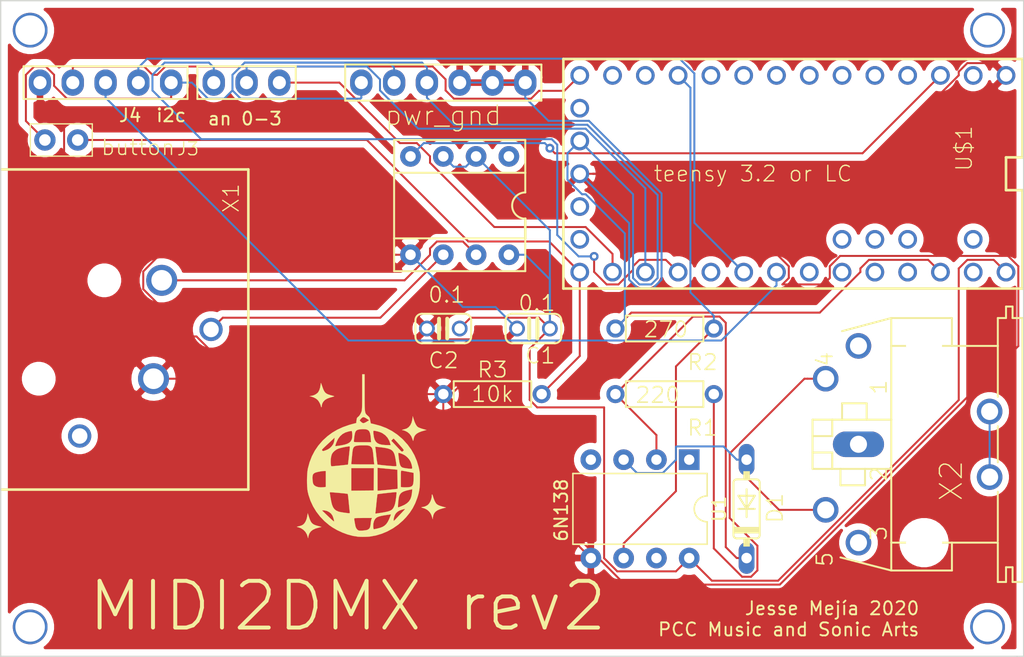
<source format=kicad_pcb>
(kicad_pcb (version 20171130) (host pcbnew "(5.1.5)-3")

  (general
    (thickness 1.6)
    (drawings 9)
    (tracks 276)
    (zones 0)
    (modules 20)
    (nets 50)
  )

  (page A4)
  (layers
    (0 Top signal hide)
    (31 Bottom signal)
    (36 B.SilkS user)
    (37 F.SilkS user)
    (38 B.Mask user)
    (39 F.Mask user)
    (40 Dwgs.User user)
    (44 Edge.Cuts user)
    (45 Margin user)
    (46 B.CrtYd user)
    (47 F.CrtYd user)
  )

  (setup
    (last_trace_width 0.1524)
    (trace_clearance 0.1524)
    (zone_clearance 0.508)
    (zone_45_only no)
    (trace_min 0.1524)
    (via_size 0.6858)
    (via_drill 0.3302)
    (via_min_size 0.508)
    (via_min_drill 0.254)
    (uvia_size 0.6858)
    (uvia_drill 0.254)
    (uvias_allowed no)
    (uvia_min_size 0.508)
    (uvia_min_drill 0.254)
    (edge_width 0.15)
    (segment_width 0.2)
    (pcb_text_width 0.3)
    (pcb_text_size 1.5 1.5)
    (mod_edge_width 0.15)
    (mod_text_size 1 1)
    (mod_text_width 0.15)
    (pad_size 1.524 1.524)
    (pad_drill 0.762)
    (pad_to_mask_clearance 0.0508)
    (solder_mask_min_width 0.101)
    (aux_axis_origin 0 0)
    (visible_elements 7FFFFFFF)
    (pcbplotparams
      (layerselection 0x010fc_ffffffff)
      (usegerberextensions false)
      (usegerberattributes false)
      (usegerberadvancedattributes false)
      (creategerberjobfile false)
      (excludeedgelayer true)
      (linewidth 0.100000)
      (plotframeref false)
      (viasonmask false)
      (mode 1)
      (useauxorigin false)
      (hpglpennumber 1)
      (hpglpenspeed 20)
      (hpglpendiameter 15.000000)
      (psnegative false)
      (psa4output false)
      (plotreference true)
      (plotvalue true)
      (plotinvisibletext false)
      (padsonsilk false)
      (subtractmaskfromsilk false)
      (outputformat 1)
      (mirror false)
      (drillshape 1)
      (scaleselection 1)
      (outputdirectory ""))
  )

  (net 0 "")
  (net 1 GND)
  (net 2 PE)
  (net 3 /N$6)
  (net 4 "Net-(U$1-PadA11)")
  (net 5 "Net-(U$1-PadA10)")
  (net 6 "Net-(U$1-PadAREF)")
  (net 7 "Net-(U$1-PadVUSB)")
  (net 8 "Net-(U$1-PadAGND)")
  (net 9 "Net-(U$1-Pad23/A9)")
  (net 10 "Net-(U$1-Pad22/A8)")
  (net 11 "Net-(U$1-Pad21/A7)")
  (net 12 "Net-(U$1-Pad20/A6)")
  (net 13 "Net-(U$1-Pad17/A3)")
  (net 14 "Net-(U$1-PadRESET/DAC)")
  (net 15 "Net-(U$1-PadPGM)")
  (net 16 "Net-(U$1-PadVBAT)")
  (net 17 "Net-(U$1-Pad11)")
  (net 18 "Net-(U$1-Pad10)")
  (net 19 "Net-(U$1-Pad8)")
  (net 20 "Net-(U$1-Pad7)")
  (net 21 "Net-(U$1-Pad6)")
  (net 22 "Net-(U$1-Pad5)")
  (net 23 "Net-(U$1-Pad4)")
  (net 24 "Net-(U$1-Pad3)")
  (net 25 "Net-(U$1-Pad2)")
  (net 26 "Net-(U$1-Pad0)")
  (net 27 "Net-(U$2-Pad1)")
  (net 28 "Net-(X1-PadG)")
  (net 29 "Net-(X2-Pad3)")
  (net 30 "Net-(X2-Pad1)")
  (net 31 "Net-(X2-Pad2)")
  (net 32 +5V)
  (net 33 "Net-(D1-PadA)")
  (net 34 "Net-(D1-PadC)")
  (net 35 +3V3)
  (net 36 "Net-(J2-Pad1)")
  (net 37 "Net-(J2-Pad2)")
  (net 38 "Net-(J2-Pad3)")
  (net 39 "Net-(J3-Pad1)")
  (net 40 sda)
  (net 41 scl)
  (net 42 rst)
  (net 43 "Net-(R2-Pad1)")
  (net 44 "Net-(U1-Pad4)")
  (net 45 "Net-(U1-Pad7)")
  (net 46 "Net-(U1-Pad1)")
  (net 47 "Net-(U$1-Pad1)")
  (net 48 "Net-(U$2-Pad7)")
  (net 49 "Net-(U$2-Pad6)")

  (net_class Default "This is the default net class."
    (clearance 0.1524)
    (trace_width 0.1524)
    (via_dia 0.6858)
    (via_drill 0.3302)
    (uvia_dia 0.6858)
    (uvia_drill 0.254)
    (add_net +3V3)
    (add_net +5V)
    (add_net /N$6)
    (add_net GND)
    (add_net "Net-(D1-PadA)")
    (add_net "Net-(D1-PadC)")
    (add_net "Net-(J2-Pad1)")
    (add_net "Net-(J2-Pad2)")
    (add_net "Net-(J2-Pad3)")
    (add_net "Net-(J3-Pad1)")
    (add_net "Net-(R2-Pad1)")
    (add_net "Net-(U$1-Pad0)")
    (add_net "Net-(U$1-Pad1)")
    (add_net "Net-(U$1-Pad10)")
    (add_net "Net-(U$1-Pad11)")
    (add_net "Net-(U$1-Pad17/A3)")
    (add_net "Net-(U$1-Pad2)")
    (add_net "Net-(U$1-Pad20/A6)")
    (add_net "Net-(U$1-Pad21/A7)")
    (add_net "Net-(U$1-Pad22/A8)")
    (add_net "Net-(U$1-Pad23/A9)")
    (add_net "Net-(U$1-Pad3)")
    (add_net "Net-(U$1-Pad4)")
    (add_net "Net-(U$1-Pad5)")
    (add_net "Net-(U$1-Pad6)")
    (add_net "Net-(U$1-Pad7)")
    (add_net "Net-(U$1-Pad8)")
    (add_net "Net-(U$1-PadA10)")
    (add_net "Net-(U$1-PadA11)")
    (add_net "Net-(U$1-PadAGND)")
    (add_net "Net-(U$1-PadAREF)")
    (add_net "Net-(U$1-PadPGM)")
    (add_net "Net-(U$1-PadRESET/DAC)")
    (add_net "Net-(U$1-PadVBAT)")
    (add_net "Net-(U$1-PadVUSB)")
    (add_net "Net-(U$2-Pad1)")
    (add_net "Net-(U$2-Pad6)")
    (add_net "Net-(U$2-Pad7)")
    (add_net "Net-(U1-Pad1)")
    (add_net "Net-(U1-Pad4)")
    (add_net "Net-(U1-Pad7)")
    (add_net "Net-(X1-PadG)")
    (add_net "Net-(X2-Pad1)")
    (add_net "Net-(X2-Pad2)")
    (add_net "Net-(X2-Pad3)")
    (add_net PE)
    (add_net rst)
    (add_net scl)
    (add_net sda)
  )

  (module TEENSY_3.0-3.2&LC_ALL_PINS (layer Top) (tedit 0) (tstamp 5C87F090)
    (at 178.2114 89.6111 270)
    (path /5C87F75E)
    (fp_text reference U$1 (at -3.81 -13.97 90) (layer F.SilkS)
      (effects (font (size 1.2065 1.2065) (thickness 0.09652)) (justify right bottom))
    )
    (fp_text value TEENSY_3.1-3.2_ALL_PINS (at 11.3539 19.4614) (layer F.Fab) hide
      (effects (font (size 1.2065 1.2065) (thickness 0.1016)) (justify left bottom))
    )
    (fp_line (start -1.27 -17.78) (end -1.27 -16.51) (layer F.SilkS) (width 0.2032))
    (fp_line (start -8.89 -17.78) (end -1.27 -17.78) (layer F.SilkS) (width 0.2032))
    (fp_line (start -8.89 17.78) (end -8.89 -17.78) (layer F.SilkS) (width 0.2032))
    (fp_line (start 8.89 17.78) (end -8.89 17.78) (layer F.SilkS) (width 0.2032))
    (fp_line (start 8.89 -17.78) (end 8.89 17.78) (layer F.SilkS) (width 0.2032))
    (fp_line (start 1.27 -17.78) (end 8.89 -17.78) (layer F.SilkS) (width 0.2032))
    (fp_line (start 1.27 -16.51) (end 1.27 -17.78) (layer F.SilkS) (width 0.2032))
    (fp_line (start -1.27 -16.51) (end 1.27 -16.51) (layer F.SilkS) (width 0.2032))
    (fp_line (start -8.89 17.78) (end -8.89 -17.78) (layer F.Fab) (width 0.127))
    (fp_line (start 8.89 17.78) (end -8.89 17.78) (layer F.Fab) (width 0.127))
    (fp_line (start 8.89 -17.78) (end 8.89 17.78) (layer F.Fab) (width 0.127))
    (fp_line (start -8.89 -17.78) (end 8.89 -17.78) (layer F.Fab) (width 0.127))
    (pad A11 thru_hole circle (at 5.08 -3.81 270) (size 1.4478 1.4478) (drill 0.9652) (layers *.Cu *.Mask)
      (net 4 "Net-(U$1-PadA11)") (solder_mask_margin 0.0635))
    (pad A10 thru_hole circle (at 5.08 -6.35 270) (size 1.4478 1.4478) (drill 0.9652) (layers *.Cu *.Mask)
      (net 5 "Net-(U$1-PadA10)") (solder_mask_margin 0.0635))
    (pad AREF thru_hole circle (at 5.08 -8.89 270) (size 1.4478 1.4478) (drill 0.9652) (layers *.Cu *.Mask)
      (net 6 "Net-(U$1-PadAREF)") (solder_mask_margin 0.0635))
    (pad VUSB thru_hole circle (at 5.08 -13.97 270) (size 1.4478 1.4478) (drill 0.9652) (layers *.Cu *.Mask)
      (net 7 "Net-(U$1-PadVUSB)") (solder_mask_margin 0.0635))
    (pad VIN thru_hole circle (at 7.62 -16.51 270) (size 1.4478 1.4478) (drill 0.9652) (layers *.Cu *.Mask)
      (net 32 +5V) (solder_mask_margin 0.0635))
    (pad AGND thru_hole circle (at 7.62 -13.97 270) (size 1.4478 1.4478) (drill 0.9652) (layers *.Cu *.Mask)
      (net 8 "Net-(U$1-PadAGND)") (solder_mask_margin 0.0635))
    (pad 3.3V thru_hole circle (at 7.62 -11.43 270) (size 1.4478 1.4478) (drill 0.9652) (layers *.Cu *.Mask)
      (net 35 +3V3) (solder_mask_margin 0.0635))
    (pad 23/A9 thru_hole circle (at 7.62 -8.89 270) (size 1.4478 1.4478) (drill 0.9652) (layers *.Cu *.Mask)
      (net 9 "Net-(U$1-Pad23/A9)") (solder_mask_margin 0.0635))
    (pad 22/A8 thru_hole circle (at 7.62 -6.35 270) (size 1.4478 1.4478) (drill 0.9652) (layers *.Cu *.Mask)
      (net 10 "Net-(U$1-Pad22/A8)") (solder_mask_margin 0.0635))
    (pad 21/A7 thru_hole circle (at 7.62 -3.81 270) (size 1.4478 1.4478) (drill 0.9652) (layers *.Cu *.Mask)
      (net 11 "Net-(U$1-Pad21/A7)") (solder_mask_margin 0.0635))
    (pad 20/A6 thru_hole circle (at 7.62 -1.27 270) (size 1.4478 1.4478) (drill 0.9652) (layers *.Cu *.Mask)
      (net 12 "Net-(U$1-Pad20/A6)") (solder_mask_margin 0.0635))
    (pad 19/A5 thru_hole circle (at 7.62 1.27 270) (size 1.4478 1.4478) (drill 0.9652) (layers *.Cu *.Mask)
      (net 41 scl) (solder_mask_margin 0.0635))
    (pad 18/A4 thru_hole circle (at 7.62 3.81 270) (size 1.4478 1.4478) (drill 0.9652) (layers *.Cu *.Mask)
      (net 40 sda) (solder_mask_margin 0.0635))
    (pad 17/A3 thru_hole circle (at 7.62 6.35 270) (size 1.4478 1.4478) (drill 0.9652) (layers *.Cu *.Mask)
      (net 13 "Net-(U$1-Pad17/A3)") (solder_mask_margin 0.0635))
    (pad 16/A2 thru_hole circle (at 7.62 8.89 270) (size 1.4478 1.4478) (drill 0.9652) (layers *.Cu *.Mask)
      (net 38 "Net-(J2-Pad3)") (solder_mask_margin 0.0635))
    (pad 15/A1 thru_hole circle (at 7.62 11.43 270) (size 1.4478 1.4478) (drill 0.9652) (layers *.Cu *.Mask)
      (net 37 "Net-(J2-Pad2)") (solder_mask_margin 0.0635))
    (pad 14/A0 thru_hole circle (at 7.62 13.97 270) (size 1.4478 1.4478) (drill 0.9652) (layers *.Cu *.Mask)
      (net 36 "Net-(J2-Pad1)") (solder_mask_margin 0.0635))
    (pad 13 thru_hole circle (at 7.62 16.51 270) (size 1.4478 1.4478) (drill 0.9652) (layers *.Cu *.Mask)
      (net 39 "Net-(J3-Pad1)") (solder_mask_margin 0.0635))
    (pad RESET/DAC thru_hole circle (at 5.08 16.51 270) (size 1.4478 1.4478) (drill 0.9652) (layers *.Cu *.Mask)
      (net 14 "Net-(U$1-PadRESET/DAC)") (solder_mask_margin 0.0635))
    (pad PGM thru_hole circle (at 2.54 16.51 270) (size 1.4478 1.4478) (drill 0.9652) (layers *.Cu *.Mask)
      (net 15 "Net-(U$1-PadPGM)") (solder_mask_margin 0.0635))
    (pad GND1 thru_hole circle (at 0 16.51 270) (size 1.4478 1.4478) (drill 0.9652) (layers *.Cu *.Mask)
      (net 1 GND) (solder_mask_margin 0.0635))
    (pad 3.3V1 thru_hole circle (at -2.54 16.51 270) (size 1.4478 1.4478) (drill 0.9652) (layers *.Cu *.Mask)
      (net 35 +3V3) (solder_mask_margin 0.0635))
    (pad VBAT thru_hole circle (at -5.08 16.51 270) (size 1.4478 1.4478) (drill 0.9652) (layers *.Cu *.Mask)
      (net 16 "Net-(U$1-PadVBAT)") (solder_mask_margin 0.0635))
    (pad 12 thru_hole circle (at -7.62 16.51 270) (size 1.4478 1.4478) (drill 0.9652) (layers *.Cu *.Mask)
      (net 42 rst) (solder_mask_margin 0.0635))
    (pad 11 thru_hole circle (at -7.62 13.97 270) (size 1.4478 1.4478) (drill 0.9652) (layers *.Cu *.Mask)
      (net 17 "Net-(U$1-Pad11)") (solder_mask_margin 0.0635))
    (pad 10 thru_hole circle (at -7.62 11.43 270) (size 1.4478 1.4478) (drill 0.9652) (layers *.Cu *.Mask)
      (net 18 "Net-(U$1-Pad10)") (solder_mask_margin 0.0635))
    (pad 9 thru_hole circle (at -7.62 8.89 270) (size 1.4478 1.4478) (drill 0.9652) (layers *.Cu *.Mask)
      (net 43 "Net-(R2-Pad1)") (solder_mask_margin 0.0635))
    (pad 8 thru_hole circle (at -7.62 6.35 270) (size 1.4478 1.4478) (drill 0.9652) (layers *.Cu *.Mask)
      (net 19 "Net-(U$1-Pad8)") (solder_mask_margin 0.0635))
    (pad 7 thru_hole circle (at -7.62 3.81 270) (size 1.4478 1.4478) (drill 0.9652) (layers *.Cu *.Mask)
      (net 20 "Net-(U$1-Pad7)") (solder_mask_margin 0.0635))
    (pad 6 thru_hole circle (at -7.62 1.27 270) (size 1.4478 1.4478) (drill 0.9652) (layers *.Cu *.Mask)
      (net 21 "Net-(U$1-Pad6)") (solder_mask_margin 0.0635))
    (pad 5 thru_hole circle (at -7.62 -1.27 270) (size 1.4478 1.4478) (drill 0.9652) (layers *.Cu *.Mask)
      (net 22 "Net-(U$1-Pad5)") (solder_mask_margin 0.0635))
    (pad 4 thru_hole circle (at -7.62 -3.81 270) (size 1.4478 1.4478) (drill 0.9652) (layers *.Cu *.Mask)
      (net 23 "Net-(U$1-Pad4)") (solder_mask_margin 0.0635))
    (pad 3 thru_hole circle (at -7.62 -6.35 270) (size 1.4478 1.4478) (drill 0.9652) (layers *.Cu *.Mask)
      (net 24 "Net-(U$1-Pad3)") (solder_mask_margin 0.0635))
    (pad 2 thru_hole circle (at -7.62 -8.89 270) (size 1.4478 1.4478) (drill 0.9652) (layers *.Cu *.Mask)
      (net 25 "Net-(U$1-Pad2)") (solder_mask_margin 0.0635))
    (pad 1 thru_hole circle (at -7.62 -11.43 270) (size 1.4478 1.4478) (drill 0.9652) (layers *.Cu *.Mask)
      (net 47 "Net-(U$1-Pad1)") (solder_mask_margin 0.0635))
    (pad 0 thru_hole circle (at -7.62 -13.97 270) (size 1.4478 1.4478) (drill 0.9652) (layers *.Cu *.Mask)
      (net 26 "Net-(U$1-Pad0)") (solder_mask_margin 0.0635))
    (pad GND thru_hole circle (at -7.62 -16.51 270) (size 1.4478 1.4478) (drill 0.9652) (layers *.Cu *.Mask)
      (net 1 GND) (solder_mask_margin 0.0635))
  )

  (module 4ms_Hardware:MountingHole_2-56 (layer Top) (tedit 5A81F587) (tstamp 5E4CC6B7)
    (at 193.294 78.486)
    (descr "Mounting hole, Befestigungsbohrung, 3mm, No Annular, Kein Restring,")
    (tags "Mounting hole, Befestigungsbohrung, 3mm, No Annular, Kein Restring,")
    (fp_text reference M? (at -2.36 -2.08) (layer Dwgs.User) hide
      (effects (font (size 1 1) (thickness 0.15)))
    )
    (fp_text value "2-56 Screw" (at -0.02 2.87) (layer F.Fab)
      (effects (font (size 1 1) (thickness 0.15)))
    )
    (fp_circle (center 0 0) (end 2.2225 0) (layer F.CrtYd) (width 0.1))
    (pad 1 thru_hole circle (at 0 0) (size 2.6924 2.6924) (drill 2.286) (layers *.Cu))
  )

  (module 4ms_Hardware:MountingHole_2-56 (layer Top) (tedit 5A81F587) (tstamp 5E4CFBF9)
    (at 119.126 124.714)
    (descr "Mounting hole, Befestigungsbohrung, 3mm, No Annular, Kein Restring,")
    (tags "Mounting hole, Befestigungsbohrung, 3mm, No Annular, Kein Restring,")
    (fp_text reference M? (at -2.36 -2.08) (layer Dwgs.User) hide
      (effects (font (size 1 1) (thickness 0.15)))
    )
    (fp_text value "2-56 Screw" (at -0.02 2.87) (layer F.Fab)
      (effects (font (size 1 1) (thickness 0.15)))
    )
    (fp_circle (center 0 0) (end 2.2225 0) (layer F.CrtYd) (width 0.1))
    (pad 1 thru_hole circle (at 0 0) (size 2.6924 2.6924) (drill 2.286) (layers *.Cu))
  )

  (module 4ms_Hardware:MountingHole_2-56 (layer Top) (tedit 5A81F587) (tstamp 5E4CE158)
    (at 193.294 124.714)
    (descr "Mounting hole, Befestigungsbohrung, 3mm, No Annular, Kein Restring,")
    (tags "Mounting hole, Befestigungsbohrung, 3mm, No Annular, Kein Restring,")
    (fp_text reference M? (at -2.36 -2.08) (layer Dwgs.User) hide
      (effects (font (size 1 1) (thickness 0.15)))
    )
    (fp_text value "2-56 Screw" (at -0.02 2.87) (layer F.Fab)
      (effects (font (size 1 1) (thickness 0.15)))
    )
    (fp_circle (center 0 0) (end 2.2225 0) (layer F.CrtYd) (width 0.1))
    (pad 1 thru_hole circle (at 0 0) (size 2.6924 2.6924) (drill 2.286) (layers *.Cu))
  )

  (module 4ms_Hardware:MountingHole_2-56 (layer Top) (tedit 5A81F587) (tstamp 5E4CAC16)
    (at 119.126 78.486)
    (descr "Mounting hole, Befestigungsbohrung, 3mm, No Annular, Kein Restring,")
    (tags "Mounting hole, Befestigungsbohrung, 3mm, No Annular, Kein Restring,")
    (fp_text reference M? (at -2.36 -2.08) (layer Dwgs.User) hide
      (effects (font (size 1 1) (thickness 0.15)))
    )
    (fp_text value "2-56 Screw" (at -0.02 2.87) (layer F.Fab)
      (effects (font (size 1 1) (thickness 0.15)))
    )
    (fp_circle (center 0 0) (end 2.2225 0) (layer F.CrtYd) (width 0.1))
    (pad 1 thru_hole circle (at 0 0) (size 2.6924 2.6924) (drill 2.286) (layers *.Cu))
  )

  (module clipart:disco_ball_small (layer Top) (tedit 0) (tstamp 5E4C40D1)
    (at 145.161 111.506)
    (fp_text reference G*** (at -1.905 -8.255) (layer Dwgs.User) hide
      (effects (font (size 1.524 1.524) (thickness 0.3)))
    )
    (fp_text value LOGO (at 6.35 6.985) (layer Dwgs.User) hide
      (effects (font (size 1.524 1.524) (thickness 0.3)))
    )
    (fp_poly (pts (xy -3.493202 -5.658957) (xy -3.466114 -5.586478) (xy -3.429786 -5.483487) (xy -3.396667 -5.386216)
      (xy -3.326813 -5.195435) (xy -3.256716 -5.051037) (xy -3.177079 -4.943694) (xy -3.078606 -4.864073)
      (xy -2.951999 -4.802847) (xy -2.787961 -4.750684) (xy -2.754439 -4.74172) (xy -2.643537 -4.712121)
      (xy -2.550717 -4.686401) (xy -2.49195 -4.669016) (xy -2.483555 -4.666168) (xy -2.48824 -4.653031)
      (xy -2.538104 -4.631923) (xy -2.623155 -4.606788) (xy -2.652889 -4.599329) (xy -2.869952 -4.537873)
      (xy -3.041513 -4.468099) (xy -3.178401 -4.385194) (xy -3.231724 -4.342191) (xy -3.332605 -4.22865)
      (xy -3.405841 -4.09654) (xy -3.441212 -3.96547) (xy -3.442923 -3.937) (xy -3.450707 -3.85584)
      (xy -3.467713 -3.813742) (xy -3.48811 -3.816059) (xy -3.506069 -3.868143) (xy -3.507709 -3.87753)
      (xy -3.542797 -3.999388) (xy -3.605872 -4.138361) (xy -3.685088 -4.271568) (xy -3.762568 -4.369909)
      (xy -3.892837 -4.476029) (xy -4.060945 -4.566832) (xy -4.248545 -4.632434) (xy -4.251041 -4.63308)
      (xy -4.388555 -4.668492) (xy -4.236569 -4.691119) (xy -4.066474 -4.736279) (xy -3.906426 -4.814726)
      (xy -3.774405 -4.916442) (xy -3.720176 -4.978785) (xy -3.633759 -5.136999) (xy -3.570525 -5.337252)
      (xy -3.536921 -5.53923) (xy -3.525752 -5.623863) (xy -3.514373 -5.677842) (xy -3.506852 -5.689371)
      (xy -3.493202 -5.658957)) (layer F.SilkS) (width 0.01))
    (fp_poly (pts (xy 3.66623 -2.906889) (xy 3.749727 -2.665077) (xy 3.836769 -2.476182) (xy 3.9267 -2.341446)
      (xy 4.002328 -2.272119) (xy 4.075024 -2.234615) (xy 4.184585 -2.190486) (xy 4.313072 -2.146616)
      (xy 4.385846 -2.124941) (xy 4.665358 -2.046469) (xy 4.526957 -2.010861) (xy 4.274709 -1.937366)
      (xy 4.073767 -1.858152) (xy 3.919022 -1.769322) (xy 3.805366 -1.666973) (xy 3.727689 -1.547206)
      (xy 3.680883 -1.406121) (xy 3.671955 -1.358155) (xy 3.656904 -1.273805) (xy 3.643323 -1.215728)
      (xy 3.637319 -1.200801) (xy 3.624008 -1.219019) (xy 3.601123 -1.278067) (xy 3.578363 -1.349548)
      (xy 3.487225 -1.569184) (xy 3.35494 -1.750184) (xy 3.181426 -1.892638) (xy 2.99804 -1.984832)
      (xy 2.909902 -2.014198) (xy 2.833551 -2.031226) (xy 2.814596 -2.032858) (xy 2.778048 -2.039482)
      (xy 2.788334 -2.054871) (xy 2.837345 -2.07486) (xy 2.91697 -2.095287) (xy 2.94791 -2.101293)
      (xy 3.134431 -2.161523) (xy 3.291022 -2.268737) (xy 3.416444 -2.421312) (xy 3.509462 -2.617624)
      (xy 3.56884 -2.856051) (xy 3.579257 -2.930036) (xy 3.601823 -3.118555) (xy 3.66623 -2.906889)) (layer F.SilkS) (width 0.01))
    (fp_poly (pts (xy 5.126256 2.968397) (xy 5.157148 3.048012) (xy 5.176675 3.114685) (xy 5.229101 3.280142)
      (xy 5.292447 3.43644) (xy 5.359793 3.56841) (xy 5.424218 3.660886) (xy 5.42759 3.66458)
      (xy 5.505392 3.731034) (xy 5.611096 3.789166) (xy 5.754305 3.843348) (xy 5.934443 3.8953)
      (xy 6.182109 3.960041) (xy 5.931081 4.023497) (xy 5.69165 4.096039) (xy 5.503167 4.181805)
      (xy 5.360847 4.285113) (xy 5.259901 4.410278) (xy 5.195542 4.561617) (xy 5.166136 4.713111)
      (xy 5.148059 4.868333) (xy 5.097187 4.699373) (xy 5.047773 4.551281) (xy 4.996176 4.438522)
      (xy 4.931492 4.340659) (xy 4.861472 4.257677) (xy 4.72691 4.14085) (xy 4.564035 4.048067)
      (xy 4.397423 3.993259) (xy 4.393741 3.992555) (xy 4.31568 3.971604) (xy 4.27708 3.948929)
      (xy 4.282703 3.930651) (xy 4.337316 3.922895) (xy 4.339529 3.922889) (xy 4.468003 3.903658)
      (xy 4.609998 3.8524) (xy 4.740971 3.778769) (xy 4.779011 3.750038) (xy 4.884582 3.633296)
      (xy 4.973992 3.477784) (xy 5.04005 3.300463) (xy 5.075566 3.118291) (xy 5.079665 3.040945)
      (xy 5.085676 2.963465) (xy 5.101819 2.939749) (xy 5.126256 2.968397)) (layer F.SilkS) (width 0.01))
    (fp_poly (pts (xy -0.125479 -4.950396) (xy -0.125105 -4.61152) (xy -0.124329 -4.324191) (xy -0.122486 -4.083513)
      (xy -0.118913 -3.88459) (xy -0.112946 -3.722526) (xy -0.103921 -3.592423) (xy -0.091173 -3.489387)
      (xy -0.074038 -3.408519) (xy -0.051853 -3.344925) (xy -0.023953 -3.293708) (xy 0.010326 -3.24997)
      (xy 0.051648 -3.208817) (xy 0.100676 -3.165352) (xy 0.118753 -3.149584) (xy 0.189353 -3.08524)
      (xy 0.23495 -3.031281) (xy 0.26475 -2.970179) (xy 0.287961 -2.884406) (xy 0.307003 -2.791204)
      (xy 0.352778 -2.557458) (xy 0.592667 -2.505129) (xy 1.094458 -2.369706) (xy 1.562447 -2.18942)
      (xy 1.99807 -1.963501) (xy 2.402766 -1.691177) (xy 2.777975 -1.371676) (xy 2.865582 -1.286101)
      (xy 3.206143 -0.908717) (xy 3.494493 -0.511177) (xy 3.732083 -0.090831) (xy 3.920365 0.354971)
      (xy 4.06079 0.828881) (xy 4.087179 0.945445) (xy 4.11432 1.079624) (xy 4.133825 1.198218)
      (xy 4.146905 1.315605) (xy 4.154772 1.446161) (xy 4.158636 1.604262) (xy 4.15971 1.804287)
      (xy 4.159711 1.806222) (xy 4.155292 2.101453) (xy 4.1403 2.356516) (xy 4.112423 2.587078)
      (xy 4.069352 2.808809) (xy 4.008776 3.037377) (xy 3.951115 3.220756) (xy 3.793756 3.630736)
      (xy 3.601611 4.009149) (xy 3.368975 4.364942) (xy 3.090144 4.707063) (xy 2.834032 4.972992)
      (xy 2.468224 5.291729) (xy 2.069918 5.569442) (xy 1.645508 5.803028) (xy 1.201386 5.989379)
      (xy 0.743943 6.125391) (xy 0.296333 6.205948) (xy 0.137453 6.219972) (xy -0.05404 6.228758)
      (xy -0.257269 6.232042) (xy -0.451355 6.229559) (xy -0.615423 6.221043) (xy -0.649111 6.21796)
      (xy -1.041131 6.154669) (xy -1.446416 6.046252) (xy -1.852367 5.897752) (xy -2.246384 5.714213)
      (xy -2.615867 5.500677) (xy -2.853957 5.335456) (xy -3.233206 5.01726) (xy -3.572275 4.663794)
      (xy -3.86847 4.279252) (xy -3.929257 4.179464) (xy -3.429 4.179464) (xy -2.963333 4.628927)
      (xy -2.807608 4.777144) (xy -2.679603 4.894618) (xy -2.582083 4.978975) (xy -2.51781 5.027839)
      (xy -2.489548 5.038837) (xy -2.488568 5.037) (xy -2.491156 4.988804) (xy -2.507266 4.906992)
      (xy -2.526439 4.834043) (xy -2.531382 4.818945) (xy -0.93122 4.818945) (xy -0.925592 4.886598)
      (xy -0.910914 4.992298) (xy -0.8902 5.11895) (xy -0.866464 5.249459) (xy -0.842719 5.366731)
      (xy -0.821979 5.453671) (xy -0.815542 5.475111) (xy -0.757014 5.592839) (xy -0.674153 5.688063)
      (xy -0.606778 5.732441) (xy -0.539588 5.746288) (xy -0.433155 5.750688) (xy -0.303672 5.746816)
      (xy -0.16733 5.735844) (xy -0.040324 5.718945) (xy 0.061154 5.697294) (xy 0.106756 5.680736)
      (xy 0.194243 5.627742) (xy 0.256098 5.56285) (xy 0.298043 5.474575) (xy 0.325803 5.351436)
      (xy 0.326543 5.34517) (xy 0.542698 5.34517) (xy 0.544536 5.455621) (xy 0.553609 5.551516)
      (xy 0.568598 5.618903) (xy 0.588092 5.643834) (xy 0.622258 5.637835) (xy 0.698029 5.622287)
      (xy 0.801935 5.599991) (xy 0.85723 5.587852) (xy 1.08272 5.528703) (xy 1.267858 5.456205)
      (xy 1.420438 5.363119) (xy 1.548255 5.242206) (xy 1.659101 5.086228) (xy 1.737511 4.933308)
      (xy 2.116667 4.933308) (xy 2.117671 4.968818) (xy 2.124456 4.987656) (xy 2.142682 4.985656)
      (xy 2.178011 4.958655) (xy 2.236101 4.90249) (xy 2.322613 4.812996) (xy 2.420969 4.709463)
      (xy 2.541216 4.582396) (xy 2.662081 4.454227) (xy 2.771694 4.337572) (xy 2.858186 4.245048)
      (xy 2.87958 4.222015) (xy 2.954555 4.140177) (xy 2.994299 4.092145) (xy 3.002268 4.070626)
      (xy 2.981919 4.068325) (xy 2.949222 4.075038) (xy 2.731783 4.134204) (xy 2.560457 4.202643)
      (xy 2.425042 4.285838) (xy 2.315333 4.389275) (xy 2.277514 4.436015) (xy 2.216235 4.54316)
      (xy 2.163556 4.681256) (xy 2.127723 4.824808) (xy 2.116667 4.933308) (xy 1.737511 4.933308)
      (xy 1.760771 4.887947) (xy 1.852213 4.663778) (xy 1.918862 4.486706) (xy 1.799042 4.503686)
      (xy 1.544354 4.541114) (xy 1.338554 4.574771) (xy 1.174362 4.606421) (xy 1.044494 4.637824)
      (xy 0.941666 4.670742) (xy 0.858596 4.706939) (xy 0.788001 4.748174) (xy 0.787728 4.748356)
      (xy 0.684712 4.848909) (xy 0.606655 4.992982) (xy 0.558007 5.171508) (xy 0.54941 5.234115)
      (xy 0.542698 5.34517) (xy 0.326543 5.34517) (xy 0.342866 5.207036) (xy 0.358248 5.078638)
      (xy 0.378471 4.962963) (xy 0.400207 4.877496) (xy 0.410485 4.851781) (xy 0.453005 4.769556)
      (xy -0.239164 4.769556) (xy -0.454898 4.76981) (xy -0.620696 4.770883) (xy -0.743064 4.773238)
      (xy -0.828509 4.77734) (xy -0.883538 4.783654) (xy -0.914658 4.792643) (xy -0.928375 4.804772)
      (xy -0.93122 4.818945) (xy -2.531382 4.818945) (xy -2.562501 4.723909) (xy -2.603596 4.618174)
      (xy -2.626286 4.568826) (xy -2.726947 4.429419) (xy -2.868218 4.31366) (xy -3.036572 4.229232)
      (xy -3.218478 4.183819) (xy -3.314178 4.178176) (xy -3.429 4.179464) (xy -3.929257 4.179464)
      (xy -4.119098 3.867826) (xy -4.321466 3.433707) (xy -4.472881 2.981089) (xy -4.512396 2.813925)
      (xy -2.820189 2.813925) (xy -2.813075 2.892325) (xy -2.797932 3.003967) (xy -2.776662 3.137877)
      (xy -2.751167 3.283082) (xy -2.723347 3.428607) (xy -2.695107 3.563479) (xy -2.668347 3.676723)
      (xy -2.651291 3.737973) (xy -2.572689 3.933131) (xy -2.468257 4.082182) (xy -2.33063 4.192359)
      (xy -2.15244 4.270895) (xy -2.089591 4.289469) (xy -2.000005 4.309264) (xy -1.872516 4.332084)
      (xy -1.725372 4.355228) (xy -1.576824 4.375996) (xy -1.445121 4.391685) (xy -1.348513 4.399597)
      (xy -1.344407 4.399759) (xy -1.294382 4.398396) (xy -1.288002 4.392498) (xy 0.709875 4.392498)
      (xy 0.718622 4.428643) (xy 0.723115 4.43059) (xy 0.758899 4.426391) (xy 0.839213 4.415116)
      (xy 0.952819 4.398394) (xy 1.088477 4.377854) (xy 1.114778 4.373815) (xy 1.368989 4.332135)
      (xy 1.573772 4.291632) (xy 1.735985 4.249247) (xy 1.862484 4.201922) (xy 1.960128 4.146598)
      (xy 2.035772 4.080216) (xy 2.096276 3.999718) (xy 2.142032 3.915618) (xy 2.156939 3.881478)
      (xy 2.457094 3.881478) (xy 2.462286 3.938902) (xy 2.470355 3.951111) (xy 2.501799 3.941615)
      (xy 2.57267 3.91629) (xy 2.669832 3.879886) (xy 2.709903 3.864525) (xy 2.959581 3.752649)
      (xy 3.158241 3.626319) (xy 3.310717 3.479248) (xy 3.421842 3.305148) (xy 3.496449 3.09773)
      (xy 3.539372 2.850708) (xy 3.546138 2.776634) (xy 3.56388 2.545816) (xy 3.327107 2.594461)
      (xy 3.097385 2.648343) (xy 2.917183 2.707317) (xy 2.779581 2.775638) (xy 2.677659 2.857565)
      (xy 2.604498 2.957354) (xy 2.556681 3.068484) (xy 2.535536 3.150498) (xy 2.514877 3.262498)
      (xy 2.495796 3.39332) (xy 2.479384 3.531795) (xy 2.466736 3.666757) (xy 2.458942 3.78704)
      (xy 2.457094 3.881478) (xy 2.156939 3.881478) (xy 2.184627 3.81807) (xy 2.219858 3.713193)
      (xy 2.249945 3.590749) (xy 2.277108 3.440503) (xy 2.303567 3.252219) (xy 2.325401 3.070121)
      (xy 2.339969 2.935545) (xy 2.346766 2.847371) (xy 2.345497 2.796056) (xy 2.335868 2.772053)
      (xy 2.317584 2.765819) (xy 2.315998 2.765802) (xy 2.255453 2.768841) (xy 2.153554 2.777235)
      (xy 2.019462 2.789952) (xy 1.862343 2.805964) (xy 1.691359 2.82424) (xy 1.515674 2.843752)
      (xy 1.344451 2.863469) (xy 1.186856 2.882363) (xy 1.05205 2.899403) (xy 0.949198 2.91356)
      (xy 0.887464 2.923805) (xy 0.873756 2.927842) (xy 0.86578 2.960977) (xy 0.853622 3.042041)
      (xy 0.838304 3.162762) (xy 0.820843 3.314865) (xy 0.802262 3.490077) (xy 0.792825 3.584222)
      (xy 0.773893 3.774256) (xy 0.755799 3.951282) (xy 0.739576 4.105534) (xy 0.726259 4.227244)
      (xy 0.716882 4.306646) (xy 0.714364 4.325056) (xy 0.709875 4.392498) (xy -1.288002 4.392498)
      (xy -1.273783 4.379354) (xy -1.274292 4.327494) (xy -1.28011 4.282722) (xy -1.287663 4.219282)
      (xy -1.299427 4.109842) (xy -1.314357 3.9646) (xy -1.331413 3.793755) (xy -1.349551 3.607507)
      (xy -1.355836 3.541889) (xy -1.373885 3.360632) (xy -1.391464 3.198731) (xy -1.407553 3.064481)
      (xy -1.421132 2.966179) (xy -1.431179 2.912117) (xy -1.434244 2.904461) (xy -1.467788 2.896328)
      (xy -1.547659 2.884959) (xy -1.664416 2.871206) (xy -1.808621 2.855918) (xy -1.970832 2.839949)
      (xy -2.141609 2.824148) (xy -2.311512 2.809368) (xy -2.471101 2.796458) (xy -2.610935 2.786272)
      (xy -2.721575 2.779659) (xy -2.79358 2.777472) (xy -2.817371 2.779741) (xy -2.820189 2.813925)
      (xy -4.512396 2.813925) (xy -4.534857 2.718908) (xy -4.560053 2.548947) (xy -4.577491 2.337046)
      (xy -4.587275 2.096988) (xy -4.589505 1.842557) (xy -4.585172 1.630798) (xy -4.166058 1.630798)
      (xy -4.160417 1.792111) (xy -4.148159 1.918194) (xy -4.129867 2.033102) (xy -4.10884 2.117552)
      (xy -4.101523 2.136181) (xy -4.020948 2.242925) (xy -3.895585 2.32306) (xy -3.731307 2.37487)
      (xy -3.533984 2.396641) (xy -3.309487 2.386658) (xy -3.263606 2.380942) (xy -3.132667 2.362995)
      (xy -3.132667 1.128889) (xy -3.2385 1.129002) (xy -3.360099 1.136106) (xy -3.505842 1.155004)
      (xy -3.659191 1.182416) (xy -3.803611 1.215058) (xy -3.922563 1.24965) (xy -3.992118 1.278581)
      (xy -4.072373 1.334625) (xy -4.125874 1.405171) (xy -4.155982 1.500477) (xy -4.166058 1.630798)
      (xy -4.585172 1.630798) (xy -4.584286 1.587535) (xy -4.571718 1.345708) (xy -4.551904 1.130858)
      (xy -4.524946 0.956768) (xy -4.521675 0.941274) (xy -4.51135 0.903111) (xy -1.157111 0.903111)
      (xy -1.157111 2.653705) (xy -1.062236 2.652889) (xy 0.874889 2.652889) (xy 0.948193 2.652889)
      (xy 0.997838 2.650241) (xy 1.093957 2.642851) (xy 1.226855 2.63155) (xy 1.386837 2.617168)
      (xy 1.564207 2.600536) (xy 1.60436 2.59668) (xy 1.788168 2.578737) (xy 1.960363 2.561524)
      (xy 2.110251 2.546142) (xy 2.22714 2.533692) (xy 2.300336 2.525272) (xy 2.307632 2.524325)
      (xy 2.428041 2.50818) (xy 2.420521 1.769146) (xy 2.420161 1.733704) (xy 2.681111 1.733704)
      (xy 2.681111 2.366741) (xy 2.744611 2.378972) (xy 2.852489 2.391802) (xy 2.987699 2.396665)
      (xy 3.132754 2.394186) (xy 3.270169 2.384992) (xy 3.382455 2.369711) (xy 3.441257 2.354004)
      (xy 3.520334 2.312947) (xy 3.579483 2.256524) (xy 3.621302 2.176941) (xy 3.648385 2.066401)
      (xy 3.663328 1.917112) (xy 3.668725 1.721276) (xy 3.668889 1.670312) (xy 3.668421 1.527303)
      (xy 3.667135 1.406859) (xy 3.665208 1.319015) (xy 3.662816 1.273808) (xy 3.661833 1.269896)
      (xy 3.63319 1.264794) (xy 3.558669 1.250772) (xy 3.447809 1.229644) (xy 3.310147 1.203225)
      (xy 3.217333 1.185333) (xy 3.063958 1.156298) (xy 2.927571 1.131558) (xy 2.818954 1.112987)
      (xy 2.748886 1.102457) (xy 2.7305 1.10077) (xy 2.714488 1.10445) (xy 2.702349 1.120095)
      (xy 2.693552 1.154504) (xy 2.687568 1.214476) (xy 2.683866 1.306807) (xy 2.681915 1.438295)
      (xy 2.681185 1.61574) (xy 2.681111 1.733704) (xy 2.420161 1.733704) (xy 2.413 1.030111)
      (xy 1.792111 0.970564) (xy 1.600684 0.952218) (xy 1.419036 0.934834) (xy 1.257921 0.919438)
      (xy 1.128093 0.907058) (xy 1.040305 0.898722) (xy 1.023056 0.897096) (xy 0.874889 0.883175)
      (xy 0.874889 2.652889) (xy -1.062236 2.652889) (xy -0.289278 2.646241) (xy 0.578556 2.638778)
      (xy 0.586019 1.770945) (xy 0.593482 0.903111) (xy -1.157111 0.903111) (xy -4.51135 0.903111)
      (xy -4.388242 0.448117) (xy -4.388002 0.447497) (xy -2.754696 0.447497) (xy -2.749128 0.543278)
      (xy -2.73817 0.653775) (xy -2.726135 0.719398) (xy -2.708896 0.751636) (xy -2.682332 0.761977)
      (xy -2.670411 0.762546) (xy -2.62519 0.759887) (xy -2.533153 0.752148) (xy -2.403614 0.740195)
      (xy -2.245886 0.724894) (xy -2.069284 0.707113) (xy -2.017889 0.701825) (xy -1.841778 0.683429)
      (xy -1.685834 0.666773) (xy -1.558366 0.652777) (xy -1.467682 0.642357) (xy -1.422091 0.636431)
      (xy -1.418355 0.635616) (xy -1.413259 0.607384) (xy -1.412256 0.599722) (xy -1.15695 0.599722)
      (xy -1.129891 0.604901) (xy -1.053117 0.609621) (xy -0.933357 0.613722) (xy -0.777341 0.617044)
      (xy -0.591798 0.619426) (xy -0.383457 0.620709) (xy -0.267778 0.620889) (xy 0.621556 0.620889)
      (xy 0.607633 0.515056) (xy 0.599683 0.445289) (xy 0.588483 0.334772) (xy 0.575553 0.198997)
      (xy 0.563074 0.060966) (xy 0.541666 -0.166539) (xy 0.520579 -0.345194) (xy 0.497366 -0.482527)
      (xy 0.469584 -0.586066) (xy 0.434786 -0.663336) (xy 0.390528 -0.721867) (xy 0.354083 -0.752573)
      (xy 0.699176 -0.752573) (xy 0.714731 -0.637342) (xy 0.722655 -0.573754) (xy 0.735513 -0.46487)
      (xy 0.752061 -0.321499) (xy 0.771051 -0.154451) (xy 0.791236 0.025466) (xy 0.793115 0.042333)
      (xy 0.813061 0.215083) (xy 0.832143 0.368529) (xy 0.849156 0.49388) (xy 0.862896 0.582345)
      (xy 0.872155 0.625132) (xy 0.873305 0.627367) (xy 0.904773 0.635297) (xy 0.98306 0.646819)
      (xy 1.098722 0.661006) (xy 1.242313 0.676927) (xy 1.404391 0.693655) (xy 1.57551 0.710261)
      (xy 1.746227 0.725815) (xy 1.907096 0.739389) (xy 2.048674 0.750054) (xy 2.161517 0.75688)
      (xy 2.208389 0.758675) (xy 2.286497 0.755564) (xy 2.334818 0.743916) (xy 2.342445 0.735223)
      (xy 2.337006 0.655416) (xy 2.322385 0.535758) (xy 2.301128 0.391609) (xy 2.275778 0.238331)
      (xy 2.248881 0.091287) (xy 2.222979 -0.034163) (xy 2.200618 -0.122657) (xy 2.200031 -0.124572)
      (xy 2.15775 -0.238125) (xy 2.487727 -0.238125) (xy 2.490442 -0.161323) (xy 2.499135 -0.053698)
      (xy 2.508608 0.034978) (xy 2.538432 0.268576) (xy 2.568556 0.452504) (xy 2.601403 0.593493)
      (xy 2.639395 0.698277) (xy 2.684954 0.77359) (xy 2.740501 0.826164) (xy 2.805993 0.861711)
      (xy 2.88597 0.885261) (xy 3.006133 0.908805) (xy 3.150274 0.929972) (xy 3.302183 0.946394)
      (xy 3.445652 0.955702) (xy 3.450167 0.955864) (xy 3.519418 0.954779) (xy 3.549091 0.935448)
      (xy 3.555907 0.883655) (xy 3.556 0.8659) (xy 3.543775 0.759376) (xy 3.511261 0.624758)
      (xy 3.464701 0.483773) (xy 3.410339 0.358146) (xy 3.409771 0.357028) (xy 3.32069 0.22064)
      (xy 3.196565 0.081922) (xy 3.054837 -0.040681) (xy 2.992986 -0.083749) (xy 2.907262 -0.131999)
      (xy 2.804264 -0.180239) (xy 2.697584 -0.223376) (xy 2.600818 -0.256317) (xy 2.527561 -0.273971)
      (xy 2.491684 -0.271536) (xy 2.487727 -0.238125) (xy 2.15775 -0.238125) (xy 2.150232 -0.258315)
      (xy 2.087319 -0.368547) (xy 2.005241 -0.458371) (xy 1.897948 -0.530889) (xy 1.759388 -0.589202)
      (xy 1.58351 -0.636413) (xy 1.364264 -0.675624) (xy 1.095598 -0.709936) (xy 1.048088 -0.715129)
      (xy 0.699176 -0.752573) (xy 0.354083 -0.752573) (xy 0.334365 -0.769185) (xy 0.282774 -0.801951)
      (xy 0.241066 -0.82264) (xy 0.191302 -0.837376) (xy 0.1236 -0.847146) (xy 0.02808 -0.852931)
      (xy -0.105139 -0.855718) (xy -0.264609 -0.856473) (xy -0.48794 -0.853226) (xy -0.662134 -0.840939)
      (xy -0.79418 -0.816552) (xy -0.891067 -0.777007) (xy -0.959784 -0.719245) (xy -1.00732 -0.640207)
      (xy -1.040665 -0.536835) (xy -1.045897 -0.514532) (xy -1.054033 -0.46222) (xy -1.065918 -0.365363)
      (xy -1.080386 -0.23565) (xy -1.096273 -0.084765) (xy -1.112413 0.075605) (xy -1.127643 0.233773)
      (xy -1.140796 0.378053) (xy -1.15071 0.496759) (xy -1.156218 0.578203) (xy -1.15695 0.599722)
      (xy -1.412256 0.599722) (xy -1.403434 0.53238) (xy -1.389905 0.419983) (xy -1.373695 0.279574)
      (xy -1.355828 0.120529) (xy -1.33733 -0.04777) (xy -1.319223 -0.215947) (xy -1.302533 -0.37462)
      (xy -1.288283 -0.514413) (xy -1.277498 -0.625944) (xy -1.271201 -0.699837) (xy -1.27 -0.722954)
      (xy -1.275642 -0.76112) (xy -1.302686 -0.775896) (xy -1.366311 -0.773318) (xy -1.389944 -0.770642)
      (xy -1.545084 -0.747671) (xy -1.719828 -0.714509) (xy -1.89547 -0.67534) (xy -2.053302 -0.634349)
      (xy -2.174618 -0.595722) (xy -2.178802 -0.594151) (xy -2.32536 -0.52041) (xy -2.464099 -0.418217)
      (xy -2.580133 -0.300741) (xy -2.658576 -0.181151) (xy -2.666726 -0.162496) (xy -2.718649 0.01478)
      (xy -2.748758 0.224844) (xy -2.754696 0.447497) (xy -4.388002 0.447497) (xy -4.210112 -0.011079)
      (xy -3.98644 -0.437888) (xy -3.941792 -0.503359) (xy -3.430476 -0.503359) (xy -3.429413 -0.486246)
      (xy -3.419937 -0.472106) (xy -3.405699 -0.456993) (xy -3.405286 -0.456537) (xy -3.373188 -0.424976)
      (xy -3.341011 -0.413875) (xy -3.290969 -0.422683) (xy -3.206634 -0.450382) (xy -3.097131 -0.491846)
      (xy -2.988716 -0.538742) (xy -2.947865 -0.558635) (xy -2.81731 -0.647573) (xy -2.69053 -0.770686)
      (xy -2.655822 -0.816429) (xy -2.398889 -0.816429) (xy -2.392419 -0.805623) (xy -2.368129 -0.800942)
      (xy -2.318702 -0.803083) (xy -2.236819 -0.812745) (xy -2.115162 -0.830624) (xy -1.946413 -0.857419)
      (xy -1.914031 -0.862665) (xy -1.663847 -0.914137) (xy -1.464566 -0.980469) (xy -1.311953 -1.064431)
      (xy -1.236456 -1.135944) (xy -0.958605 -1.135944) (xy -0.946275 -1.124245) (xy -0.905058 -1.115248)
      (xy -0.829679 -1.108674) (xy -0.714861 -1.104244) (xy -0.555329 -1.101678) (xy -0.345807 -1.100697)
      (xy -0.292299 -1.100667) (xy 0.374958 -1.100667) (xy 0.355589 -1.381885) (xy 0.333177 -1.6115)
      (xy 0.297827 -1.790517) (xy 0.267852 -1.865448) (xy 0.550356 -1.865448) (xy 0.556794 -1.758926)
      (xy 0.562291 -1.699816) (xy 0.598021 -1.47187) (xy 0.656431 -1.287074) (xy 0.742178 -1.141744)
      (xy 0.859921 -1.032194) (xy 1.014316 -0.954741) (xy 1.210021 -0.905702) (xy 1.451694 -0.881391)
      (xy 1.602149 -0.877254) (xy 1.891964 -0.874889) (xy 1.873014 -0.9525) (xy 1.783421 -1.215454)
      (xy 1.938592 -1.215454) (xy 2.238383 -0.897005) (xy 2.352242 -0.775963) (xy 2.461623 -0.659508)
      (xy 2.556422 -0.558412) (xy 2.626532 -0.483444) (xy 2.64492 -0.463701) (xy 2.718747 -0.39354)
      (xy 2.775683 -0.369382) (xy 2.829785 -0.390027) (xy 2.885202 -0.443185) (xy 2.899614 -0.462706)
      (xy 2.903635 -0.484938) (xy 2.893117 -0.515799) (xy 2.863911 -0.561205) (xy 2.81187 -0.627074)
      (xy 2.732844 -0.719324) (xy 2.622687 -0.84387) (xy 2.537129 -0.939688) (xy 2.418366 -1.071441)
      (xy 2.311835 -1.18761) (xy 2.223358 -1.282011) (xy 2.158756 -1.348459) (xy 2.123852 -1.380769)
      (xy 2.119911 -1.382889) (xy 2.088974 -1.364277) (xy 2.037166 -1.317795) (xy 2.018798 -1.299171)
      (xy 1.938592 -1.215454) (xy 1.783421 -1.215454) (xy 1.782325 -1.218669) (xy 1.649794 -1.448223)
      (xy 1.476761 -1.639463) (xy 1.264568 -1.790691) (xy 1.174968 -1.836834) (xy 1.073274 -1.877977)
      (xy 0.954039 -1.91653) (xy 0.830492 -1.949448) (xy 0.715857 -1.973685) (xy 0.623361 -1.986197)
      (xy 0.566229 -1.983936) (xy 0.557068 -1.979124) (xy 0.550362 -1.943426) (xy 0.550356 -1.865448)
      (xy 0.267852 -1.865448) (xy 0.244329 -1.92425) (xy 0.167475 -2.018013) (xy 0.062057 -2.07712)
      (xy -0.077134 -2.106885) (xy -0.255306 -2.112623) (xy -0.356473 -2.108387) (xy -0.527389 -2.092599)
      (xy -0.652523 -2.065) (xy -0.742105 -2.020758) (xy -0.806365 -1.955043) (xy -0.850294 -1.875149)
      (xy -0.875319 -1.7948) (xy -0.900547 -1.673175) (xy -0.923764 -1.52539) (xy -0.942755 -1.366563)
      (xy -0.955305 -1.21181) (xy -0.958605 -1.135944) (xy -1.236456 -1.135944) (xy -1.201778 -1.168791)
      (xy -1.129808 -1.296321) (xy -1.101155 -1.394649) (xy -1.08701 -1.496685) (xy -1.081441 -1.613772)
      (xy -1.083606 -1.73278) (xy -1.092663 -1.840583) (xy -1.107772 -1.924055) (xy -1.12809 -1.970067)
      (xy -1.138352 -1.975065) (xy -1.181244 -1.969268) (xy -1.261588 -1.95457) (xy -1.358366 -1.934908)
      (xy -1.615897 -1.855587) (xy -1.837996 -1.733623) (xy -2.026117 -1.567681) (xy -2.181718 -1.356429)
      (xy -2.306254 -1.098531) (xy -2.324569 -1.049596) (xy -2.359949 -0.948128) (xy -2.38619 -0.866656)
      (xy -2.398514 -0.820168) (xy -2.398889 -0.816429) (xy -2.655822 -0.816429) (xy -2.58649 -0.907804)
      (xy -2.542164 -0.990008) (xy -2.505813 -1.094943) (xy -2.47608 -1.219782) (xy -2.465648 -1.286342)
      (xy -2.446113 -1.453444) (xy -2.697667 -1.220715) (xy -2.895438 -1.037789) (xy -3.055568 -0.889399)
      (xy -3.18171 -0.771598) (xy -3.277518 -0.680443) (xy -3.346645 -0.611986) (xy -3.392745 -0.562283)
      (xy -3.419471 -0.52739) (xy -3.430476 -0.503359) (xy -3.941792 -0.503359) (xy -3.716385 -0.833885)
      (xy -3.399101 -1.200644) (xy -3.344727 -1.255889) (xy -2.999363 -1.569291) (xy -2.631001 -1.840868)
      (xy -2.233774 -2.073855) (xy -1.801814 -2.271491) (xy -1.329256 -2.437011) (xy -1.072444 -2.509653)
      (xy -0.776111 -2.587474) (xy -0.758426 -2.754237) (xy -0.753718 -2.790241) (xy -0.508 -2.790241)
      (xy -0.488735 -2.762996) (xy -0.439081 -2.711637) (xy -0.391847 -2.667409) (xy -0.319448 -2.609296)
      (xy -0.254437 -2.580631) (xy -0.184169 -2.582258) (xy -0.095995 -2.615024) (xy 0.022731 -2.679773)
      (xy 0.051989 -2.697071) (xy 0.226523 -2.801041) (xy 0.038521 -2.92452) (xy -0.084329 -2.999357)
      (xy -0.176897 -3.03727) (xy -0.251509 -3.038362) (xy -0.32049 -3.002731) (xy -0.396164 -2.930478)
      (xy -0.398371 -2.928068) (xy -0.457715 -2.860279) (xy -0.497525 -2.809312) (xy -0.508 -2.790241)
      (xy -0.753718 -2.790241) (xy -0.742295 -2.877575) (xy -0.721603 -2.958999) (xy -0.690457 -3.013026)
      (xy -0.642961 -3.054172) (xy -0.634284 -3.059985) (xy -0.551604 -3.136665) (xy -0.469564 -3.250922)
      (xy -0.399381 -3.384889) (xy -0.35734 -3.501214) (xy -0.347207 -3.546259) (xy -0.338769 -3.605016)
      (xy -0.331886 -3.682473) (xy -0.326421 -3.783618) (xy -0.322234 -3.91344) (xy -0.319189 -4.076927)
      (xy -0.317146 -4.279066) (xy -0.315967 -4.524847) (xy -0.315514 -4.819256) (xy -0.315527 -5.009444)
      (xy -0.316199 -6.364111) (xy -0.127 -6.364111) (xy -0.125479 -4.950396)) (layer F.SilkS) (width 0.01))
    (fp_poly (pts (xy -4.431121 4.70874) (xy -4.361261 4.903465) (xy -4.291243 5.051778) (xy -4.211478 5.162916)
      (xy -4.112376 5.246118) (xy -3.984348 5.310622) (xy -3.817806 5.365665) (xy -3.722886 5.391052)
      (xy -3.615225 5.419215) (xy -3.530895 5.442566) (xy -3.482954 5.457431) (xy -3.476859 5.460211)
      (xy -3.497895 5.469897) (xy -3.561364 5.487753) (xy -3.65448 5.510249) (xy -3.674414 5.514745)
      (xy -3.925565 5.586226) (xy -4.126533 5.67881) (xy -4.280518 5.795274) (xy -4.390724 5.938397)
      (xy -4.460354 6.110956) (xy -4.481858 6.215012) (xy -4.495198 6.299524) (xy -4.504092 6.332914)
      (xy -4.512503 6.319878) (xy -4.52435 6.265333) (xy -4.596642 6.040402) (xy -4.714033 5.84393)
      (xy -4.870957 5.681771) (xy -5.061849 5.559781) (xy -5.263444 5.487877) (xy -5.343606 5.467787)
      (xy -5.374153 5.455188) (xy -5.360497 5.444993) (xy -5.319889 5.434808) (xy -5.168699 5.398239)
      (xy -5.059109 5.365759) (xy -4.977036 5.332216) (xy -4.908399 5.292457) (xy -4.883707 5.275226)
      (xy -4.781906 5.172422) (xy -4.692067 5.02524) (xy -4.619851 4.845393) (xy -4.570922 4.644593)
      (xy -4.566919 4.619873) (xy -4.533187 4.399636) (xy -4.431121 4.70874)) (layer F.SilkS) (width 0.01))
  )

  (module 4ms_Resistor:R_Axial_DIN0207_L6.3mm_D2.5mm_P7.62mm_Horizontal (layer Top) (tedit 5A3C124F) (tstamp 5C87F077)
    (at 168.275 101.6 180)
    (descr "Resitance 3 pas")
    (tags R)
    (path /5C87F696)
    (fp_text reference R2 (at -4.191 -1.905) (layer F.SilkS)
      (effects (font (size 1.2065 1.2065) (thickness 0.12065)) (justify right top))
    )
    (fp_text value 270 (at -1.905 0.635) (layer F.SilkS)
      (effects (font (size 1.2065 1.2065) (thickness 0.12065)) (justify right top))
    )
    (fp_line (start -4.76 1.25) (end -4.76 -1.25) (layer F.CrtYd) (width 0.05))
    (fp_line (start 4.76 1.25) (end -4.76 1.25) (layer F.CrtYd) (width 0.05))
    (fp_line (start 4.76 -1.25) (end 4.76 1.25) (layer F.CrtYd) (width 0.05))
    (fp_line (start -4.76 -1.25) (end 4.76 -1.25) (layer F.CrtYd) (width 0.05))
    (fp_line (start 3 1) (end 3 -1) (layer F.SilkS) (width 0.15))
    (fp_line (start -3 1) (end 3 1) (layer F.SilkS) (width 0.15))
    (fp_line (start -3 -1) (end -3 1) (layer F.SilkS) (width 0.15))
    (fp_line (start 3 -1) (end -3 -1) (layer F.SilkS) (width 0.15))
    (pad 2 thru_hole circle (at 3.81 0 180) (size 1.397 1.397) (drill 0.8128) (layers *.Cu *.Mask)
      (net 35 +3V3))
    (pad 1 thru_hole circle (at -3.81 0 180) (size 1.397 1.397) (drill 0.8128) (layers *.Cu *.Mask)
      (net 43 "Net-(R2-Pad1)"))
    (model Discret.3dshapes/R3.wrl
      (at (xyz 0 0 0))
      (scale (xyz 0.3 0.3 0.3))
      (rotate (xyz 0 0 0))
    )
  )

  (module 4ms_Resistor:R_Axial_DIN0207_L6.3mm_D2.5mm_P7.62mm_Horizontal (layer Top) (tedit 5A3C124F) (tstamp 5C87F05E)
    (at 168.275 106.68 180)
    (descr "Resitance 3 pas")
    (tags R)
    (path /5C87F5CE)
    (fp_text reference R1 (at -4.191 -1.905) (layer F.SilkS)
      (effects (font (size 1.2065 1.2065) (thickness 0.12065)) (justify right top))
    )
    (fp_text value 220 (at -1.27 0.635) (layer F.SilkS)
      (effects (font (size 1.2065 1.2065) (thickness 0.12065)) (justify right top))
    )
    (fp_line (start -4.76 1.25) (end -4.76 -1.25) (layer F.CrtYd) (width 0.05))
    (fp_line (start 4.76 1.25) (end -4.76 1.25) (layer F.CrtYd) (width 0.05))
    (fp_line (start 4.76 -1.25) (end 4.76 1.25) (layer F.CrtYd) (width 0.05))
    (fp_line (start -4.76 -1.25) (end 4.76 -1.25) (layer F.CrtYd) (width 0.05))
    (fp_line (start 3 1) (end 3 -1) (layer F.SilkS) (width 0.15))
    (fp_line (start -3 1) (end 3 1) (layer F.SilkS) (width 0.15))
    (fp_line (start -3 -1) (end -3 1) (layer F.SilkS) (width 0.15))
    (fp_line (start 3 -1) (end -3 -1) (layer F.SilkS) (width 0.15))
    (pad 2 thru_hole circle (at 3.81 0 180) (size 1.397 1.397) (drill 0.8128) (layers *.Cu *.Mask)
      (net 34 "Net-(D1-PadC)"))
    (pad 1 thru_hole circle (at -3.81 0 180) (size 1.397 1.397) (drill 0.8128) (layers *.Cu *.Mask)
      (net 3 /N$6))
    (model Discret.3dshapes/R3.wrl
      (at (xyz 0 0 0))
      (scale (xyz 0.3 0.3 0.3))
      (rotate (xyz 0 0 0))
    )
  )

  (module C025-024X044 (layer Top) (tedit 0) (tstamp 5C87F014)
    (at 158.115 101.6 180)
    (descr "<b>CAPACITOR</b><p>\ngrid 2.5 mm, outline 2.4 x 4.4 mm")
    (path /5C87EE62)
    (fp_text reference C1 (at -1.778 -1.397) (layer F.SilkS)
      (effects (font (size 1.2065 1.2065) (thickness 0.12065)) (justify right top))
    )
    (fp_text value 0.1 (at -1.778 2.667) (layer F.SilkS)
      (effects (font (size 1.2065 1.2065) (thickness 0.12065)) (justify right top))
    )
    (fp_line (start -1.27 0) (end -0.3048 0) (layer F.Fab) (width 0.1524))
    (fp_line (start 1.27 0) (end 0.3302 0) (layer F.Fab) (width 0.1524))
    (fp_line (start 0.3302 -0.762) (end 0.3302 0.762) (layer F.SilkS) (width 0.3048))
    (fp_line (start -0.3048 -0.762) (end -0.3048 0.762) (layer F.SilkS) (width 0.3048))
    (fp_arc (start 1.651 0.635) (end 1.651 1.143) (angle -90) (layer F.SilkS) (width 0.1524))
    (fp_arc (start 1.651 -0.635) (end 1.651 -1.143) (angle 90) (layer F.SilkS) (width 0.1524))
    (fp_line (start 1.651 1.143) (end -1.651 1.143) (layer F.SilkS) (width 0.1524))
    (fp_line (start 2.159 0.635) (end 2.159 -0.635) (layer F.SilkS) (width 0.1524))
    (fp_line (start 1.651 -1.143) (end -1.651 -1.143) (layer F.SilkS) (width 0.1524))
    (fp_arc (start -1.651 0.635) (end -2.159 0.635) (angle -90) (layer F.SilkS) (width 0.1524))
    (fp_arc (start -1.651 -0.635) (end -2.159 -0.635) (angle 90) (layer F.SilkS) (width 0.1524))
    (fp_line (start -2.159 0.635) (end -2.159 -0.635) (layer F.SilkS) (width 0.1524))
    (pad 2 thru_hole circle (at 1.27 0 180) (size 1.2192 1.2192) (drill 0.8128) (layers *.Cu *.Mask)
      (net 1 GND) (solder_mask_margin 0.0635))
    (pad 1 thru_hole circle (at -1.27 0 180) (size 1.2192 1.2192) (drill 0.8128) (layers *.Cu *.Mask)
      (net 32 +5V) (solder_mask_margin 0.0635))
  )

  (module C025-024X044 (layer Top) (tedit 0) (tstamp 5C87F025)
    (at 151.13 101.6 180)
    (descr "<b>CAPACITOR</b><p>\ngrid 2.5 mm, outline 2.4 x 4.4 mm")
    (path /5C87EF2A)
    (fp_text reference C2 (at -1.27 -3.175) (layer F.SilkS)
      (effects (font (size 1.2065 1.2065) (thickness 0.12065)) (justify right bottom))
    )
    (fp_text value 0.1 (at -1.778 1.905) (layer F.SilkS)
      (effects (font (size 1.2065 1.2065) (thickness 0.12065)) (justify right bottom))
    )
    (fp_line (start -1.27 0) (end -0.3048 0) (layer F.Fab) (width 0.1524))
    (fp_line (start 1.27 0) (end 0.3302 0) (layer F.Fab) (width 0.1524))
    (fp_line (start 0.3302 -0.762) (end 0.3302 0.762) (layer F.SilkS) (width 0.3048))
    (fp_line (start -0.3048 -0.762) (end -0.3048 0.762) (layer F.SilkS) (width 0.3048))
    (fp_arc (start 1.651 0.635) (end 1.651 1.143) (angle -90) (layer F.SilkS) (width 0.1524))
    (fp_arc (start 1.651 -0.635) (end 1.651 -1.143) (angle 90) (layer F.SilkS) (width 0.1524))
    (fp_line (start 1.651 1.143) (end -1.651 1.143) (layer F.SilkS) (width 0.1524))
    (fp_line (start 2.159 0.635) (end 2.159 -0.635) (layer F.SilkS) (width 0.1524))
    (fp_line (start 1.651 -1.143) (end -1.651 -1.143) (layer F.SilkS) (width 0.1524))
    (fp_arc (start -1.651 0.635) (end -2.159 0.635) (angle -90) (layer F.SilkS) (width 0.1524))
    (fp_arc (start -1.651 -0.635) (end -2.159 -0.635) (angle 90) (layer F.SilkS) (width 0.1524))
    (fp_line (start -2.159 0.635) (end -2.159 -0.635) (layer F.SilkS) (width 0.1524))
    (pad 2 thru_hole circle (at 1.27 0 180) (size 1.2192 1.2192) (drill 0.8128) (layers *.Cu *.Mask)
      (net 1 GND) (solder_mask_margin 0.0635))
    (pad 1 thru_hole circle (at -1.27 0 180) (size 1.2192 1.2192) (drill 0.8128) (layers *.Cu *.Mask)
      (net 32 +5V) (solder_mask_margin 0.0635))
  )

  (module DO35-7 (layer Top) (tedit 0) (tstamp 5C87F036)
    (at 174.625 115.57 90)
    (descr "<B>DIODE</B><p>\ndiameter 2 mm, horizontal, grid 7.62 mm")
    (path /5C87EFF2)
    (fp_text reference D1 (at -1.1939 1.4936 90) (layer F.SilkS)
      (effects (font (size 1.2065 1.2065) (thickness 0.12065)) (justify left top))
    )
    (fp_text value 1N4148DO35-7 (at -2.286 2.667 270) (layer F.Fab) hide
      (effects (font (size 1.2065 1.2065) (thickness 0.127)) (justify left top))
    )
    (fp_poly (pts (xy -2.921 0.254) (xy -2.286 0.254) (xy -2.286 -0.254) (xy -2.921 -0.254)) (layer F.SilkS) (width 0))
    (fp_poly (pts (xy 2.286 0.254) (xy 2.921 0.254) (xy 2.921 -0.254) (xy 2.286 -0.254)) (layer F.SilkS) (width 0))
    (fp_poly (pts (xy -1.905 1.016) (xy -1.397 1.016) (xy -1.397 -1.016) (xy -1.905 -1.016)) (layer F.SilkS) (width 0))
    (fp_line (start -2.032 -1.016) (end 2.032 -1.016) (layer F.SilkS) (width 0.1524))
    (fp_line (start -2.286 -0.762) (end -2.286 0.762) (layer F.SilkS) (width 0.1524))
    (fp_line (start -2.032 1.016) (end 2.032 1.016) (layer F.SilkS) (width 0.1524))
    (fp_arc (start -2.032 0.762) (end -2.286 0.762) (angle -90) (layer F.SilkS) (width 0.1524))
    (fp_arc (start -2.032 -0.762) (end -2.286 -0.762) (angle 90) (layer F.SilkS) (width 0.1524))
    (fp_arc (start 2.032 0.762) (end 2.032 1.016) (angle -90) (layer F.SilkS) (width 0.1524))
    (fp_line (start 2.286 -0.762) (end 2.286 0.762) (layer F.SilkS) (width 0.1524))
    (fp_arc (start 2.032 -0.762) (end 2.032 -1.016) (angle 90) (layer F.SilkS) (width 0.1524))
    (fp_line (start 0 0) (end 0 0.635) (layer F.SilkS) (width 0.1524))
    (fp_line (start 0 -0.635) (end 0 0) (layer F.SilkS) (width 0.1524))
    (fp_line (start 0 0) (end 1.016 -0.635) (layer F.SilkS) (width 0.1524))
    (fp_line (start 0 0) (end 1.524 0) (layer F.SilkS) (width 0.1524))
    (fp_line (start 1.016 0.635) (end 0 0) (layer F.SilkS) (width 0.1524))
    (fp_line (start 1.016 -0.635) (end 1.016 0.635) (layer F.SilkS) (width 0.1524))
    (fp_line (start -0.635 0) (end 0 0) (layer F.SilkS) (width 0.1524))
    (fp_line (start -3.81 0) (end -2.921 0) (layer F.Fab) (width 0.508))
    (fp_line (start 3.81 0) (end 2.921 0) (layer F.Fab) (width 0.508))
    (pad A thru_hole oval (at 3.81 0 90) (size 2.4384 1.2192) (drill 0.8128) (layers *.Cu *.Mask)
      (net 33 "Net-(D1-PadA)") (solder_mask_margin 0.0635))
    (pad C thru_hole oval (at -3.81 0 90) (size 2.4384 1.2192) (drill 0.8128) (layers *.Cu *.Mask)
      (net 34 "Net-(D1-PadC)") (solder_mask_margin 0.0635))
  )

  (module DIL08 (layer Top) (tedit 0) (tstamp 5C87F0C4)
    (at 152.4 92.075 180)
    (descr "<b>Dual In Line</b>")
    (path /5C87F826)
    (fp_text reference U$2 (at -1.27 -0.635 180) (layer F.SilkS) hide
      (effects (font (size 1.2065 1.2065) (thickness 0.127)) (justify right bottom))
    )
    (fp_text value MAX485DIL (at 6.985 -4.3689 90) (layer F.SilkS) hide
      (effects (font (size 1.2065 1.2065) (thickness 0.127)) (justify left top))
    )
    (fp_line (start 5.08 2.54) (end 5.08 5.08) (layer F.SilkS) (width 0.1524))
    (fp_line (start -5.08 2.54) (end -5.08 1.016) (layer F.SilkS) (width 0.1524))
    (fp_line (start -5.08 2.54) (end 5.08 2.54) (layer F.SilkS) (width 0.1524))
    (fp_line (start 5.08 -2.54) (end 5.08 2.54) (layer F.SilkS) (width 0.1524))
    (fp_line (start -5.08 -2.54) (end -5.08 -1.016) (layer F.SilkS) (width 0.2032))
    (fp_line (start -5.08 -2.54) (end 5.08 -2.54) (layer F.SilkS) (width 0.1524))
    (fp_arc (start -5.08 0) (end -5.08 1.016) (angle -180) (layer F.SilkS) (width 0.1524))
    (fp_line (start -5.08 5.08) (end -5.08 2.54) (layer F.SilkS) (width 0.1524))
    (fp_line (start -5.08 -5.08) (end -5.08 -2.54) (layer F.SilkS) (width 0.1524))
    (fp_line (start 5.08 -5.08) (end 5.08 -2.54) (layer F.SilkS) (width 0.1524))
    (fp_line (start -5.08 5.08) (end 5.08 5.08) (layer F.SilkS) (width 0.1524))
    (fp_line (start 5.08 -5.08) (end -5.08 -5.08) (layer F.SilkS) (width 0.1524))
    (pad 8 thru_hole circle (at -3.81 -3.81 180) (size 1.6002 1.6002) (drill 0.8128) (layers *.Cu *.Mask)
      (net 32 +5V) (solder_mask_margin 0.0635))
    (pad 7 thru_hole circle (at -1.27 -3.81 180) (size 1.6002 1.6002) (drill 0.8128) (layers *.Cu *.Mask)
      (net 48 "Net-(U$2-Pad7)") (solder_mask_margin 0.0635))
    (pad 6 thru_hole circle (at 1.27 -3.81 180) (size 1.6002 1.6002) (drill 0.8128) (layers *.Cu *.Mask)
      (net 49 "Net-(U$2-Pad6)") (solder_mask_margin 0.0635))
    (pad 5 thru_hole circle (at 3.81 -3.81 180) (size 1.6002 1.6002) (drill 0.8128) (layers *.Cu *.Mask)
      (net 1 GND) (solder_mask_margin 0.0635))
    (pad 4 thru_hole circle (at 3.81 3.81 180) (size 1.6002 1.6002) (drill 0.8128) (layers *.Cu *.Mask)
      (net 47 "Net-(U$1-Pad1)") (solder_mask_margin 0.0635))
    (pad 3 thru_hole circle (at 1.27 3.81 180) (size 1.6002 1.6002) (drill 0.8128) (layers *.Cu *.Mask)
      (net 32 +5V) (solder_mask_margin 0.0635))
    (pad 2 thru_hole circle (at -1.27 3.81 180) (size 1.6002 1.6002) (drill 0.8128) (layers *.Cu *.Mask)
      (net 32 +5V) (solder_mask_margin 0.0635))
    (pad 1 thru_hole circle (at -3.81 3.81 180) (size 1.6002 1.6002) (drill 0.8128) (layers *.Cu *.Mask)
      (net 27 "Net-(U$2-Pad1)") (solder_mask_margin 0.0635))
  )

  (module NC3FBH2 (layer Top) (tedit 0) (tstamp 5C87F0DB)
    (at 129.3164 101.6761 90)
    (descr "<b>Neutrik Audio Connector</b><p>\nSource: www.neutrik.com/... 210_301911.pdf")
    (path /5C87FC0E)
    (fp_text reference X1 (at 8.9661 4.6686 90) (layer F.SilkS)
      (effects (font (size 1.2065 1.2065) (thickness 0.09652)) (justify left top))
    )
    (fp_text value NC3FBH2 (at -1.27 9.52 90) (layer F.Fab)
      (effects (font (size 1.2065 1.2065) (thickness 0.09652)) (justify left top))
    )
    (fp_line (start -2.3 -19.45) (end 2.25 -19.45) (layer F.SilkS) (width 0.2032))
    (fp_line (start 2.3 -19.45) (end 2.3 -16) (layer F.SilkS) (width 0.2032))
    (fp_line (start 5 -19.45) (end 2.3 -19.45) (layer F.SilkS) (width 0.2032))
    (fp_line (start 5 -20.35) (end 5 -19.45) (layer F.SilkS) (width 0.2032))
    (fp_line (start -4.95 -20.35) (end 5 -20.35) (layer F.SilkS) (width 0.2032))
    (fp_line (start -4.95 -19.45) (end -4.95 -20.35) (layer F.SilkS) (width 0.2032))
    (fp_line (start -2.3 -19.45) (end -4.95 -19.45) (layer F.SilkS) (width 0.2032))
    (fp_line (start -2.3 -16) (end -2.3 -19.45) (layer F.SilkS) (width 0.2032))
    (fp_line (start 10.8 -15.4885) (end 10.8 -13.3385) (layer F.SilkS) (width 0.2032))
    (fp_arc (start 10.4 -15.4885) (end 10.4 -15.8885) (angle 90) (layer F.SilkS) (width 0.2032))
    (fp_line (start -10.4 -15.8885) (end 10.4 -15.8885) (layer F.SilkS) (width 0.2032))
    (fp_arc (start -10.4 -15.4885) (end -10.8 -15.4885) (angle 90) (layer F.SilkS) (width 0.2032))
    (fp_line (start -10.8 -13.3385) (end -10.8 -15.4885) (layer F.SilkS) (width 0.2032))
    (fp_line (start 12.4 6.7115) (end -12.4 6.7115) (layer F.SilkS) (width 0.2032))
    (fp_line (start 12.4 -13.2385) (end 12.4 6.7115) (layer F.SilkS) (width 0.2032))
    (fp_line (start -12.4 -13.2385) (end 12.4 -13.2385) (layer F.SilkS) (width 0.2032))
    (fp_line (start -12.4 6.7115) (end -12.4 -13.2385) (layer F.SilkS) (width 0.2032))
    (pad "" np_thru_hole circle (at 3.81 -4.445 90) (size 1.6 1.6) (drill 1.6) (layers *.Cu *.Mask))
    (pad "" np_thru_hole circle (at -3.81 -9.525 90) (size 1.6 1.6) (drill 1.6) (layers *.Cu *.Mask))
    (pad G thru_hole circle (at -8.25 -6.355 90) (size 1.8 1.8) (drill 1.2) (layers *.Cu *.Mask)
      (net 28 "Net-(X1-PadG)") (solder_mask_margin 0.0635))
    (pad 3 thru_hole circle (at 0.0036 3.8216 90) (size 1.8 1.8) (drill 1.2) (layers *.Cu *.Mask)
      (net 49 "Net-(U$2-Pad6)") (solder_mask_margin 0.0635))
    (pad 2 thru_hole circle (at 3.81 0 90) (size 2.4 2.4) (drill 1.6) (layers *.Cu *.Mask)
      (net 48 "Net-(U$2-Pad7)") (solder_mask_margin 0.0635))
    (pad 1 thru_hole circle (at -3.81 -0.635 90) (size 2.4 2.4) (drill 1.6) (layers *.Cu *.Mask)
      (net 1 GND) (solder_mask_margin 0.0635))
  )

  (module MAB5SH (layer Top) (tedit 0) (tstamp 5C87F0F5)
    (at 188.3714 110.5661 90)
    (descr "Female <b>CONNECTOR</b><p>\n5 pins 90 deg. with shield, horizontal (DIN 41524)")
    (path /5C87FCD6)
    (fp_text reference X2 (at -4.4959 1.1126 90) (layer F.SilkS)
      (effects (font (size 1.6891 1.6891) (thickness 0.1016)) (justify left top))
    )
    (fp_text value MAB5SH (at -5.08 0 90) (layer F.Fab)
      (effects (font (size 1.6891 1.6891) (thickness 0.16891)) (justify left top))
    )
    (fp_poly (pts (xy -8.001 -4.572) (xy -3.175 -4.572) (xy -3.175 -5.588) (xy -8.001 -5.588)) (layer F.Fab) (width 0))
    (fp_poly (pts (xy -5.461 -7.112) (xy -0.635 -7.112) (xy -0.635 -8.128) (xy -5.461 -8.128)) (layer F.Fab) (width 0))
    (fp_poly (pts (xy 0.635 -7.112) (xy 5.461 -7.112) (xy 5.461 -8.128) (xy 0.635 -8.128)) (layer F.Fab) (width 0))
    (fp_poly (pts (xy 3.175 -4.572) (xy 8.001 -4.572) (xy 8.001 -5.588) (xy 3.175 -5.588)) (layer F.Fab) (width 0))
    (fp_text user 1 (at 5.08 -2.794 270) (layer F.SilkS)
      (effects (font (size 1.2065 1.2065) (thickness 0.127)) (justify right bottom))
    )
    (fp_text user 3 (at -6.223 -2.794 270) (layer F.SilkS)
      (effects (font (size 1.2065 1.2065) (thickness 0.127)) (justify right bottom))
    )
    (fp_text user 5 (at -8.255 -6.985 270) (layer F.SilkS)
      (effects (font (size 1.2065 1.2065) (thickness 0.127)) (justify right bottom))
    )
    (fp_text user 4 (at 7.239 -6.985 270) (layer F.SilkS)
      (effects (font (size 1.2065 1.2065) (thickness 0.127)) (justify right bottom))
    )
    (fp_text user 2 (at -1.651 -2.794 270) (layer F.SilkS)
      (effects (font (size 1.2065 1.2065) (thickness 0.127)) (justify right bottom))
    )
    (fp_line (start 3.683 5.715) (end 7.62 5.715) (layer F.SilkS) (width 0.1524))
    (fp_line (start 3.683 5.715) (end 1.397 5.715) (layer F.Fab) (width 0.1524))
    (fp_line (start -1.397 5.715) (end 1.397 5.715) (layer F.SilkS) (width 0.1524))
    (fp_line (start -1.397 5.715) (end -3.683 5.715) (layer F.Fab) (width 0.1524))
    (fp_line (start -7.493 5.715) (end -3.683 5.715) (layer F.SilkS) (width 0.1524))
    (fp_line (start 0.635 -8.636) (end -0.635 -8.636) (layer F.SilkS) (width 0.1524))
    (fp_line (start 0.635 -8.636) (end 0.635 -7.112) (layer F.SilkS) (width 0.1524))
    (fp_line (start 1.905 -7.112) (end 1.905 -6.35) (layer F.SilkS) (width 0.1524))
    (fp_line (start 1.905 -7.112) (end 0.635 -7.112) (layer F.SilkS) (width 0.1524))
    (fp_line (start -0.635 -8.636) (end -1.905 -8.636) (layer F.SilkS) (width 0.1524))
    (fp_line (start -0.635 -8.636) (end -0.635 -7.112) (layer F.SilkS) (width 0.1524))
    (fp_line (start -1.905 -7.112) (end -1.905 -6.477) (layer F.SilkS) (width 0.1524))
    (fp_line (start -1.905 -7.112) (end -0.635 -7.112) (layer F.SilkS) (width 0.1524))
    (fp_line (start 3.175 -6.35) (end 1.905 -6.35) (layer F.SilkS) (width 0.1524))
    (fp_line (start 3.175 -6.35) (end 3.175 -4.445) (layer F.SilkS) (width 0.1524))
    (fp_line (start 1.905 -4.445) (end 1.905 -2.54) (layer F.SilkS) (width 0.1524))
    (fp_line (start 1.905 -4.445) (end 3.175 -4.445) (layer F.SilkS) (width 0.1524))
    (fp_line (start -1.905 -4.572) (end -1.905 -2.54) (layer F.SilkS) (width 0.1524))
    (fp_line (start -1.905 -4.572) (end -3.175 -4.572) (layer F.SilkS) (width 0.1524))
    (fp_line (start -3.175 -6.477) (end -6.35 -6.477) (layer F.Fab) (width 0.1524))
    (fp_line (start -3.175 -6.477) (end -3.175 -4.572) (layer F.SilkS) (width 0.1524))
    (fp_line (start -7.62 -1.397) (end -7.62 1.397) (layer F.Fab) (width 0.1524))
    (fp_line (start -7.62 -2.54) (end -7.62 -1.397) (layer F.SilkS) (width 0.1524))
    (fp_line (start -7.62 2.159) (end -7.62 1.397) (layer F.SilkS) (width 0.1524))
    (fp_line (start 7.62 -1.397) (end 7.62 1.397) (layer F.Fab) (width 0.1524))
    (fp_line (start 7.62 -2.54) (end 7.62 -1.397) (layer F.SilkS) (width 0.1524))
    (fp_line (start 7.62 2.159) (end 7.62 1.397) (layer F.SilkS) (width 0.1524))
    (fp_line (start -8.763 -6.477) (end -7.112 -6.477) (layer F.Fab) (width 0.1524))
    (fp_line (start -7.112 -6.477) (end -6.223 -8.636) (layer F.Fab) (width 0.1524))
    (fp_line (start -8.763 -6.477) (end -9.779 -2.54) (layer F.SilkS) (width 0.1524))
    (fp_line (start -9.779 2.159) (end -9.779 -2.54) (layer F.SilkS) (width 0.1524))
    (fp_line (start -9.779 2.159) (end -7.62 2.159) (layer F.SilkS) (width 0.1524))
    (fp_line (start -7.62 5.715) (end -7.62 2.159) (layer F.SilkS) (width 0.1524))
    (fp_line (start -7.62 5.715) (end -10.668 5.715) (layer F.SilkS) (width 0.1524))
    (fp_line (start -10.668 6.35) (end -10.668 5.715) (layer F.SilkS) (width 0.1524))
    (fp_line (start -10.668 6.35) (end -9.525 6.35) (layer F.SilkS) (width 0.1524))
    (fp_line (start -9.525 6.858) (end -9.525 6.35) (layer F.SilkS) (width 0.1524))
    (fp_line (start -9.525 6.858) (end -10.668 6.858) (layer F.SilkS) (width 0.1524))
    (fp_line (start -10.668 7.62) (end -10.668 6.858) (layer F.SilkS) (width 0.1524))
    (fp_line (start -7.62 -2.54) (end -9.779 -2.54) (layer F.SilkS) (width 0.1524))
    (fp_line (start -1.905 -2.54) (end -7.62 -2.54) (layer F.SilkS) (width 0.1524))
    (fp_line (start 1.905 -2.54) (end -1.905 -2.54) (layer F.SilkS) (width 0.1524))
    (fp_line (start 7.62 -2.54) (end 1.905 -2.54) (layer F.SilkS) (width 0.1524))
    (fp_line (start 9.779 -2.54) (end 7.62 -2.54) (layer F.SilkS) (width 0.1524))
    (fp_line (start 6.35 -6.35) (end 6.35 -2.54) (layer F.Fab) (width 0.1524))
    (fp_line (start -6.35 -6.477) (end -7.112 -6.477) (layer F.Fab) (width 0.1524))
    (fp_line (start -6.35 -6.477) (end -6.35 -2.54) (layer F.Fab) (width 0.1524))
    (fp_line (start -1.905 -6.477) (end -1.905 -4.572) (layer F.SilkS) (width 0.1524))
    (fp_line (start -1.905 -6.477) (end -3.175 -6.477) (layer F.SilkS) (width 0.1524))
    (fp_line (start -1.905 -8.636) (end -6.223 -8.636) (layer F.Fab) (width 0.1524))
    (fp_line (start -1.905 -8.636) (end -1.905 -7.112) (layer F.SilkS) (width 0.1524))
    (fp_line (start 1.905 -8.636) (end 1.905 -7.112) (layer F.SilkS) (width 0.1524))
    (fp_line (start 1.905 -8.636) (end 0.635 -8.636) (layer F.SilkS) (width 0.1524))
    (fp_line (start 6.096 -8.636) (end 1.905 -8.636) (layer F.Fab) (width 0.1524))
    (fp_line (start 1.905 -6.35) (end 1.905 -4.445) (layer F.SilkS) (width 0.1524))
    (fp_line (start 6.35 -6.35) (end 3.175 -6.35) (layer F.Fab) (width 0.1524))
    (fp_line (start 7.112 -6.35) (end 6.35 -6.35) (layer F.Fab) (width 0.1524))
    (fp_line (start 9.779 5.715) (end 7.62 5.715) (layer F.SilkS) (width 0.1524))
    (fp_line (start 9.779 5.715) (end 9.779 6.35) (layer F.SilkS) (width 0.1524))
    (fp_line (start 10.668 6.35) (end 9.779 6.35) (layer F.SilkS) (width 0.1524))
    (fp_line (start 10.668 6.858) (end 10.668 6.35) (layer F.SilkS) (width 0.1524))
    (fp_line (start 10.668 6.858) (end 9.779 6.858) (layer F.SilkS) (width 0.1524))
    (fp_line (start 9.779 7.62) (end 9.779 6.858) (layer F.SilkS) (width 0.1524))
    (fp_line (start 9.779 2.159) (end 9.779 -2.54) (layer F.SilkS) (width 0.1524))
    (fp_line (start 9.779 2.159) (end 7.62 2.159) (layer F.SilkS) (width 0.1524))
    (fp_line (start 7.62 5.715) (end 7.62 2.159) (layer F.SilkS) (width 0.1524))
    (fp_line (start 8.763 -6.35) (end 9.779 -2.54) (layer F.SilkS) (width 0.1524))
    (fp_line (start 8.763 -6.35) (end 7.112 -6.35) (layer F.Fab) (width 0.1524))
    (fp_line (start 6.096 -8.636) (end 7.112 -6.35) (layer F.Fab) (width 0.1524))
    (fp_line (start -10.668 7.62) (end 9.779 7.62) (layer F.SilkS) (width 0.1524))
    (pad "" np_thru_hole circle (at -7.62 0 90) (size 2.794 2.794) (drill 2.794) (layers *.Cu *.Mask))
    (pad "" np_thru_hole circle (at 7.62 0 90) (size 2.794 2.794) (drill 2.794) (layers *.Cu *.Mask))
    (pad PE thru_hole circle (at -2.54 5.08 90) (size 1.9812 1.9812) (drill 1.3208) (layers *.Cu *.Mask)
      (net 2 PE) (solder_mask_margin 0.0635))
    (pad PE@ thru_hole circle (at 2.54 5.08 90) (size 1.9812 1.9812) (drill 1.3208) (layers *.Cu *.Mask)
      (net 2 PE) (solder_mask_margin 0.0635))
    (pad 5 thru_hole circle (at -5.08 -7.62 90) (size 1.9812 1.9812) (drill 1.3208) (layers *.Cu *.Mask)
      (net 33 "Net-(D1-PadA)") (solder_mask_margin 0.0635))
    (pad 4 thru_hole circle (at 5.08 -7.62 90) (size 1.9812 1.9812) (drill 1.3208) (layers *.Cu *.Mask)
      (net 3 /N$6) (solder_mask_margin 0.0635))
    (pad 3 thru_hole circle (at -7.62 -5.08 90) (size 1.9812 1.9812) (drill 1.3208) (layers *.Cu *.Mask)
      (net 29 "Net-(X2-Pad3)") (solder_mask_margin 0.0635))
    (pad 1 thru_hole circle (at 7.62 -5.08 90) (size 1.9812 1.9812) (drill 1.3208) (layers *.Cu *.Mask)
      (net 30 "Net-(X2-Pad1)") (solder_mask_margin 0.0635))
    (pad 2 thru_hole oval (at 0 -5.08 180) (size 3.9624 1.9812) (drill 1.3208) (layers *.Cu *.Mask)
      (net 31 "Net-(X2-Pad2)") (solder_mask_margin 0.0635))
  )

  (module 4ms_Connector:Pins_1x06_2.54mm_TH_SWD (layer Top) (tedit 5D65B367) (tstamp 5E3211FD)
    (at 151.13 82.55 90)
    (descr "Through hole pin header")
    (tags "pin header")
    (path /5E201C2B)
    (fp_text reference J1 (at -2.54 -6.35 180) (layer F.SilkS) hide
      (effects (font (size 1 1) (thickness 0.15)))
    )
    (fp_text value pwr_gnd (at -2.54 0 180) (layer F.SilkS)
      (effects (font (size 1.5 1.5) (thickness 0.1016)))
    )
    (fp_line (start -1.5 -7.75) (end -1.5 7.75) (layer F.CrtYd) (width 0.05))
    (fp_line (start 1.5 -7.75) (end 1.5 7.75) (layer F.CrtYd) (width 0.05))
    (fp_line (start -1.5 -7.75) (end 1.5 -7.75) (layer F.CrtYd) (width 0.05))
    (fp_line (start -1.5 7.75) (end 1.5 7.75) (layer F.CrtYd) (width 0.05))
    (fp_line (start 1.4 -7.6) (end 1.4 7.6) (layer F.SilkS) (width 0.15))
    (fp_line (start 1.4 7.6) (end -1.4 7.6) (layer F.SilkS) (width 0.15))
    (fp_line (start -1.4 7.6) (end -1.4 -7.6) (layer F.SilkS) (width 0.15))
    (fp_line (start 1.4 -7.6) (end -1.4 -7.6) (layer F.SilkS) (width 0.15))
    (pad 1 thru_hole oval (at 0 -6.35 90) (size 2.032 1.7272) (drill 1.016) (layers *.Cu *.Mask)
      (net 35 +3V3))
    (pad 2 thru_hole oval (at 0 -3.81 90) (size 2.032 1.7272) (drill 1.016) (layers *.Cu *.Mask)
      (net 35 +3V3))
    (pad 3 thru_hole oval (at 0 -1.27 90) (size 2.032 1.7272) (drill 1.016) (layers *.Cu *.Mask)
      (net 35 +3V3))
    (pad 4 thru_hole oval (at 0 1.27 90) (size 2.032 1.7272) (drill 1.016) (layers *.Cu *.Mask)
      (net 1 GND))
    (pad 5 thru_hole oval (at 0 3.81 90) (size 2.032 1.7272) (drill 1.016) (layers *.Cu *.Mask)
      (net 1 GND))
    (pad 6 thru_hole oval (at 0 6.35 90) (size 2.032 1.7272) (drill 1.016) (layers *.Cu *.Mask)
      (net 1 GND))
    (model ${KISYS3DMOD}/Connector_PinHeader_2.54mm.3dshapes/PinHeader_1x06_P2.54mm_Vertical.wrl
      (offset (xyz 0 6.35 0))
      (scale (xyz 1 1 1))
      (rotate (xyz 0 0 0))
    )
  )

  (module 4ms_Connector:Pins_1x03_2.54mm_TH (layer Top) (tedit 5D65B323) (tstamp 5E32120C)
    (at 135.89 82.55 270)
    (descr "Through hole pin header")
    (tags "pin header")
    (path /5E324440)
    (fp_text reference J2 (at -0.1 -5.14 90) (layer Dwgs.User)
      (effects (font (size 1 1) (thickness 0.15)))
    )
    (fp_text value "an 0-3" (at 2.794 0.127) (layer F.SilkS)
      (effects (font (size 1 1) (thickness 0.15)))
    )
    (fp_line (start 1.27 -3.81) (end -1.27 -3.81) (layer F.SilkS) (width 0.15))
    (fp_line (start 1.27 3.81) (end 1.27 -3.81) (layer F.SilkS) (width 0.15))
    (fp_line (start -1.27 3.81) (end 1.27 3.81) (layer F.SilkS) (width 0.15))
    (fp_line (start -1.27 -3.81) (end -1.27 3.81) (layer F.SilkS) (width 0.15))
    (fp_line (start -1.5 4.05) (end 1.5 4.05) (layer F.CrtYd) (width 0.05))
    (fp_line (start -1.5 -4.05) (end 1.5 -4.05) (layer F.CrtYd) (width 0.05))
    (fp_line (start 1.5 -4.05) (end 1.5 4.05) (layer F.CrtYd) (width 0.05))
    (fp_line (start -1.5 -4.05) (end -1.5 4.05) (layer F.CrtYd) (width 0.05))
    (pad 1 thru_hole oval (at 0 -2.54 270) (size 2.032 1.7272) (drill 1.016) (layers *.Cu *.Mask)
      (net 36 "Net-(J2-Pad1)"))
    (pad 2 thru_hole oval (at 0 0 270) (size 2.032 1.7272) (drill 1.016) (layers *.Cu *.Mask)
      (net 37 "Net-(J2-Pad2)"))
    (pad 3 thru_hole oval (at 0 2.54 270) (size 2.032 1.7272) (drill 1.016) (layers *.Cu *.Mask)
      (net 38 "Net-(J2-Pad3)"))
    (model ${KISYS3DMOD}/Connector_PinHeader_2.54mm.3dshapes/PinHeader_1x03_P2.54mm_Vertical.step
      (offset (xyz 0 2.54 0))
      (scale (xyz 1 1 1))
      (rotate (xyz 0 0 0))
    )
  )

  (module 4ms_Connector:Pins_1x02_2.54mm_TH (layer Top) (tedit 5C98F1A8) (tstamp 5E32121A)
    (at 121.539 86.995 270)
    (path /5E32E439)
    (fp_text reference J3 (at 1.27 -8.89) (layer F.SilkS)
      (effects (font (size 1 1) (thickness 0.1016)) (justify left bottom))
    )
    (fp_text value button (at 1.27 -8.89) (layer F.SilkS)
      (effects (font (size 1.2065 1.2065) (thickness 0.1016)) (justify right bottom))
    )
    (fp_line (start -1.25 -2.4) (end 1.25 -2.4) (layer F.SilkS) (width 0.1))
    (fp_line (start 1.25 -2.4) (end 1.25 2.4) (layer F.SilkS) (width 0.1))
    (fp_line (start 1.25 2.4) (end -1.25 2.4) (layer F.SilkS) (width 0.1))
    (fp_line (start -1.25 2.4) (end -1.25 -2.4) (layer F.SilkS) (width 0.1))
    (fp_line (start -1.5 -2.75) (end 1.5 -2.75) (layer F.CrtYd) (width 0.05))
    (fp_line (start -1.5 2.75) (end -1.5 -2.75) (layer F.CrtYd) (width 0.05))
    (fp_line (start -1.5 2.75) (end 1.5 2.75) (layer F.CrtYd) (width 0.05))
    (fp_line (start 1.5 2.75) (end 1.5 -2.75) (layer F.CrtYd) (width 0.05))
    (pad 2 thru_hole circle (at 0 1.27 270) (size 1.651 1.651) (drill 0.9) (layers *.Cu *.Mask)
      (net 35 +3V3))
    (pad 1 thru_hole circle (at 0 -1.27 270) (size 1.651 1.651) (drill 0.9) (layers *.Cu *.Mask)
      (net 39 "Net-(J3-Pad1)"))
    (model ${KISYS3DMOD}/Connector_PinHeader_2.54mm.3dshapes/PinHeader_1x02_P2.54mm_Vertical.wrl
      (offset (xyz 0 1.27 0))
      (scale (xyz 1 1 1))
      (rotate (xyz 0 0 0))
    )
    (model ${KISYS3DMOD}/Connector_PinHeader_2.54mm.3dshapes/PinHeader_1x02_P2.54mm_Vertical.step
      (offset (xyz 0 1.27 0))
      (scale (xyz 1 1 1))
      (rotate (xyz 0 0 0))
    )
  )

  (module 4ms_Connector:Pins_1x05_2.54mm_TH (layer Top) (tedit 5D65B354) (tstamp 5E32122B)
    (at 124.968 82.55 270)
    (descr "Through hole pin header")
    (tags "pin header")
    (path /5E3526A3)
    (fp_text reference J4 (at 2.54 -1.905 180) (layer F.SilkS)
      (effects (font (size 1 1) (thickness 0.15)))
    )
    (fp_text value i2c (at 2.54 -5.08 180) (layer F.SilkS)
      (effects (font (size 1 1) (thickness 0.15)))
    )
    (fp_line (start -1.5 -6.38) (end -1.5 6.38) (layer F.CrtYd) (width 0.05))
    (fp_line (start 1.5 -6.38) (end 1.5 6.38) (layer F.CrtYd) (width 0.05))
    (fp_line (start -1.5 -6.38) (end 1.5 -6.38) (layer F.CrtYd) (width 0.05))
    (fp_line (start -1.5 6.38) (end 1.5 6.38) (layer F.CrtYd) (width 0.05))
    (fp_line (start 1.27 -6.35) (end 1.27 6.35) (layer F.SilkS) (width 0.15))
    (fp_line (start 1.27 6.35) (end -1.27 6.35) (layer F.SilkS) (width 0.15))
    (fp_line (start -1.27 6.35) (end -1.27 -6.35) (layer F.SilkS) (width 0.15))
    (fp_line (start 1.27 -6.35) (end -1.27 -6.35) (layer F.SilkS) (width 0.15))
    (pad 1 thru_hole oval (at 0 -5.08 270) (size 2.032 1.7272) (drill 1.016) (layers *.Cu *.Mask)
      (net 35 +3V3))
    (pad 2 thru_hole oval (at 0 -2.54 270) (size 2.032 1.7272) (drill 1.016) (layers *.Cu *.Mask)
      (net 40 sda))
    (pad 3 thru_hole oval (at 0 0 270) (size 2.032 1.7272) (drill 1.016) (layers *.Cu *.Mask)
      (net 41 scl))
    (pad 4 thru_hole oval (at 0 2.54 270) (size 2.032 1.7272) (drill 1.016) (layers *.Cu *.Mask)
      (net 42 rst))
    (pad 5 thru_hole oval (at 0 5.08 270) (size 2.032 1.7272) (drill 1.016) (layers *.Cu *.Mask)
      (net 1 GND))
    (model ${KISYS3DMOD}/Connector_PinHeader_2.54mm.3dshapes/PinHeader_1x05_P2.54mm_Vertical.wrl
      (offset (xyz 0 5.08 0))
      (scale (xyz 1 1 1))
      (rotate (xyz 0 0 0))
    )
  )

  (module 4ms_Resistor:R_Axial_DIN0207_L6.3mm_D2.5mm_P7.62mm_Horizontal (layer Top) (tedit 5A3C124F) (tstamp 5E321239)
    (at 154.94 106.68 180)
    (descr "Resitance 3 pas")
    (tags R)
    (path /5E335039)
    (fp_text reference R3 (at 0 1.89) (layer F.SilkS)
      (effects (font (size 1.2065 1.2065) (thickness 0.12065)))
    )
    (fp_text value 10k (at 0 0) (layer F.SilkS)
      (effects (font (size 1.2065 1.2065) (thickness 0.12065)))
    )
    (fp_line (start 3 -1) (end -3 -1) (layer F.SilkS) (width 0.15))
    (fp_line (start -3 -1) (end -3 1) (layer F.SilkS) (width 0.15))
    (fp_line (start -3 1) (end 3 1) (layer F.SilkS) (width 0.15))
    (fp_line (start 3 1) (end 3 -1) (layer F.SilkS) (width 0.15))
    (fp_line (start -4.76 -1.25) (end 4.76 -1.25) (layer F.CrtYd) (width 0.05))
    (fp_line (start 4.76 -1.25) (end 4.76 1.25) (layer F.CrtYd) (width 0.05))
    (fp_line (start 4.76 1.25) (end -4.76 1.25) (layer F.CrtYd) (width 0.05))
    (fp_line (start -4.76 1.25) (end -4.76 -1.25) (layer F.CrtYd) (width 0.05))
    (pad 1 thru_hole circle (at -3.81 0 180) (size 1.397 1.397) (drill 0.8128) (layers *.Cu *.Mask)
      (net 39 "Net-(J3-Pad1)"))
    (pad 2 thru_hole circle (at 3.81 0 180) (size 1.397 1.397) (drill 0.8128) (layers *.Cu *.Mask)
      (net 1 GND))
    (model Discret.3dshapes/R3.wrl
      (at (xyz 0 0 0))
      (scale (xyz 0.3 0.3 0.3))
      (rotate (xyz 0 0 0))
    )
  )

  (module 4ms_Package_DIP:DIP-8pin_TH (layer Top) (tedit 5A8492CC) (tstamp 5E32124F)
    (at 170.18 111.76 270)
    (descr "8-lead dip package, row spacing 7.62 mm (300 mils)")
    (tags "DIL DIP PDIP 2.54mm 7.62mm 300mil")
    (path /5C8866B4)
    (fp_text reference U1 (at 3.82 -2.324 90) (layer F.SilkS)
      (effects (font (size 1 1) (thickness 0.15)))
    )
    (fp_text value 6N138 (at 3.91 9.916 90) (layer F.SilkS)
      (effects (font (size 1 1) (thickness 0.15)))
    )
    (fp_arc (start 3.81 -1.39) (end 2.81 -1.39) (angle -180) (layer F.SilkS) (width 0.12))
    (fp_line (start 8.87 -1.6) (end -1.25 -1.6) (layer F.CrtYd) (width 0.05))
    (fp_line (start 8.87 9.2) (end 8.87 -1.6) (layer F.CrtYd) (width 0.05))
    (fp_line (start -1.25 9.2) (end 8.87 9.2) (layer F.CrtYd) (width 0.05))
    (fp_line (start -1.25 -1.6) (end -1.25 9.2) (layer F.CrtYd) (width 0.05))
    (fp_line (start 6.55 -1.39) (end 4.81 -1.39) (layer F.SilkS) (width 0.12))
    (fp_line (start 6.55 9.01) (end 6.55 -1.39) (layer F.SilkS) (width 0.12))
    (fp_line (start 1.07 9.01) (end 6.55 9.01) (layer F.SilkS) (width 0.12))
    (fp_line (start 1.07 -1.39) (end 1.07 9.01) (layer F.SilkS) (width 0.12))
    (fp_line (start 2.81 -1.39) (end 1.07 -1.39) (layer F.SilkS) (width 0.12))
    (pad 8 thru_hole oval (at 7.62 0 270) (size 1.6 1.6) (drill 0.8) (layers *.Cu *.Mask)
      (net 32 +5V))
    (pad 4 thru_hole oval (at 0 7.62 270) (size 1.6 1.6) (drill 0.8) (layers *.Cu *.Mask)
      (net 44 "Net-(U1-Pad4)"))
    (pad 7 thru_hole oval (at 7.62 2.54 270) (size 1.6 1.6) (drill 0.8) (layers *.Cu *.Mask)
      (net 45 "Net-(U1-Pad7)"))
    (pad 3 thru_hole oval (at 0 5.08 270) (size 1.6 1.6) (drill 0.8) (layers *.Cu *.Mask)
      (net 33 "Net-(D1-PadA)"))
    (pad 6 thru_hole oval (at 7.62 5.08 270) (size 1.6 1.6) (drill 0.8) (layers *.Cu *.Mask)
      (net 43 "Net-(R2-Pad1)"))
    (pad 2 thru_hole oval (at 0 2.54 270) (size 1.6 1.6) (drill 0.8) (layers *.Cu *.Mask)
      (net 34 "Net-(D1-PadC)"))
    (pad 5 thru_hole oval (at 7.62 7.62 270) (size 1.6 1.6) (drill 0.8) (layers *.Cu *.Mask)
      (net 1 GND))
    (pad 1 thru_hole rect (at 0 0 270) (size 1.6 1.6) (drill 0.8) (layers *.Cu *.Mask)
      (net 46 "Net-(U1-Pad1)"))
    (model ${KISYS3DMOD}/Housings_DIP.3dshapes/DIP-8_W7.62mm.wrl
      (at (xyz 0 0 0))
      (scale (xyz 1 1 1))
      (rotate (xyz 0 0 0))
    )
  )

  (gr_line (start 196.088 127) (end 195.58 127) (layer Edge.Cuts) (width 0.1) (tstamp 5E4CFE17))
  (gr_line (start 196.088 76.2) (end 196.088 127) (layer Edge.Cuts) (width 0.1))
  (gr_line (start 195.58 76.2) (end 196.088 76.2) (layer Edge.Cuts) (width 0.1))
  (gr_line (start 116.84 76.2) (end 195.58 76.2) (layer Edge.Cuts) (width 0.1))
  (gr_line (start 116.84 127) (end 116.84 76.2) (layer Edge.Cuts) (width 0.1))
  (gr_line (start 195.58 127) (end 116.84 127) (layer Edge.Cuts) (width 0.1))
  (gr_text "Jesse Mejía 2020\nPCC Music and Sonic Arts" (at 188.087 122.682) (layer F.SilkS) (tstamp 87E81A0)
    (effects (font (size 1.016 1.016) (thickness 0.14224)) (justify right top))
  )
  (gr_text "teensy 3.2 or LC" (at 182.88 88.9) (layer F.SilkS) (tstamp 87E9820)
    (effects (font (size 1.2065 1.2065) (thickness 0.1016)) (justify right top))
  )
  (gr_text "MIDI2DMX rev2" (at 123.444 125.222) (layer F.SilkS) (tstamp 87E8A60)
    (effects (font (size 3.6195 3.6195) (thickness 0.3048)) (justify left bottom))
  )

  (segment (start 145.9739 105.4861) (end 149.86 101.6) (width 0.1524) (layer Top) (net 1))
  (segment (start 128.6814 105.4861) (end 145.9739 105.4861) (width 0.1524) (layer Top) (net 1))
  (segment (start 147.458488 95.885) (end 148.59 95.885) (width 0.1524) (layer Top) (net 1))
  (segment (start 127.887799 98.551829) (end 127.887799 97.180371) (width 0.1524) (layer Top) (net 1))
  (segment (start 131.550199 102.214229) (end 127.887799 98.551829) (width 0.1524) (layer Top) (net 1))
  (segment (start 132.009399 102.214229) (end 131.550199 102.214229) (width 0.1524) (layer Top) (net 1))
  (segment (start 129.18317 95.885) (end 147.458488 95.885) (width 0.1524) (layer Top) (net 1))
  (segment (start 136.47517 106.68) (end 132.009399 102.214229) (width 0.1524) (layer Top) (net 1))
  (segment (start 151.13 106.68) (end 136.47517 106.68) (width 0.1524) (layer Top) (net 1))
  (segment (start 150.469599 102.209599) (end 149.86 101.6) (width 0.1524) (layer Top) (net 1))
  (segment (start 150.698201 102.438201) (end 150.469599 102.209599) (width 0.1524) (layer Top) (net 1))
  (segment (start 156.006799 102.438201) (end 150.698201 102.438201) (width 0.1524) (layer Top) (net 1))
  (segment (start 151.765 106.68) (end 151.13 106.68) (width 0.1524) (layer Top) (net 1))
  (segment (start 156.845 101.6) (end 151.765 106.68) (width 0.1524) (layer Top) (net 1))
  (segment (start 151.13 107.95) (end 162.56 119.38) (width 0.1524) (layer Top) (net 1))
  (segment (start 151.13 106.68) (end 151.13 107.95) (width 0.1524) (layer Top) (net 1))
  (segment (start 183.431102 89.6111) (end 162.725149 89.6111) (width 0.1524) (layer Top) (net 1))
  (segment (start 191.0589 81.983302) (end 183.431102 89.6111) (width 0.1524) (layer Top) (net 1))
  (segment (start 191.0589 81.703898) (end 191.0589 81.983302) (width 0.1524) (layer Top) (net 1))
  (segment (start 191.724199 81.038599) (end 191.0589 81.703898) (width 0.1524) (layer Top) (net 1))
  (segment (start 193.768899 81.038599) (end 191.724199 81.038599) (width 0.1524) (layer Top) (net 1))
  (segment (start 194.7214 81.9911) (end 193.768899 81.038599) (width 0.1524) (layer Top) (net 1))
  (segment (start 152.4 82.55) (end 157.48 82.55) (width 0.1524) (layer Bottom) (net 1))
  (segment (start 159.270581 85.508981) (end 157.48 83.7184) (width 0.1524) (layer Bottom) (net 1))
  (segment (start 162.411113 85.508981) (end 159.270581 85.508981) (width 0.1524) (layer Bottom) (net 1))
  (segment (start 168.038711 97.814557) (end 168.03871 91.136576) (width 0.1524) (layer Bottom) (net 1))
  (segment (start 167.364858 98.48841) (end 168.038711 97.814557) (width 0.1524) (layer Bottom) (net 1))
  (segment (start 166.197943 98.488411) (end 167.364858 98.48841) (width 0.1524) (layer Bottom) (net 1))
  (segment (start 157.48 83.7184) (end 157.48 82.55) (width 0.1524) (layer Bottom) (net 1))
  (segment (start 165.52409 97.814558) (end 166.197943 98.488411) (width 0.1524) (layer Bottom) (net 1))
  (segment (start 165.52409 93.43379) (end 165.52409 97.814558) (width 0.1524) (layer Bottom) (net 1))
  (segment (start 168.03871 91.136576) (end 162.411113 85.508981) (width 0.1524) (layer Bottom) (net 1))
  (segment (start 161.7014 89.6111) (end 165.52409 93.43379) (width 0.1524) (layer Bottom) (net 1))
  (segment (start 149.390099 96.685099) (end 148.59 95.885) (width 0.1524) (layer Bottom) (net 1))
  (segment (start 152.641299 99.936299) (end 149.390099 96.685099) (width 0.1524) (layer Bottom) (net 1))
  (segment (start 155.181299 99.936299) (end 152.641299 99.936299) (width 0.1524) (layer Bottom) (net 1))
  (segment (start 156.845 101.6) (end 155.181299 99.936299) (width 0.1524) (layer Bottom) (net 1))
  (segment (start 162.725149 89.6111) (end 161.7014 89.6111) (width 0.1524) (layer Top) (net 1))
  (segment (start 170.731102 89.6111) (end 162.725149 89.6111) (width 0.1524) (layer Top) (net 1))
  (segment (start 177.893901 97.688301) (end 177.893901 96.773899) (width 0.1524) (layer Top) (net 1))
  (segment (start 180.573599 98.183601) (end 177.398601 98.183601) (width 0.1524) (layer Top) (net 1))
  (segment (start 181.068899 97.688301) (end 180.573599 98.183601) (width 0.1524) (layer Top) (net 1))
  (segment (start 177.893901 96.773899) (end 170.731102 89.6111) (width 0.1524) (layer Top) (net 1))
  (segment (start 181.068899 96.773899) (end 181.068899 97.688301) (width 0.1524) (layer Top) (net 1))
  (segment (start 181.869009 95.973789) (end 181.068899 96.773899) (width 0.1524) (layer Top) (net 1))
  (segment (start 194.873791 95.973789) (end 181.869009 95.973789) (width 0.1524) (layer Top) (net 1))
  (segment (start 195.673901 102.959083) (end 195.673901 96.773899) (width 0.1524) (layer Top) (net 1))
  (segment (start 195.673901 96.773899) (end 194.873791 95.973789) (width 0.1524) (layer Top) (net 1))
  (segment (start 177.195556 121.437428) (end 195.673901 102.959083) (width 0.1524) (layer Top) (net 1))
  (segment (start 177.398601 98.183601) (end 177.893901 97.688301) (width 0.1524) (layer Top) (net 1))
  (segment (start 165.204032 121.437428) (end 177.195556 121.437428) (width 0.1524) (layer Top) (net 1))
  (segment (start 156.006799 112.240195) (end 165.204032 121.437428) (width 0.1524) (layer Top) (net 1))
  (segment (start 156.006799 102.438201) (end 156.006799 112.240195) (width 0.1524) (layer Top) (net 1))
  (segment (start 156.845 101.6) (end 156.006799 102.438201) (width 0.1524) (layer Top) (net 1))
  (segment (start 121.754899 88.734899) (end 129.032 96.012) (width 0.1524) (layer Top) (net 1))
  (segment (start 121.754899 85.585299) (end 121.754899 88.734899) (width 0.1524) (layer Top) (net 1))
  (segment (start 119.888 82.55) (end 119.888 83.7184) (width 0.1524) (layer Top) (net 1))
  (segment (start 129.032 96.012) (end 129.18317 95.885) (width 0.1524) (layer Top) (net 1))
  (segment (start 119.888 83.7184) (end 121.754899 85.585299) (width 0.1524) (layer Top) (net 1))
  (segment (start 127.887799 97.180371) (end 129.032 96.012) (width 0.1524) (layer Top) (net 1))
  (segment (start 193.4514 108.0261) (end 193.4514 113.1061) (width 0.1524) (layer Bottom) (net 2))
  (segment (start 179.103893 105.4861) (end 179.350481 105.4861) (width 0.1524) (layer Top) (net 3))
  (segment (start 173.316911 111.273082) (end 179.103893 105.4861) (width 0.1524) (layer Top) (net 3))
  (segment (start 175.46321 118.423203) (end 173.316911 116.276904) (width 0.1524) (layer Top) (net 3))
  (segment (start 175.46321 120.336797) (end 175.46321 118.423203) (width 0.1524) (layer Top) (net 3))
  (segment (start 174.972197 120.82781) (end 175.46321 120.336797) (width 0.1524) (layer Top) (net 3))
  (segment (start 174.277803 120.82781) (end 174.972197 120.82781) (width 0.1524) (layer Top) (net 3))
  (segment (start 179.350481 105.4861) (end 180.7514 105.4861) (width 0.1524) (layer Top) (net 3))
  (segment (start 173.316911 116.276904) (end 173.316911 111.273082) (width 0.1524) (layer Top) (net 3))
  (segment (start 172.085 118.635007) (end 174.277803 120.82781) (width 0.1524) (layer Top) (net 3))
  (segment (start 172.085 106.68) (end 172.085 118.635007) (width 0.1524) (layer Top) (net 3))
  (segment (start 158.546799 100.761799) (end 158.775401 100.990401) (width 0.1524) (layer Top) (net 32))
  (segment (start 153.238201 100.761799) (end 158.546799 100.761799) (width 0.1524) (layer Top) (net 32))
  (segment (start 158.775401 100.990401) (end 159.385 101.6) (width 0.1524) (layer Top) (net 32))
  (segment (start 152.4 101.6) (end 153.238201 100.761799) (width 0.1524) (layer Top) (net 32))
  (segment (start 157.822899 103.162101) (end 158.775401 102.209599) (width 0.1524) (layer Top) (net 32))
  (segment (start 157.822899 107.125009) (end 157.822899 103.162101) (width 0.1524) (layer Top) (net 32))
  (segment (start 163.588601 107.708601) (end 158.406491 107.708601) (width 0.1524) (layer Top) (net 32))
  (segment (start 158.406491 107.708601) (end 157.822899 107.125009) (width 0.1524) (layer Top) (net 32))
  (segment (start 163.588601 119.390931) (end 163.588601 107.708601) (width 0.1524) (layer Top) (net 32))
  (segment (start 164.606271 120.408601) (end 163.588601 119.390931) (width 0.1524) (layer Top) (net 32))
  (segment (start 169.151399 120.408601) (end 164.606271 120.408601) (width 0.1524) (layer Top) (net 32))
  (segment (start 158.775401 102.209599) (end 159.385 101.6) (width 0.1524) (layer Top) (net 32))
  (segment (start 170.18 119.38) (end 169.151399 120.408601) (width 0.1524) (layer Top) (net 32))
  (segment (start 170.979999 120.179999) (end 170.18 119.38) (width 0.1524) (layer Top) (net 32))
  (segment (start 171.932619 121.132619) (end 170.979999 120.179999) (width 0.1524) (layer Top) (net 32))
  (segment (start 177.069299 121.132619) (end 171.932619 121.132619) (width 0.1524) (layer Top) (net 32))
  (segment (start 191.0589 107.143018) (end 177.069299 121.132619) (width 0.1524) (layer Top) (net 32))
  (segment (start 191.724199 96.278599) (end 191.0589 96.943898) (width 0.1524) (layer Top) (net 32))
  (segment (start 191.0589 96.943898) (end 191.0589 107.143018) (width 0.1524) (layer Top) (net 32))
  (segment (start 193.768899 96.278599) (end 191.724199 96.278599) (width 0.1524) (layer Top) (net 32))
  (segment (start 194.7214 97.2311) (end 193.768899 96.278599) (width 0.1524) (layer Top) (net 32))
  (segment (start 159.385 93.98) (end 153.67 88.265) (width 0.1524) (layer Bottom) (net 32))
  (segment (start 159.385 101.6) (end 159.385 93.98) (width 0.1524) (layer Bottom) (net 32))
  (segment (start 156.21 95.885) (end 157.48 95.885) (width 0.1524) (layer Bottom) (net 32))
  (segment (start 159.385 97.79) (end 159.385 101.6) (width 0.1524) (layer Bottom) (net 32))
  (segment (start 157.48 95.885) (end 159.385 97.79) (width 0.1524) (layer Bottom) (net 32))
  (segment (start 152.869901 89.065099) (end 153.67 88.265) (width 0.1524) (layer Bottom) (net 32))
  (segment (start 151.930099 89.065099) (end 152.869901 89.065099) (width 0.1524) (layer Bottom) (net 32))
  (segment (start 151.13 88.265) (end 151.930099 89.065099) (width 0.1524) (layer Bottom) (net 32))
  (segment (start 174.625 113.1316) (end 174.625 111.76) (width 0.1524) (layer Top) (net 33))
  (segment (start 177.1395 115.6461) (end 174.625 113.1316) (width 0.1524) (layer Top) (net 33))
  (segment (start 180.7514 115.6461) (end 177.1395 115.6461) (width 0.1524) (layer Top) (net 33))
  (segment (start 173.863 111.76) (end 174.625 111.76) (width 0.1524) (layer Bottom) (net 33))
  (segment (start 172.834399 110.731399) (end 173.863 111.76) (width 0.1524) (layer Bottom) (net 33))
  (segment (start 169.197119 110.731399) (end 172.834399 110.731399) (width 0.1524) (layer Bottom) (net 33))
  (segment (start 169.151399 110.777119) (end 169.197119 110.731399) (width 0.1524) (layer Bottom) (net 33))
  (segment (start 168.133729 112.788601) (end 169.151399 111.770931) (width 0.1524) (layer Bottom) (net 33))
  (segment (start 166.128601 112.788601) (end 168.133729 112.788601) (width 0.1524) (layer Bottom) (net 33))
  (segment (start 169.151399 111.770931) (end 169.151399 110.777119) (width 0.1524) (layer Bottom) (net 33))
  (segment (start 165.1 111.76) (end 166.128601 112.788601) (width 0.1524) (layer Bottom) (net 33))
  (segment (start 165.163499 105.981501) (end 164.465 106.68) (width 0.1524) (layer Top) (net 34))
  (segment (start 170.472101 100.672899) (end 165.163499 105.981501) (width 0.1524) (layer Top) (net 34))
  (segment (start 172.530009 100.672899) (end 170.472101 100.672899) (width 0.1524) (layer Top) (net 34))
  (segment (start 173.012101 101.154991) (end 172.530009 100.672899) (width 0.1524) (layer Top) (net 34))
  (segment (start 173.012101 118.529101) (end 173.012101 101.154991) (width 0.1524) (layer Top) (net 34))
  (segment (start 173.863 119.38) (end 173.012101 118.529101) (width 0.1524) (layer Top) (net 34))
  (segment (start 174.625 119.38) (end 173.863 119.38) (width 0.1524) (layer Top) (net 34))
  (segment (start 167.64 109.855) (end 164.465 106.68) (width 0.1524) (layer Top) (net 34))
  (segment (start 167.64 111.76) (end 167.64 109.855) (width 0.1524) (layer Top) (net 34))
  (segment (start 165.163499 100.901501) (end 164.465 101.6) (width 0.1524) (layer Top) (net 35))
  (segment (start 165.69691 100.36809) (end 165.163499 100.901501) (width 0.1524) (layer Top) (net 35))
  (segment (start 180.294112 100.36809) (end 165.69691 100.36809) (width 0.1524) (layer Top) (net 35))
  (segment (start 183.4389 97.223302) (end 180.294112 100.36809) (width 0.1524) (layer Top) (net 35))
  (segment (start 184.104199 96.278599) (end 183.4389 96.943898) (width 0.1524) (layer Top) (net 35))
  (segment (start 188.688899 96.278599) (end 184.104199 96.278599) (width 0.1524) (layer Top) (net 35))
  (segment (start 183.4389 96.943898) (end 183.4389 97.223302) (width 0.1524) (layer Top) (net 35))
  (segment (start 189.6414 97.2311) (end 188.688899 96.278599) (width 0.1524) (layer Top) (net 35))
  (segment (start 165.193901 94.233899) (end 165.193901 100.871099) (width 0.1524) (layer Bottom) (net 35))
  (segment (start 165.163499 100.901501) (end 164.465 101.6) (width 0.1524) (layer Bottom) (net 35))
  (segment (start 162.158601 91.198599) (end 165.193901 94.233899) (width 0.1524) (layer Bottom) (net 35))
  (segment (start 161.879197 91.198599) (end 162.158601 91.198599) (width 0.1524) (layer Bottom) (net 35))
  (segment (start 160.748899 90.068301) (end 161.879197 91.198599) (width 0.1524) (layer Bottom) (net 35))
  (segment (start 160.748899 88.023601) (end 160.748899 90.068301) (width 0.1524) (layer Bottom) (net 35))
  (segment (start 165.193901 100.871099) (end 165.163499 100.901501) (width 0.1524) (layer Bottom) (net 35))
  (segment (start 161.7014 87.0711) (end 160.748899 88.023601) (width 0.1524) (layer Bottom) (net 35))
  (segment (start 147.32 81.3816) (end 147.32 82.55) (width 0.1524) (layer Bottom) (net 35))
  (segment (start 146.93898 81.00058) (end 147.32 81.3816) (width 0.1524) (layer Bottom) (net 35))
  (segment (start 135.742402 81.00058) (end 146.93898 81.00058) (width 0.1524) (layer Bottom) (net 35))
  (segment (start 135.437592 83.79461) (end 134.79779 83.154808) (width 0.1524) (layer Bottom) (net 35))
  (segment (start 144.70379 83.79461) (end 135.437592 83.79461) (width 0.1524) (layer Bottom) (net 35))
  (segment (start 144.78 83.7184) (end 144.70379 83.79461) (width 0.1524) (layer Bottom) (net 35))
  (segment (start 144.78 82.55) (end 144.78 83.7184) (width 0.1524) (layer Bottom) (net 35))
  (segment (start 165.828899 91.198599) (end 162.425299 87.794999) (width 0.1524) (layer Bottom) (net 35))
  (segment (start 162.425299 87.794999) (end 161.7014 87.0711) (width 0.1524) (layer Bottom) (net 35))
  (segment (start 166.324199 98.183601) (end 165.828899 97.688301) (width 0.1524) (layer Bottom) (net 35))
  (segment (start 167.238601 98.183601) (end 166.324199 98.183601) (width 0.1524) (layer Bottom) (net 35))
  (segment (start 167.733901 91.262833) (end 167.733901 97.688301) (width 0.1524) (layer Bottom) (net 35))
  (segment (start 165.828899 97.688301) (end 165.828899 91.198599) (width 0.1524) (layer Bottom) (net 35))
  (segment (start 162.284858 85.81379) (end 167.733901 91.262833) (width 0.1524) (layer Bottom) (net 35))
  (segment (start 151.955389 85.813789) (end 162.284858 85.81379) (width 0.1524) (layer Bottom) (net 35))
  (segment (start 167.733901 97.688301) (end 167.238601 98.183601) (width 0.1524) (layer Bottom) (net 35))
  (segment (start 149.86 83.7184) (end 151.955389 85.813789) (width 0.1524) (layer Bottom) (net 35))
  (segment (start 149.86 82.55) (end 149.86 83.7184) (width 0.1524) (layer Bottom) (net 35))
  (segment (start 120.98021 82.799228) (end 121.975592 83.79461) (width 0.1524) (layer Top) (net 35))
  (segment (start 121.975592 83.79461) (end 129.97179 83.79461) (width 0.1524) (layer Top) (net 35))
  (segment (start 120.98021 81.945192) (end 120.98021 82.799228) (width 0.1524) (layer Top) (net 35))
  (segment (start 120.340408 81.30539) (end 120.98021 81.945192) (width 0.1524) (layer Top) (net 35))
  (segment (start 129.97179 83.79461) (end 130.048 83.7184) (width 0.1524) (layer Top) (net 35))
  (segment (start 118.79579 81.945192) (end 119.435592 81.30539) (width 0.1524) (layer Top) (net 35))
  (segment (start 130.048 83.7184) (end 130.048 82.55) (width 0.1524) (layer Top) (net 35))
  (segment (start 118.79579 85.52179) (end 118.79579 81.945192) (width 0.1524) (layer Top) (net 35))
  (segment (start 119.435592 81.30539) (end 120.340408 81.30539) (width 0.1524) (layer Top) (net 35))
  (segment (start 120.269 86.995) (end 118.79579 85.52179) (width 0.1524) (layer Top) (net 35))
  (segment (start 134.79779 81.945192) (end 135.742402 81.00058) (width 0.1524) (layer Bottom) (net 35))
  (segment (start 135.742402 81.00058) (end 149.47898 81.00058) (width 0.1524) (layer Bottom) (net 35))
  (segment (start 134.157988 83.79461) (end 134.79779 83.154808) (width 0.1524) (layer Bottom) (net 35))
  (segment (start 149.86 81.3816) (end 149.86 82.55) (width 0.1524) (layer Bottom) (net 35))
  (segment (start 132.897592 83.79461) (end 134.157988 83.79461) (width 0.1524) (layer Bottom) (net 35))
  (segment (start 131.652982 82.55) (end 132.897592 83.79461) (width 0.1524) (layer Bottom) (net 35))
  (segment (start 149.47898 81.00058) (end 149.86 81.3816) (width 0.1524) (layer Bottom) (net 35))
  (segment (start 134.79779 83.154808) (end 134.79779 81.945192) (width 0.1524) (layer Bottom) (net 35))
  (segment (start 130.048 82.55) (end 131.652982 82.55) (width 0.1524) (layer Bottom) (net 35))
  (segment (start 164.2414 95.821398) (end 164.2414 96.207351) (width 0.1524) (layer Top) (net 36))
  (segment (start 155.081121 93.738599) (end 162.158601 93.738599) (width 0.1524) (layer Top) (net 36))
  (segment (start 164.2414 96.207351) (end 164.2414 97.2311) (width 0.1524) (layer Top) (net 36))
  (segment (start 150.101299 88.758777) (end 155.081121 93.738599) (width 0.1524) (layer Top) (net 36))
  (segment (start 150.101299 88.253821) (end 150.101299 88.758777) (width 0.1524) (layer Top) (net 36))
  (segment (start 149.083777 87.236299) (end 150.101299 88.253821) (width 0.1524) (layer Top) (net 36))
  (segment (start 162.158601 93.738599) (end 164.2414 95.821398) (width 0.1524) (layer Top) (net 36))
  (segment (start 147.769281 87.236299) (end 149.083777 87.236299) (width 0.1524) (layer Top) (net 36))
  (segment (start 143.082982 82.55) (end 147.769281 87.236299) (width 0.1524) (layer Top) (net 36))
  (segment (start 138.43 82.55) (end 143.082982 82.55) (width 0.1524) (layer Top) (net 36))
  (segment (start 149.191581 86.118599) (end 162.158601 86.118599) (width 0.1524) (layer Bottom) (net 37))
  (segment (start 162.158601 86.118599) (end 166.7814 90.741398) (width 0.1524) (layer Bottom) (net 37))
  (segment (start 146.22779 83.154808) (end 149.191581 86.118599) (width 0.1524) (layer Bottom) (net 37))
  (segment (start 166.7814 90.741398) (end 166.7814 96.207351) (width 0.1524) (layer Bottom) (net 37))
  (segment (start 146.22779 82.300772) (end 146.22779 83.154808) (width 0.1524) (layer Bottom) (net 37))
  (segment (start 145.232408 81.30539) (end 146.22779 82.300772) (width 0.1524) (layer Bottom) (net 37))
  (segment (start 166.7814 96.207351) (end 166.7814 97.2311) (width 0.1524) (layer Bottom) (net 37))
  (segment (start 135.96621 81.30539) (end 145.232408 81.30539) (width 0.1524) (layer Bottom) (net 37))
  (segment (start 135.89 81.3816) (end 135.96621 81.30539) (width 0.1524) (layer Bottom) (net 37))
  (segment (start 135.89 82.55) (end 135.89 81.3816) (width 0.1524) (layer Bottom) (net 37))
  (via (at 162.814 96.012) (size 0.6858) (drill 0.3302) (layers Top Bottom) (net 38))
  (segment (start 133.35 81.3816) (end 132.96898 81.00058) (width 0.1524) (layer Bottom) (net 38))
  (segment (start 132.96898 81.00058) (end 129.544822 81.00058) (width 0.1524) (layer Bottom) (net 38))
  (segment (start 129.544822 81.00058) (end 128.60021 81.945192) (width 0.1524) (layer Bottom) (net 38))
  (segment (start 133.35 82.55) (end 133.35 81.3816) (width 0.1524) (layer Bottom) (net 38))
  (segment (start 128.60021 83.154808) (end 132.376892 86.93149) (width 0.1524) (layer Bottom) (net 38))
  (segment (start 159.532312 86.93149) (end 159.956501 87.355679) (width 0.1524) (layer Bottom) (net 38))
  (segment (start 128.60021 81.945192) (end 128.60021 83.154808) (width 0.1524) (layer Bottom) (net 38))
  (segment (start 161.612598 96.012) (end 162.814 96.012) (width 0.1524) (layer Bottom) (net 38))
  (segment (start 132.376892 86.93149) (end 159.532312 86.93149) (width 0.1524) (layer Bottom) (net 38))
  (segment (start 159.956501 87.355679) (end 159.956501 94.355903) (width 0.1524) (layer Bottom) (net 38))
  (segment (start 159.956501 94.355903) (end 161.612598 96.012) (width 0.1524) (layer Bottom) (net 38))
  (segment (start 168.597501 96.507201) (end 169.3214 97.2311) (width 0.1524) (layer Top) (net 38))
  (segment (start 168.368899 96.278599) (end 168.597501 96.507201) (width 0.1524) (layer Top) (net 38))
  (segment (start 166.324199 96.278599) (end 168.368899 96.278599) (width 0.1524) (layer Top) (net 38))
  (segment (start 165.828899 96.773899) (end 166.324199 96.278599) (width 0.1524) (layer Top) (net 38))
  (segment (start 164.698601 98.183601) (end 165.828899 97.053303) (width 0.1524) (layer Top) (net 38))
  (segment (start 163.784199 98.183601) (end 164.698601 98.183601) (width 0.1524) (layer Top) (net 38))
  (segment (start 162.814 97.213402) (end 163.784199 98.183601) (width 0.1524) (layer Top) (net 38))
  (segment (start 165.828899 97.053303) (end 165.828899 96.773899) (width 0.1524) (layer Top) (net 38))
  (segment (start 162.814 96.012) (end 162.814 97.213402) (width 0.1524) (layer Top) (net 38))
  (segment (start 161.7014 103.7286) (end 161.7014 97.2311) (width 0.1524) (layer Top) (net 39))
  (segment (start 158.75 106.68) (end 161.7014 103.7286) (width 0.1524) (layer Top) (net 39))
  (segment (start 160.977501 96.507201) (end 161.7014 97.2311) (width 0.1524) (layer Top) (net 39))
  (segment (start 153.072365 94.856299) (end 159.326599 94.856299) (width 0.1524) (layer Top) (net 39))
  (segment (start 145.211066 86.995) (end 153.072365 94.856299) (width 0.1524) (layer Top) (net 39))
  (segment (start 159.326599 94.856299) (end 160.977501 96.507201) (width 0.1524) (layer Top) (net 39))
  (segment (start 122.809 86.995) (end 145.211066 86.995) (width 0.1524) (layer Top) (net 39))
  (segment (start 169.435772 80.69577) (end 170.578711 81.838709) (width 0.1524) (layer Bottom) (net 40))
  (segment (start 128.19383 80.69577) (end 169.435772 80.69577) (width 0.1524) (layer Bottom) (net 40))
  (segment (start 173.677501 96.507201) (end 174.4014 97.2311) (width 0.1524) (layer Bottom) (net 40))
  (segment (start 170.578711 81.838709) (end 170.578711 93.408411) (width 0.1524) (layer Bottom) (net 40))
  (segment (start 127.508 81.3816) (end 128.19383 80.69577) (width 0.1524) (layer Bottom) (net 40))
  (segment (start 170.578711 93.408411) (end 173.677501 96.507201) (width 0.1524) (layer Bottom) (net 40))
  (segment (start 127.508 82.55) (end 127.508 81.3816) (width 0.1524) (layer Bottom) (net 40))
  (segment (start 176.9414 98.254849) (end 176.9414 97.2311) (width 0.1524) (layer Bottom) (net 41))
  (segment (start 143.776701 102.527101) (end 172.669148 102.527101) (width 0.1524) (layer Bottom) (net 41))
  (segment (start 124.968 83.7184) (end 143.776701 102.527101) (width 0.1524) (layer Bottom) (net 41))
  (segment (start 172.669148 102.527101) (end 176.9414 98.254849) (width 0.1524) (layer Bottom) (net 41))
  (segment (start 124.968 82.55) (end 124.968 83.7184) (width 0.1524) (layer Bottom) (net 41))
  (segment (start 160.5075 83.185) (end 161.7014 81.9911) (width 0.1524) (layer Top) (net 42))
  (segment (start 158.542018 83.185) (end 160.5075 83.185) (width 0.1524) (layer Top) (net 42))
  (segment (start 157.932408 83.79461) (end 158.542018 83.185) (width 0.1524) (layer Top) (net 42))
  (segment (start 122.428 82.55) (end 122.428 81.3816) (width 0.1524) (layer Top) (net 42))
  (segment (start 151.30779 83.154808) (end 151.947592 83.79461) (width 0.1524) (layer Top) (net 42))
  (segment (start 150.312408 81.30539) (end 151.30779 82.300772) (width 0.1524) (layer Top) (net 42))
  (segment (start 151.30779 82.300772) (end 151.30779 83.154808) (width 0.1524) (layer Top) (net 42))
  (segment (start 127.960408 81.30539) (end 128.60021 81.945192) (width 0.1524) (layer Top) (net 42))
  (segment (start 122.50421 81.30539) (end 127.960408 81.30539) (width 0.1524) (layer Top) (net 42))
  (segment (start 128.60021 81.945192) (end 128.95579 81.945192) (width 0.1524) (layer Top) (net 42))
  (segment (start 151.947592 83.79461) (end 157.932408 83.79461) (width 0.1524) (layer Top) (net 42))
  (segment (start 128.95579 81.945192) (end 129.595592 81.30539) (width 0.1524) (layer Top) (net 42))
  (segment (start 122.428 81.3816) (end 122.50421 81.30539) (width 0.1524) (layer Top) (net 42))
  (segment (start 129.595592 81.30539) (end 150.312408 81.30539) (width 0.1524) (layer Top) (net 42))
  (segment (start 171.386501 102.298499) (end 172.085 101.6) (width 0.1524) (layer Top) (net 43))
  (segment (start 169.151399 104.533601) (end 171.386501 102.298499) (width 0.1524) (layer Top) (net 43))
  (segment (start 169.151399 114.197231) (end 169.151399 104.533601) (width 0.1524) (layer Top) (net 43))
  (segment (start 165.1 118.24863) (end 169.151399 114.197231) (width 0.1524) (layer Top) (net 43))
  (segment (start 165.1 119.38) (end 165.1 118.24863) (width 0.1524) (layer Top) (net 43))
  (segment (start 170.045299 82.714999) (end 169.3214 81.9911) (width 0.1524) (layer Bottom) (net 43))
  (segment (start 170.273901 98.801073) (end 170.273901 82.943601) (width 0.1524) (layer Bottom) (net 43))
  (segment (start 172.085 100.612172) (end 170.273901 98.801073) (width 0.1524) (layer Bottom) (net 43))
  (segment (start 170.273901 82.943601) (end 170.045299 82.714999) (width 0.1524) (layer Bottom) (net 43))
  (segment (start 172.085 101.6) (end 172.085 100.612172) (width 0.1524) (layer Bottom) (net 43))
  (segment (start 158.991299 87.236299) (end 159.385 87.63) (width 0.1524) (layer Bottom) (net 47))
  (via (at 159.385 87.63) (size 0.6858) (drill 0.3302) (layers Top Bottom) (net 47))
  (segment (start 148.59 88.265) (end 149.618701 87.236299) (width 0.1524) (layer Bottom) (net 47))
  (segment (start 149.618701 87.236299) (end 158.991299 87.236299) (width 0.1524) (layer Bottom) (net 47))
  (segment (start 188.917501 82.714999) (end 189.6414 81.9911) (width 0.1524) (layer Top) (net 47))
  (segment (start 183.608899 88.023601) (end 188.917501 82.714999) (width 0.1524) (layer Top) (net 47))
  (segment (start 159.778601 88.023601) (end 183.608899 88.023601) (width 0.1524) (layer Top) (net 47))
  (segment (start 159.385 87.63) (end 159.778601 88.023601) (width 0.1524) (layer Top) (net 47))
  (segment (start 150.636223 94.856299) (end 152.641299 94.856299) (width 0.1524) (layer Top) (net 48))
  (segment (start 150.101299 95.896179) (end 150.101299 95.391223) (width 0.1524) (layer Top) (net 48))
  (segment (start 150.101299 95.391223) (end 150.636223 94.856299) (width 0.1524) (layer Top) (net 48))
  (segment (start 152.641299 94.856299) (end 152.869901 95.084901) (width 0.1524) (layer Top) (net 48))
  (segment (start 129.3164 97.8661) (end 148.131378 97.8661) (width 0.1524) (layer Top) (net 48))
  (segment (start 148.131378 97.8661) (end 150.101299 95.896179) (width 0.1524) (layer Top) (net 48))
  (segment (start 152.869901 95.084901) (end 153.67 95.885) (width 0.1524) (layer Top) (net 48))
  (segment (start 150.329901 96.685099) (end 151.13 95.885) (width 0.1524) (layer Top) (net 49))
  (segment (start 146.253201 100.761799) (end 150.329901 96.685099) (width 0.1524) (layer Top) (net 49))
  (segment (start 134.048701 100.761799) (end 146.253201 100.761799) (width 0.1524) (layer Top) (net 49))
  (segment (start 133.138 101.6725) (end 134.048701 100.761799) (width 0.1524) (layer Top) (net 49))

  (zone (net 1) (net_name GND) (layer Top) (tstamp 5E4CFD99) (hatch edge 0.508)
    (connect_pads (clearance 0.508))
    (min_thickness 0.254)
    (fill yes (arc_segments 32) (thermal_gap 0.508) (thermal_bridge_width 0.508))
    (polygon
      (pts
        (xy 196.342 127.508) (xy 115.824 127.762) (xy 115.824 75.438) (xy 196.342 75.438)
      )
    )
    (filled_polygon
      (pts
        (xy 192.031059 76.947102) (xy 191.755102 77.223059) (xy 191.538283 77.54755) (xy 191.388937 77.908105) (xy 191.3128 78.290869)
        (xy 191.3128 78.681131) (xy 191.388937 79.063895) (xy 191.538283 79.42445) (xy 191.755102 79.748941) (xy 192.031059 80.024898)
        (xy 192.35555 80.241717) (xy 192.716105 80.391063) (xy 193.098869 80.4672) (xy 193.489131 80.4672) (xy 193.871895 80.391063)
        (xy 194.23245 80.241717) (xy 194.556941 80.024898) (xy 194.832898 79.748941) (xy 195.049717 79.42445) (xy 195.199063 79.063895)
        (xy 195.2752 78.681131) (xy 195.2752 78.290869) (xy 195.199063 77.908105) (xy 195.049717 77.54755) (xy 194.832898 77.223059)
        (xy 194.556941 76.947102) (xy 194.463999 76.885) (xy 195.403 76.885) (xy 195.403 80.809643) (xy 195.175256 80.703259)
        (xy 194.915291 80.639462) (xy 194.647874 80.627607) (xy 194.383282 80.668151) (xy 194.131684 80.759534) (xy 194.025019 80.816548)
        (xy 193.962658 81.052753) (xy 194.7214 81.811495) (xy 194.735543 81.797353) (xy 194.915148 81.976958) (xy 194.901005 81.9911)
        (xy 194.915148 82.005243) (xy 194.735543 82.184848) (xy 194.7214 82.170705) (xy 193.962658 82.929447) (xy 194.025019 83.165652)
        (xy 194.267544 83.278941) (xy 194.527509 83.342738) (xy 194.794926 83.354593) (xy 195.059518 83.314049) (xy 195.311116 83.222666)
        (xy 195.403 83.173553) (xy 195.403 96.052197) (xy 195.36508 96.026859) (xy 195.117776 95.924422) (xy 194.85524 95.8722)
        (xy 194.58756 95.8722) (xy 194.404667 95.90858) (xy 194.296501 95.800414) (xy 194.274226 95.773272) (xy 194.165932 95.684397)
        (xy 194.04238 95.618357) (xy 193.908319 95.57769) (xy 193.803835 95.567399) (xy 193.803825 95.567399) (xy 193.768899 95.563959)
        (xy 193.733973 95.567399) (xy 193.226875 95.567399) (xy 193.236926 95.557348) (xy 193.385641 95.33478) (xy 193.488078 95.087476)
        (xy 193.5403 94.82494) (xy 193.5403 94.55726) (xy 193.488078 94.294724) (xy 193.385641 94.04742) (xy 193.236926 93.824852)
        (xy 193.047648 93.635574) (xy 192.82508 93.486859) (xy 192.577776 93.384422) (xy 192.31524 93.3322) (xy 192.04756 93.3322)
        (xy 191.785024 93.384422) (xy 191.53772 93.486859) (xy 191.315152 93.635574) (xy 191.125874 93.824852) (xy 190.977159 94.04742)
        (xy 190.874722 94.294724) (xy 190.8225 94.55726) (xy 190.8225 94.82494) (xy 190.874722 95.087476) (xy 190.977159 95.33478)
        (xy 191.125874 95.557348) (xy 191.286388 95.717862) (xy 191.218872 95.773272) (xy 191.196601 95.800409) (xy 190.664542 96.332468)
        (xy 190.507648 96.175574) (xy 190.28508 96.026859) (xy 190.037776 95.924422) (xy 189.77524 95.8722) (xy 189.50756 95.8722)
        (xy 189.324667 95.90858) (xy 189.216501 95.800414) (xy 189.194226 95.773272) (xy 189.085932 95.684397) (xy 188.96238 95.618357)
        (xy 188.828319 95.57769) (xy 188.723835 95.567399) (xy 188.723825 95.567399) (xy 188.688899 95.563959) (xy 188.653973 95.567399)
        (xy 188.146875 95.567399) (xy 188.156926 95.557348) (xy 188.305641 95.33478) (xy 188.408078 95.087476) (xy 188.4603 94.82494)
        (xy 188.4603 94.55726) (xy 188.408078 94.294724) (xy 188.305641 94.04742) (xy 188.156926 93.824852) (xy 187.967648 93.635574)
        (xy 187.74508 93.486859) (xy 187.497776 93.384422) (xy 187.23524 93.3322) (xy 186.96756 93.3322) (xy 186.705024 93.384422)
        (xy 186.45772 93.486859) (xy 186.235152 93.635574) (xy 186.045874 93.824852) (xy 185.897159 94.04742) (xy 185.8314 94.206176)
        (xy 185.765641 94.04742) (xy 185.616926 93.824852) (xy 185.427648 93.635574) (xy 185.20508 93.486859) (xy 184.957776 93.384422)
        (xy 184.69524 93.3322) (xy 184.42756 93.3322) (xy 184.165024 93.384422) (xy 183.91772 93.486859) (xy 183.695152 93.635574)
        (xy 183.505874 93.824852) (xy 183.357159 94.04742) (xy 183.2914 94.206176) (xy 183.225641 94.04742) (xy 183.076926 93.824852)
        (xy 182.887648 93.635574) (xy 182.66508 93.486859) (xy 182.417776 93.384422) (xy 182.15524 93.3322) (xy 181.88756 93.3322)
        (xy 181.625024 93.384422) (xy 181.37772 93.486859) (xy 181.155152 93.635574) (xy 180.965874 93.824852) (xy 180.817159 94.04742)
        (xy 180.714722 94.294724) (xy 180.6625 94.55726) (xy 180.6625 94.82494) (xy 180.714722 95.087476) (xy 180.817159 95.33478)
        (xy 180.965874 95.557348) (xy 181.155152 95.746626) (xy 181.37772 95.895341) (xy 181.536476 95.9611) (xy 181.37772 96.026859)
        (xy 181.155152 96.175574) (xy 180.965874 96.364852) (xy 180.817159 96.58742) (xy 180.7514 96.746176) (xy 180.685641 96.58742)
        (xy 180.536926 96.364852) (xy 180.347648 96.175574) (xy 180.12508 96.026859) (xy 179.877776 95.924422) (xy 179.61524 95.8722)
        (xy 179.34756 95.8722) (xy 179.085024 95.924422) (xy 178.83772 96.026859) (xy 178.615152 96.175574) (xy 178.425874 96.364852)
        (xy 178.277159 96.58742) (xy 178.2114 96.746176) (xy 178.145641 96.58742) (xy 177.996926 96.364852) (xy 177.807648 96.175574)
        (xy 177.58508 96.026859) (xy 177.337776 95.924422) (xy 177.07524 95.8722) (xy 176.80756 95.8722) (xy 176.545024 95.924422)
        (xy 176.29772 96.026859) (xy 176.075152 96.175574) (xy 175.885874 96.364852) (xy 175.737159 96.58742) (xy 175.6714 96.746176)
        (xy 175.605641 96.58742) (xy 175.456926 96.364852) (xy 175.267648 96.175574) (xy 175.04508 96.026859) (xy 174.797776 95.924422)
        (xy 174.53524 95.8722) (xy 174.26756 95.8722) (xy 174.005024 95.924422) (xy 173.75772 96.026859) (xy 173.535152 96.175574)
        (xy 173.345874 96.364852) (xy 173.197159 96.58742) (xy 173.1314 96.746176) (xy 173.065641 96.58742) (xy 172.916926 96.364852)
        (xy 172.727648 96.175574) (xy 172.50508 96.026859) (xy 172.257776 95.924422) (xy 171.99524 95.8722) (xy 171.72756 95.8722)
        (xy 171.465024 95.924422) (xy 171.21772 96.026859) (xy 170.995152 96.175574) (xy 170.805874 96.364852) (xy 170.657159 96.58742)
        (xy 170.5914 96.746176) (xy 170.525641 96.58742) (xy 170.376926 96.364852) (xy 170.187648 96.175574) (xy 169.96508 96.026859)
        (xy 169.717776 95.924422) (xy 169.45524 95.8722) (xy 169.18756 95.8722) (xy 169.004667 95.90858) (xy 168.896501 95.800414)
        (xy 168.874226 95.773272) (xy 168.765932 95.684397) (xy 168.64238 95.618357) (xy 168.508319 95.57769) (xy 168.403835 95.567399)
        (xy 168.403825 95.567399) (xy 168.368899 95.563959) (xy 168.333973 95.567399) (xy 166.359127 95.567399) (xy 166.324199 95.563959)
        (xy 166.28927 95.567399) (xy 166.289263 95.567399) (xy 166.184779 95.57769) (xy 166.050718 95.618357) (xy 165.927166 95.684397)
        (xy 165.818872 95.773272) (xy 165.796601 95.800409) (xy 165.350709 96.246302) (xy 165.323573 96.268572) (xy 165.268163 96.336089)
        (xy 165.107648 96.175574) (xy 164.9526 96.071974) (xy 164.9526 95.856326) (xy 164.95604 95.821398) (xy 164.9526 95.786469)
        (xy 164.9526 95.786462) (xy 164.942309 95.681978) (xy 164.921982 95.614968) (xy 164.901642 95.547916) (xy 164.835602 95.424365)
        (xy 164.768998 95.343207) (xy 164.768988 95.343197) (xy 164.746726 95.316071) (xy 164.719601 95.29381) (xy 162.686203 93.260414)
        (xy 162.663928 93.233272) (xy 162.596412 93.177862) (xy 162.756926 93.017348) (xy 162.905641 92.79478) (xy 163.008078 92.547476)
        (xy 163.0603 92.28494) (xy 163.0603 92.01726) (xy 163.008078 91.754724) (xy 162.905641 91.50742) (xy 162.756926 91.284852)
        (xy 162.567648 91.095574) (xy 162.34508 90.946859) (xy 162.185845 90.880902) (xy 162.291116 90.842666) (xy 162.397781 90.785652)
        (xy 162.460142 90.549447) (xy 161.7014 89.790705) (xy 160.942658 90.549447) (xy 161.005019 90.785652) (xy 161.212699 90.882664)
        (xy 161.05772 90.946859) (xy 160.835152 91.095574) (xy 160.645874 91.284852) (xy 160.497159 91.50742) (xy 160.394722 91.754724)
        (xy 160.3425 92.01726) (xy 160.3425 92.28494) (xy 160.394722 92.547476) (xy 160.497159 92.79478) (xy 160.645874 93.017348)
        (xy 160.655925 93.027399) (xy 155.375709 93.027399) (xy 151.854916 89.506607) (xy 152.044823 89.379715) (xy 152.244715 89.179823)
        (xy 152.4 88.947422) (xy 152.555285 89.179823) (xy 152.755177 89.379715) (xy 152.990225 89.536769) (xy 153.251397 89.64495)
        (xy 153.528655 89.7001) (xy 153.811345 89.7001) (xy 154.088603 89.64495) (xy 154.349775 89.536769) (xy 154.584823 89.379715)
        (xy 154.784715 89.179823) (xy 154.94 88.947422) (xy 155.095285 89.179823) (xy 155.295177 89.379715) (xy 155.530225 89.536769)
        (xy 155.791397 89.64495) (xy 156.068655 89.7001) (xy 156.351345 89.7001) (xy 156.628603 89.64495) (xy 156.889775 89.536769)
        (xy 157.124823 89.379715) (xy 157.324715 89.179823) (xy 157.481769 88.944775) (xy 157.58995 88.683603) (xy 157.6451 88.406345)
        (xy 157.6451 88.123655) (xy 157.58995 87.846397) (xy 157.481769 87.585225) (xy 157.324715 87.350177) (xy 157.124823 87.150285)
        (xy 156.889775 86.993231) (xy 156.628603 86.88505) (xy 156.351345 86.8299) (xy 156.068655 86.8299) (xy 155.791397 86.88505)
        (xy 155.530225 86.993231) (xy 155.295177 87.150285) (xy 155.095285 87.350177) (xy 154.94 87.582578) (xy 154.784715 87.350177)
        (xy 154.584823 87.150285) (xy 154.349775 86.993231) (xy 154.088603 86.88505) (xy 153.811345 86.8299) (xy 153.528655 86.8299)
        (xy 153.251397 86.88505) (xy 152.990225 86.993231) (xy 152.755177 87.150285) (xy 152.555285 87.350177) (xy 152.4 87.582578)
        (xy 152.244715 87.350177) (xy 152.044823 87.150285) (xy 151.809775 86.993231) (xy 151.548603 86.88505) (xy 151.271345 86.8299)
        (xy 150.988655 86.8299) (xy 150.711397 86.88505) (xy 150.450225 86.993231) (xy 150.215177 87.150285) (xy 150.109364 87.256098)
        (xy 149.611378 86.758113) (xy 149.589104 86.730972) (xy 149.48081 86.642097) (xy 149.357258 86.576057) (xy 149.223197 86.53539)
        (xy 149.118713 86.525099) (xy 149.118703 86.525099) (xy 149.083777 86.521659) (xy 149.048851 86.525099) (xy 148.06387 86.525099)
        (xy 145.536211 83.997441) (xy 145.616606 83.954469) (xy 145.844797 83.767197) (xy 146.032069 83.539006) (xy 146.05 83.505459)
        (xy 146.067931 83.539006) (xy 146.255203 83.767197) (xy 146.483395 83.954469) (xy 146.743737 84.093625) (xy 147.026224 84.179316)
        (xy 147.32 84.208251) (xy 147.613777 84.179316) (xy 147.896264 84.093625) (xy 148.156606 83.954469) (xy 148.384797 83.767197)
        (xy 148.572069 83.539006) (xy 148.59 83.505459) (xy 148.607931 83.539006) (xy 148.795203 83.767197) (xy 149.023395 83.954469)
        (xy 149.283737 84.093625) (xy 149.566224 84.179316) (xy 149.86 84.208251) (xy 150.153777 84.179316) (xy 150.436264 84.093625)
        (xy 150.696606 83.954469) (xy 150.919082 83.771887) (xy 151.419999 84.272806) (xy 151.442265 84.299937) (xy 151.469396 84.322203)
        (xy 151.469401 84.322208) (xy 151.550559 84.388812) (xy 151.67411 84.454852) (xy 151.808169 84.495518) (xy 151.808172 84.495519)
        (xy 151.912656 84.50581) (xy 151.912663 84.50581) (xy 151.947592 84.50925) (xy 151.98252 84.50581) (xy 157.897482 84.50581)
        (xy 157.932408 84.50925) (xy 157.967334 84.50581) (xy 157.967344 84.50581) (xy 158.071828 84.495519) (xy 158.205889 84.454852)
        (xy 158.329441 84.388812) (xy 158.437735 84.299937) (xy 158.460009 84.272796) (xy 158.836606 83.8962) (xy 160.472574 83.8962)
        (xy 160.492701 83.898182) (xy 160.394722 84.134724) (xy 160.3425 84.39726) (xy 160.3425 84.66494) (xy 160.394722 84.927476)
        (xy 160.497159 85.17478) (xy 160.645874 85.397348) (xy 160.835152 85.586626) (xy 161.05772 85.735341) (xy 161.216476 85.8011)
        (xy 161.05772 85.866859) (xy 160.835152 86.015574) (xy 160.645874 86.204852) (xy 160.497159 86.42742) (xy 160.394722 86.674724)
        (xy 160.3425 86.93726) (xy 160.3425 87.20494) (xy 160.363875 87.312401) (xy 160.311918 87.312401) (xy 160.251604 87.16679)
        (xy 160.144585 87.006625) (xy 160.008375 86.870415) (xy 159.84821 86.763396) (xy 159.670243 86.68968) (xy 159.481315 86.6521)
        (xy 159.288685 86.6521) (xy 159.099757 86.68968) (xy 158.92179 86.763396) (xy 158.761625 86.870415) (xy 158.625415 87.006625)
        (xy 158.518396 87.16679) (xy 158.44468 87.344757) (xy 158.4071 87.533685) (xy 158.4071 87.726315) (xy 158.44468 87.915243)
        (xy 158.518396 88.09321) (xy 158.625415 88.253375) (xy 158.761625 88.389585) (xy 158.92179 88.496604) (xy 159.099757 88.57032)
        (xy 159.288685 88.6079) (xy 159.369501 88.6079) (xy 159.381568 88.617803) (xy 159.50512 88.683843) (xy 159.639181 88.72451)
        (xy 159.743665 88.734801) (xy 159.743672 88.734801) (xy 159.778601 88.738241) (xy 159.813529 88.734801) (xy 160.647495 88.734801)
        (xy 160.646494 88.735802) (xy 160.763051 88.852359) (xy 160.526848 88.914719) (xy 160.413559 89.157244) (xy 160.349762 89.417209)
        (xy 160.337907 89.684626) (xy 160.378451 89.949218) (xy 160.469834 90.200816) (xy 160.526848 90.307481) (xy 160.763053 90.369842)
        (xy 161.521795 89.6111) (xy 161.507653 89.596958) (xy 161.687258 89.417353) (xy 161.7014 89.431495) (xy 161.715543 89.417353)
        (xy 161.895148 89.596958) (xy 161.881005 89.6111) (xy 162.639747 90.369842) (xy 162.875952 90.307481) (xy 162.989241 90.064956)
        (xy 163.053038 89.804991) (xy 163.064893 89.537574) (xy 163.024349 89.272982) (xy 162.932966 89.021384) (xy 162.875952 88.914719)
        (xy 162.639749 88.852359) (xy 162.756306 88.735802) (xy 162.755305 88.734801) (xy 183.573973 88.734801) (xy 183.608899 88.738241)
        (xy 183.643825 88.734801) (xy 183.643835 88.734801) (xy 183.748319 88.72451) (xy 183.88238 88.683843) (xy 184.005932 88.617803)
        (xy 184.114226 88.528928) (xy 184.136501 88.501786) (xy 189.324668 83.31362) (xy 189.50756 83.35) (xy 189.77524 83.35)
        (xy 190.037776 83.297778) (xy 190.28508 83.195341) (xy 190.507648 83.046626) (xy 190.696926 82.857348) (xy 190.845641 82.63478)
        (xy 190.9114 82.476024) (xy 190.977159 82.63478) (xy 191.125874 82.857348) (xy 191.315152 83.046626) (xy 191.53772 83.195341)
        (xy 191.785024 83.297778) (xy 192.04756 83.35) (xy 192.31524 83.35) (xy 192.577776 83.297778) (xy 192.82508 83.195341)
        (xy 193.047648 83.046626) (xy 193.236926 82.857348) (xy 193.385641 82.63478) (xy 193.451598 82.475545) (xy 193.489834 82.580816)
        (xy 193.546848 82.687481) (xy 193.783053 82.749842) (xy 194.541795 81.9911) (xy 193.783053 81.232358) (xy 193.546848 81.294719)
        (xy 193.449836 81.502399) (xy 193.385641 81.34742) (xy 193.236926 81.124852) (xy 193.047648 80.935574) (xy 192.82508 80.786859)
        (xy 192.577776 80.684422) (xy 192.31524 80.6322) (xy 192.04756 80.6322) (xy 191.785024 80.684422) (xy 191.53772 80.786859)
        (xy 191.315152 80.935574) (xy 191.125874 81.124852) (xy 190.977159 81.34742) (xy 190.9114 81.506176) (xy 190.845641 81.34742)
        (xy 190.696926 81.124852) (xy 190.507648 80.935574) (xy 190.28508 80.786859) (xy 190.037776 80.684422) (xy 189.77524 80.6322)
        (xy 189.50756 80.6322) (xy 189.245024 80.684422) (xy 188.99772 80.786859) (xy 188.775152 80.935574) (xy 188.585874 81.124852)
        (xy 188.437159 81.34742) (xy 188.3714 81.506176) (xy 188.305641 81.34742) (xy 188.156926 81.124852) (xy 187.967648 80.935574)
        (xy 187.74508 80.786859) (xy 187.497776 80.684422) (xy 187.23524 80.6322) (xy 186.96756 80.6322) (xy 186.705024 80.684422)
        (xy 186.45772 80.786859) (xy 186.235152 80.935574) (xy 186.045874 81.124852) (xy 185.897159 81.34742) (xy 185.8314 81.506176)
        (xy 185.765641 81.34742) (xy 185.616926 81.124852) (xy 185.427648 80.935574) (xy 185.20508 80.786859) (xy 184.957776 80.684422)
        (xy 184.69524 80.6322) (xy 184.42756 80.6322) (xy 184.165024 80.684422) (xy 183.91772 80.786859) (xy 183.695152 80.935574)
        (xy 183.505874 81.124852) (xy 183.357159 81.34742) (xy 183.2914 81.506176) (xy 183.225641 81.34742) (xy 183.076926 81.124852)
        (xy 182.887648 80.935574) (xy 182.66508 80.786859) (xy 182.417776 80.684422) (xy 182.15524 80.6322) (xy 181.88756 80.6322)
        (xy 181.625024 80.684422) (xy 181.37772 80.786859) (xy 181.155152 80.935574) (xy 180.965874 81.124852) (xy 180.817159 81.34742)
        (xy 180.7514 81.506176) (xy 180.685641 81.34742) (xy 180.536926 81.124852) (xy 180.347648 80.935574) (xy 180.12508 80.786859)
        (xy 179.877776 80.684422) (xy 179.61524 80.6322) (xy 179.34756 80.6322) (xy 179.085024 80.684422) (xy 178.83772 80.786859)
        (xy 178.615152 80.935574) (xy 178.425874 81.124852) (xy 178.277159 81.34742) (xy 178.2114 81.506176) (xy 178.145641 81.34742)
        (xy 177.996926 81.124852) (xy 177.807648 80.935574) (xy 177.58508 80.786859) (xy 177.337776 80.684422) (xy 177.07524 80.6322)
        (xy 176.80756 80.6322) (xy 176.545024 80.684422) (xy 176.29772 80.786859) (xy 176.075152 80.935574) (xy 175.885874 81.124852)
        (xy 175.737159 81.34742) (xy 175.6714 81.506176) (xy 175.605641 81.34742) (xy 175.456926 81.124852) (xy 175.267648 80.935574)
        (xy 175.04508 80.786859) (xy 174.797776 80.684422) (xy 174.53524 80.6322) (xy 174.26756 80.6322) (xy 174.005024 80.684422)
        (xy 173.75772 80.786859) (xy 173.535152 80.935574) (xy 173.345874 81.124852) (xy 173.197159 81.34742) (xy 173.1314 81.506176)
        (xy 173.065641 81.34742) (xy 172.916926 81.124852) (xy 172.727648 80.935574) (xy 172.50508 80.786859) (xy 172.257776 80.684422)
        (xy 171.99524 80.6322) (xy 171.72756 80.6322) (xy 171.465024 80.684422) (xy 171.21772 80.786859) (xy 170.995152 80.935574)
        (xy 170.805874 81.124852) (xy 170.657159 81.34742) (xy 170.5914 81.506176) (xy 170.525641 81.34742) (xy 170.376926 81.124852)
        (xy 170.187648 80.935574) (xy 169.96508 80.786859) (xy 169.717776 80.684422) (xy 169.45524 80.6322) (xy 169.18756 80.6322)
        (xy 168.925024 80.684422) (xy 168.67772 80.786859) (xy 168.455152 80.935574) (xy 168.265874 81.124852) (xy 168.117159 81.34742)
        (xy 168.0514 81.506176) (xy 167.985641 81.34742) (xy 167.836926 81.124852) (xy 167.647648 80.935574) (xy 167.42508 80.786859)
        (xy 167.177776 80.684422) (xy 166.91524 80.6322) (xy 166.64756 80.6322) (xy 166.385024 80.684422) (xy 166.13772 80.786859)
        (xy 165.915152 80.935574) (xy 165.725874 81.124852) (xy 165.577159 81.34742) (xy 165.5114 81.506176) (xy 165.445641 81.34742)
        (xy 165.296926 81.124852) (xy 165.107648 80.935574) (xy 164.88508 80.786859) (xy 164.637776 80.684422) (xy 164.37524 80.6322)
        (xy 164.10756 80.6322) (xy 163.845024 80.684422) (xy 163.59772 80.786859) (xy 163.375152 80.935574) (xy 163.185874 81.124852)
        (xy 163.037159 81.34742) (xy 162.9714 81.506176) (xy 162.905641 81.34742) (xy 162.756926 81.124852) (xy 162.567648 80.935574)
        (xy 162.34508 80.786859) (xy 162.097776 80.684422) (xy 161.83524 80.6322) (xy 161.56756 80.6322) (xy 161.305024 80.684422)
        (xy 161.05772 80.786859) (xy 160.835152 80.935574) (xy 160.645874 81.124852) (xy 160.497159 81.34742) (xy 160.394722 81.594724)
        (xy 160.3425 81.85726) (xy 160.3425 82.12494) (xy 160.37888 82.307833) (xy 160.212913 82.4738) (xy 158.9786 82.4738)
        (xy 158.9786 82.422998) (xy 158.820926 82.422998) (xy 158.965185 82.188086) (xy 158.895773 81.902367) (xy 158.771954 81.635679)
        (xy 158.598486 81.398271) (xy 158.382035 81.199267) (xy 158.130919 81.046314) (xy 157.854789 80.945291) (xy 157.839026 80.942642)
        (xy 157.607 81.063783) (xy 157.607 82.423) (xy 157.627 82.423) (xy 157.627 82.677) (xy 157.607 82.677)
        (xy 157.607 82.697) (xy 157.353 82.697) (xy 157.353 82.677) (xy 155.067 82.677) (xy 155.067 82.697)
        (xy 154.813 82.697) (xy 154.813 82.677) (xy 152.527 82.677) (xy 152.527 82.697) (xy 152.273 82.697)
        (xy 152.273 82.677) (xy 152.253 82.677) (xy 152.253 82.423) (xy 152.273 82.423) (xy 152.273 81.063783)
        (xy 152.527 81.063783) (xy 152.527 82.423) (xy 154.813 82.423) (xy 154.813 81.063783) (xy 155.067 81.063783)
        (xy 155.067 82.423) (xy 157.353 82.423) (xy 157.353 81.063783) (xy 157.120974 80.942642) (xy 157.105211 80.945291)
        (xy 156.829081 81.046314) (xy 156.577965 81.199267) (xy 156.361514 81.398271) (xy 156.21 81.605633) (xy 156.058486 81.398271)
        (xy 155.842035 81.199267) (xy 155.590919 81.046314) (xy 155.314789 80.945291) (xy 155.299026 80.942642) (xy 155.067 81.063783)
        (xy 154.813 81.063783) (xy 154.580974 80.942642) (xy 154.565211 80.945291) (xy 154.289081 81.046314) (xy 154.037965 81.199267)
        (xy 153.821514 81.398271) (xy 153.67 81.605633) (xy 153.518486 81.398271) (xy 153.302035 81.199267) (xy 153.050919 81.046314)
        (xy 152.774789 80.945291) (xy 152.759026 80.942642) (xy 152.527 81.063783) (xy 152.273 81.063783) (xy 152.040974 80.942642)
        (xy 152.025211 80.945291) (xy 151.749081 81.046314) (xy 151.497965 81.199267) (xy 151.349016 81.33621) (xy 150.840009 80.827204)
        (xy 150.817735 80.800063) (xy 150.709441 80.711188) (xy 150.585889 80.645148) (xy 150.451828 80.604481) (xy 150.347344 80.59419)
        (xy 150.347334 80.59419) (xy 150.312408 80.59075) (xy 150.277482 80.59419) (xy 129.63052 80.59419) (xy 129.595592 80.59075)
        (xy 129.560663 80.59419) (xy 129.560656 80.59419) (xy 129.456172 80.604481) (xy 129.32211 80.645148) (xy 129.198559 80.711188)
        (xy 129.117401 80.777792) (xy 129.117396 80.777797) (xy 129.090265 80.800063) (xy 129.067999 80.827194) (xy 128.778 81.117194)
        (xy 128.488009 80.827204) (xy 128.465735 80.800063) (xy 128.357441 80.711188) (xy 128.233889 80.645148) (xy 128.099828 80.604481)
        (xy 127.995344 80.59419) (xy 127.995334 80.59419) (xy 127.960408 80.59075) (xy 127.925482 80.59419) (xy 122.539135 80.59419)
        (xy 122.504209 80.59075) (xy 122.469283 80.59419) (xy 122.469274 80.59419) (xy 122.36479 80.604481) (xy 122.230729 80.645148)
        (xy 122.107177 80.711188) (xy 121.998883 80.800063) (xy 121.976611 80.827201) (xy 121.949808 80.854005) (xy 121.922674 80.876273)
        (xy 121.900404 80.903409) (xy 121.900403 80.90341) (xy 121.833798 80.984568) (xy 121.810305 81.028521) (xy 121.591395 81.145531)
        (xy 121.368919 81.328112) (xy 120.868009 80.827204) (xy 120.845735 80.800063) (xy 120.737441 80.711188) (xy 120.613889 80.645148)
        (xy 120.479828 80.604481) (xy 120.375344 80.59419) (xy 120.375334 80.59419) (xy 120.340408 80.59075) (xy 120.305482 80.59419)
        (xy 119.47052 80.59419) (xy 119.435592 80.59075) (xy 119.400663 80.59419) (xy 119.400656 80.59419) (xy 119.296172 80.604481)
        (xy 119.16211 80.645148) (xy 119.038559 80.711188) (xy 118.957401 80.777792) (xy 118.957396 80.777797) (xy 118.930265 80.800063)
        (xy 118.907999 80.827194) (xy 118.317599 81.417595) (xy 118.290464 81.439865) (xy 118.268194 81.467001) (xy 118.268193 81.467002)
        (xy 118.201588 81.54816) (xy 118.14556 81.652982) (xy 118.135549 81.671711) (xy 118.094882 81.805772) (xy 118.091968 81.835359)
        (xy 118.08115 81.945192) (xy 118.084591 81.980128) (xy 118.08459 85.486864) (xy 118.08115 85.52179) (xy 118.08459 85.556716)
        (xy 118.08459 85.556725) (xy 118.094881 85.661209) (xy 118.135548 85.79527) (xy 118.201588 85.918822) (xy 118.290463 86.027116)
        (xy 118.3176 86.049387) (xy 118.860076 86.591864) (xy 118.8085 86.851153) (xy 118.8085 87.138847) (xy 118.864626 87.421012)
        (xy 118.974721 87.686806) (xy 119.134555 87.926015) (xy 119.337985 88.129445) (xy 119.577194 88.289279) (xy 119.842988 88.399374)
        (xy 120.125153 88.4555) (xy 120.412847 88.4555) (xy 120.695012 88.399374) (xy 120.960806 88.289279) (xy 121.200015 88.129445)
        (xy 121.403445 87.926015) (xy 121.539 87.723142) (xy 121.674555 87.926015) (xy 121.877985 88.129445) (xy 122.117194 88.289279)
        (xy 122.382988 88.399374) (xy 122.665153 88.4555) (xy 122.952847 88.4555) (xy 123.235012 88.399374) (xy 123.500806 88.289279)
        (xy 123.740015 88.129445) (xy 123.943445 87.926015) (xy 124.09032 87.7062) (xy 144.916479 87.7062) (xy 151.355376 94.145099)
        (xy 150.671151 94.145099) (xy 150.636223 94.141659) (xy 150.601294 94.145099) (xy 150.601287 94.145099) (xy 150.496803 94.15539)
        (xy 150.362741 94.196057) (xy 150.23919 94.262097) (xy 150.130896 94.350972) (xy 150.108626 94.378108) (xy 149.623109 94.863626)
        (xy 149.595973 94.885896) (xy 149.507097 94.99419) (xy 149.441057 95.117742) (xy 149.40039 95.251803) (xy 149.400126 95.254479)
        (xy 148.769605 95.885) (xy 148.783748 95.899143) (xy 148.604143 96.078748) (xy 148.59 96.064605) (xy 147.776831 96.877774)
        (xy 147.848426 97.121754) (xy 147.863028 97.128663) (xy 147.836791 97.1549) (xy 131.008001 97.1549) (xy 130.942556 96.996901)
        (xy 130.741738 96.696356) (xy 130.486144 96.440762) (xy 130.185599 96.239944) (xy 129.85165 96.101618) (xy 129.497132 96.0311)
        (xy 129.135668 96.0311) (xy 128.78115 96.101618) (xy 128.447201 96.239944) (xy 128.146656 96.440762) (xy 127.891062 96.696356)
        (xy 127.690244 96.996901) (xy 127.551918 97.33085) (xy 127.4814 97.685368) (xy 127.4814 98.046832) (xy 127.551918 98.40135)
        (xy 127.690244 98.735299) (xy 127.891062 99.035844) (xy 128.146656 99.291438) (xy 128.447201 99.492256) (xy 128.78115 99.630582)
        (xy 129.135668 99.7011) (xy 129.497132 99.7011) (xy 129.85165 99.630582) (xy 130.185599 99.492256) (xy 130.486144 99.291438)
        (xy 130.741738 99.035844) (xy 130.942556 98.735299) (xy 131.008001 98.5773) (xy 147.431912 98.5773) (xy 145.958614 100.050599)
        (xy 134.083629 100.050599) (xy 134.048701 100.047159) (xy 134.013772 100.050599) (xy 134.013765 100.050599) (xy 133.909281 100.06089)
        (xy 133.775219 100.101557) (xy 133.651668 100.167597) (xy 133.606158 100.204945) (xy 133.585743 100.196489) (xy 133.289184 100.1375)
        (xy 132.986816 100.1375) (xy 132.690257 100.196489) (xy 132.410905 100.312201) (xy 132.159495 100.480188) (xy 131.945688 100.693995)
        (xy 131.777701 100.945405) (xy 131.661989 101.224757) (xy 131.603 101.521316) (xy 131.603 101.823684) (xy 131.661989 102.120243)
        (xy 131.777701 102.399595) (xy 131.945688 102.651005) (xy 132.159495 102.864812) (xy 132.410905 103.032799) (xy 132.690257 103.148511)
        (xy 132.986816 103.2075) (xy 133.289184 103.2075) (xy 133.585743 103.148511) (xy 133.865095 103.032799) (xy 134.116505 102.864812)
        (xy 134.330312 102.651005) (xy 134.460188 102.456632) (xy 149.182973 102.456632) (xy 149.231448 102.681192) (xy 149.454456 102.783042)
        (xy 149.693048 102.839428) (xy 149.938056 102.848183) (xy 150.180065 102.808972) (xy 150.409774 102.7233) (xy 150.488552 102.681192)
        (xy 150.537027 102.456632) (xy 149.86 101.779605) (xy 149.182973 102.456632) (xy 134.460188 102.456632) (xy 134.498299 102.399595)
        (xy 134.614011 102.120243) (xy 134.673 101.823684) (xy 134.673 101.678056) (xy 148.611817 101.678056) (xy 148.651028 101.920065)
        (xy 148.7367 102.149774) (xy 148.778808 102.228552) (xy 149.003368 102.277027) (xy 149.680395 101.6) (xy 150.039605 101.6)
        (xy 150.716632 102.277027) (xy 150.941192 102.228552) (xy 151.043042 102.005544) (xy 151.099428 101.766952) (xy 151.108183 101.521944)
        (xy 151.068972 101.279935) (xy 150.9833 101.050226) (xy 150.941192 100.971448) (xy 150.716632 100.922973) (xy 150.039605 101.6)
        (xy 149.680395 101.6) (xy 149.003368 100.922973) (xy 148.778808 100.971448) (xy 148.676958 101.194456) (xy 148.620572 101.433048)
        (xy 148.611817 101.678056) (xy 134.673 101.678056) (xy 134.673 101.521316) (xy 134.663389 101.472999) (xy 146.218275 101.472999)
        (xy 146.253201 101.476439) (xy 146.288127 101.472999) (xy 146.288137 101.472999) (xy 146.392621 101.462708) (xy 146.526682 101.422041)
        (xy 146.650234 101.356001) (xy 146.758528 101.267126) (xy 146.780803 101.239984) (xy 147.277419 100.743368) (xy 149.182973 100.743368)
        (xy 149.86 101.420395) (xy 150.537027 100.743368) (xy 150.488552 100.518808) (xy 150.265544 100.416958) (xy 150.026952 100.360572)
        (xy 149.781944 100.351817) (xy 149.539935 100.391028) (xy 149.310226 100.4767) (xy 149.231448 100.518808) (xy 149.182973 100.743368)
        (xy 147.277419 100.743368) (xy 150.748466 97.272323) (xy 150.988655 97.3201) (xy 151.271345 97.3201) (xy 151.548603 97.26495)
        (xy 151.809775 97.156769) (xy 152.044823 96.999715) (xy 152.244715 96.799823) (xy 152.4 96.567422) (xy 152.555285 96.799823)
        (xy 152.755177 96.999715) (xy 152.990225 97.156769) (xy 153.251397 97.26495) (xy 153.528655 97.3201) (xy 153.811345 97.3201)
        (xy 154.088603 97.26495) (xy 154.349775 97.156769) (xy 154.584823 96.999715) (xy 154.784715 96.799823) (xy 154.94 96.567422)
        (xy 155.095285 96.799823) (xy 155.295177 96.999715) (xy 155.530225 97.156769) (xy 155.791397 97.26495) (xy 156.068655 97.3201)
        (xy 156.351345 97.3201) (xy 156.628603 97.26495) (xy 156.889775 97.156769) (xy 157.124823 96.999715) (xy 157.324715 96.799823)
        (xy 157.481769 96.564775) (xy 157.58995 96.303603) (xy 157.6451 96.026345) (xy 157.6451 95.743655) (xy 157.61006 95.567499)
        (xy 159.032012 95.567499) (xy 160.37888 96.914368) (xy 160.3425 97.09726) (xy 160.3425 97.36494) (xy 160.394722 97.627476)
        (xy 160.497159 97.87478) (xy 160.645874 98.097348) (xy 160.835152 98.286626) (xy 160.990201 98.390226) (xy 160.9902 103.434012)
        (xy 159.045132 105.379081) (xy 158.881338 105.3465) (xy 158.618662 105.3465) (xy 158.534099 105.363321) (xy 158.534099 103.456688)
        (xy 159.165472 102.825316) (xy 159.262418 102.8446) (xy 159.507582 102.8446) (xy 159.748036 102.796771) (xy 159.974539 102.70295)
        (xy 160.178386 102.566744) (xy 160.351744 102.393386) (xy 160.48795 102.189539) (xy 160.581771 101.963036) (xy 160.6296 101.722582)
        (xy 160.6296 101.477418) (xy 160.581771 101.236964) (xy 160.48795 101.010461) (xy 160.351744 100.806614) (xy 160.178386 100.633256)
        (xy 159.974539 100.49705) (xy 159.748036 100.403229) (xy 159.507582 100.3554) (xy 159.262418 100.3554) (xy 159.165471 100.374684)
        (xy 159.074401 100.283614) (xy 159.052126 100.256472) (xy 158.943832 100.167597) (xy 158.82028 100.101557) (xy 158.686219 100.06089)
        (xy 158.581735 100.050599) (xy 158.581725 100.050599) (xy 158.546799 100.047159) (xy 158.511873 100.050599) (xy 153.273126 100.050599)
        (xy 153.2382 100.047159) (xy 153.203274 100.050599) (xy 153.203265 100.050599) (xy 153.098781 100.06089) (xy 152.96472 100.101557)
        (xy 152.882879 100.145302) (xy 152.841168 100.167597) (xy 152.760009 100.234202) (xy 152.760005 100.234206) (xy 152.732874 100.256472)
        (xy 152.710608 100.283603) (xy 152.619528 100.374684) (xy 152.522582 100.3554) (xy 152.277418 100.3554) (xy 152.036964 100.403229)
        (xy 151.810461 100.49705) (xy 151.606614 100.633256) (xy 151.433256 100.806614) (xy 151.29705 101.010461) (xy 151.203229 101.236964)
        (xy 151.1554 101.477418) (xy 151.1554 101.722582) (xy 151.203229 101.963036) (xy 151.29705 102.189539) (xy 151.433256 102.393386)
        (xy 151.606614 102.566744) (xy 151.810461 102.70295) (xy 152.036964 102.796771) (xy 152.277418 102.8446) (xy 152.522582 102.8446)
        (xy 152.763036 102.796771) (xy 152.989539 102.70295) (xy 153.193386 102.566744) (xy 153.366744 102.393386) (xy 153.50295 102.189539)
        (xy 153.596771 101.963036) (xy 153.6446 101.722582) (xy 153.6446 101.477418) (xy 153.643721 101.472999) (xy 155.604144 101.472999)
        (xy 155.596817 101.678056) (xy 155.636028 101.920065) (xy 155.7217 102.149774) (xy 155.763808 102.228552) (xy 155.988368 102.277027)
        (xy 156.665395 101.6) (xy 156.651253 101.585858) (xy 156.764111 101.472999) (xy 156.925889 101.472999) (xy 157.038748 101.585858)
        (xy 157.024605 101.6) (xy 157.038748 101.614143) (xy 156.859143 101.793748) (xy 156.845 101.779605) (xy 156.167973 102.456632)
        (xy 156.216448 102.681192) (xy 156.439456 102.783042) (xy 156.678048 102.839428) (xy 156.923056 102.848183) (xy 157.165065 102.808972)
        (xy 157.215231 102.790262) (xy 157.196078 102.826096) (xy 157.162658 102.88862) (xy 157.121991 103.022681) (xy 157.117492 103.068359)
        (xy 157.108259 103.162101) (xy 157.1117 103.197037) (xy 157.111699 107.090083) (xy 157.108259 107.125009) (xy 157.111699 107.159935)
        (xy 157.111699 107.159944) (xy 157.12199 107.264428) (xy 157.162657 107.398489) (xy 157.228697 107.522041) (xy 157.317572 107.630335)
        (xy 157.344709 107.652606) (xy 157.878898 108.186796) (xy 157.901164 108.213928) (xy 157.928295 108.236194) (xy 157.9283 108.236199)
        (xy 158.009458 108.302803) (xy 158.133009 108.368843) (xy 158.206381 108.3911) (xy 158.267071 108.40951) (xy 158.371555 108.419801)
        (xy 158.371562 108.419801) (xy 158.406491 108.423241) (xy 158.441419 108.419801) (xy 162.877402 108.419801) (xy 162.877402 110.360022)
        (xy 162.701335 110.325) (xy 162.418665 110.325) (xy 162.141426 110.380147) (xy 161.880273 110.48832) (xy 161.645241 110.645363)
        (xy 161.445363 110.845241) (xy 161.28832 111.080273) (xy 161.180147 111.341426) (xy 161.125 111.618665) (xy 161.125 111.901335)
        (xy 161.180147 112.178574) (xy 161.28832 112.439727) (xy 161.445363 112.674759) (xy 161.645241 112.874637) (xy 161.880273 113.03168)
        (xy 162.141426 113.139853) (xy 162.418665 113.195) (xy 162.701335 113.195) (xy 162.877402 113.159978) (xy 162.877401 118.005478)
        (xy 162.687 118.110085) (xy 162.687 119.253) (xy 162.707 119.253) (xy 162.707 119.507) (xy 162.687 119.507)
        (xy 162.687 120.649915) (xy 162.909039 120.771904) (xy 163.043087 120.731246) (xy 163.29742 120.611037) (xy 163.523414 120.443519)
        (xy 163.576671 120.384789) (xy 164.078678 120.886797) (xy 164.100944 120.913928) (xy 164.128075 120.936194) (xy 164.12808 120.936199)
        (xy 164.209238 121.002803) (xy 164.332789 121.068843) (xy 164.466848 121.109509) (xy 164.466851 121.10951) (xy 164.571335 121.119801)
        (xy 164.571342 121.119801) (xy 164.606271 121.123241) (xy 164.641199 121.119801) (xy 169.116473 121.119801) (xy 169.151399 121.123241)
        (xy 169.186325 121.119801) (xy 169.186335 121.119801) (xy 169.290819 121.10951) (xy 169.42488 121.068843) (xy 169.548432 121.002803)
        (xy 169.656726 120.913928) (xy 169.679 120.886787) (xy 169.79855 120.767237) (xy 170.038665 120.815) (xy 170.321335 120.815)
        (xy 170.56145 120.767237) (xy 171.405022 121.610809) (xy 171.427292 121.637946) (xy 171.535586 121.726821) (xy 171.659138 121.792861)
        (xy 171.793199 121.833528) (xy 171.897683 121.843819) (xy 171.897692 121.843819) (xy 171.932618 121.847259) (xy 171.967544 121.843819)
        (xy 177.034373 121.843819) (xy 177.069299 121.847259) (xy 177.104225 121.843819) (xy 177.104235 121.843819) (xy 177.208719 121.833528)
        (xy 177.34278 121.792861) (xy 177.466332 121.726821) (xy 177.574626 121.637946) (xy 177.596901 121.610804) (xy 181.970012 117.237693)
        (xy 181.850812 117.416089) (xy 181.72827 117.71193) (xy 181.6658 118.025992) (xy 181.6658 118.346208) (xy 181.72827 118.66027)
        (xy 181.850812 118.956111) (xy 182.028714 119.22236) (xy 182.25514 119.448786) (xy 182.521389 119.626688) (xy 182.81723 119.74923)
        (xy 183.131292 119.8117) (xy 183.451508 119.8117) (xy 183.76557 119.74923) (xy 184.061411 119.626688) (xy 184.32766 119.448786)
        (xy 184.554086 119.22236) (xy 184.731988 118.956111) (xy 184.85453 118.66027) (xy 184.917 118.346208) (xy 184.917 118.025992)
        (xy 184.909039 117.985965) (xy 186.3394 117.985965) (xy 186.3394 118.386235) (xy 186.417489 118.778813) (xy 186.570665 119.148613)
        (xy 186.793043 119.481425) (xy 187.076075 119.764457) (xy 187.408887 119.986835) (xy 187.778687 120.140011) (xy 188.171265 120.2181)
        (xy 188.571535 120.2181) (xy 188.964113 120.140011) (xy 189.333913 119.986835) (xy 189.666725 119.764457) (xy 189.949757 119.481425)
        (xy 190.172135 119.148613) (xy 190.325311 118.778813) (xy 190.4034 118.386235) (xy 190.4034 117.985965) (xy 190.325311 117.593387)
        (xy 190.172135 117.223587) (xy 189.949757 116.890775) (xy 189.666725 116.607743) (xy 189.333913 116.385365) (xy 188.964113 116.232189)
        (xy 188.571535 116.1541) (xy 188.171265 116.1541) (xy 187.778687 116.232189) (xy 187.408887 116.385365) (xy 187.076075 116.607743)
        (xy 186.793043 116.890775) (xy 186.570665 117.223587) (xy 186.417489 117.593387) (xy 186.3394 117.985965) (xy 184.909039 117.985965)
        (xy 184.85453 117.71193) (xy 184.731988 117.416089) (xy 184.554086 117.14984) (xy 184.32766 116.923414) (xy 184.061411 116.745512)
        (xy 183.76557 116.62297) (xy 183.451508 116.5605) (xy 183.131292 116.5605) (xy 182.81723 116.62297) (xy 182.521389 116.745512)
        (xy 182.342994 116.864712) (xy 186.261714 112.945992) (xy 191.8258 112.945992) (xy 191.8258 113.266208) (xy 191.88827 113.58027)
        (xy 192.010812 113.876111) (xy 192.188714 114.14236) (xy 192.41514 114.368786) (xy 192.681389 114.546688) (xy 192.97723 114.66923)
        (xy 193.291292 114.7317) (xy 193.611508 114.7317) (xy 193.92557 114.66923) (xy 194.221411 114.546688) (xy 194.48766 114.368786)
        (xy 194.714086 114.14236) (xy 194.891988 113.876111) (xy 195.01453 113.58027) (xy 195.077 113.266208) (xy 195.077 112.945992)
        (xy 195.01453 112.63193) (xy 194.891988 112.336089) (xy 194.714086 112.06984) (xy 194.48766 111.843414) (xy 194.221411 111.665512)
        (xy 193.92557 111.54297) (xy 193.611508 111.4805) (xy 193.291292 111.4805) (xy 192.97723 111.54297) (xy 192.681389 111.665512)
        (xy 192.41514 111.843414) (xy 192.188714 112.06984) (xy 192.010812 112.336089) (xy 191.88827 112.63193) (xy 191.8258 112.945992)
        (xy 186.261714 112.945992) (xy 191.341714 107.865992) (xy 191.8258 107.865992) (xy 191.8258 108.186208) (xy 191.88827 108.50027)
        (xy 192.010812 108.796111) (xy 192.188714 109.06236) (xy 192.41514 109.288786) (xy 192.681389 109.466688) (xy 192.97723 109.58923)
        (xy 193.291292 109.6517) (xy 193.611508 109.6517) (xy 193.92557 109.58923) (xy 194.221411 109.466688) (xy 194.48766 109.288786)
        (xy 194.714086 109.06236) (xy 194.891988 108.796111) (xy 195.01453 108.50027) (xy 195.077 108.186208) (xy 195.077 107.865992)
        (xy 195.01453 107.55193) (xy 194.891988 107.256089) (xy 194.714086 106.98984) (xy 194.48766 106.763414) (xy 194.221411 106.585512)
        (xy 193.92557 106.46297) (xy 193.611508 106.4005) (xy 193.291292 106.4005) (xy 192.97723 106.46297) (xy 192.681389 106.585512)
        (xy 192.41514 106.763414) (xy 192.188714 106.98984) (xy 192.010812 107.256089) (xy 191.88827 107.55193) (xy 191.8258 107.865992)
        (xy 191.341714 107.865992) (xy 191.537096 107.670611) (xy 191.564227 107.648345) (xy 191.586493 107.621214) (xy 191.586497 107.62121)
        (xy 191.653102 107.540052) (xy 191.719141 107.4165) (xy 191.719142 107.416499) (xy 191.759809 107.282438) (xy 191.7701 107.177954)
        (xy 191.7701 107.177937) (xy 191.773539 107.143019) (xy 191.7701 107.108101) (xy 191.7701 98.531596) (xy 191.785024 98.537778)
        (xy 192.04756 98.59) (xy 192.31524 98.59) (xy 192.577776 98.537778) (xy 192.82508 98.435341) (xy 193.047648 98.286626)
        (xy 193.236926 98.097348) (xy 193.385641 97.87478) (xy 193.4514 97.716024) (xy 193.517159 97.87478) (xy 193.665874 98.097348)
        (xy 193.855152 98.286626) (xy 194.07772 98.435341) (xy 194.325024 98.537778) (xy 194.58756 98.59) (xy 194.85524 98.59)
        (xy 195.117776 98.537778) (xy 195.36508 98.435341) (xy 195.403 98.410003) (xy 195.403001 126.315) (xy 194.463999 126.315)
        (xy 194.556941 126.252898) (xy 194.832898 125.976941) (xy 195.049717 125.65245) (xy 195.199063 125.291895) (xy 195.2752 124.909131)
        (xy 195.2752 124.518869) (xy 195.199063 124.136105) (xy 195.049717 123.77555) (xy 194.832898 123.451059) (xy 194.556941 123.175102)
        (xy 194.23245 122.958283) (xy 193.871895 122.808937) (xy 193.489131 122.7328) (xy 193.098869 122.7328) (xy 192.716105 122.808937)
        (xy 192.35555 122.958283) (xy 192.031059 123.175102) (xy 191.755102 123.451059) (xy 191.538283 123.77555) (xy 191.388937 124.136105)
        (xy 191.3128 124.518869) (xy 191.3128 124.909131) (xy 191.388937 125.291895) (xy 191.538283 125.65245) (xy 191.755102 125.976941)
        (xy 192.031059 126.252898) (xy 192.124001 126.315) (xy 120.295999 126.315) (xy 120.388941 126.252898) (xy 120.664898 125.976941)
        (xy 120.881717 125.65245) (xy 121.031063 125.291895) (xy 121.1072 124.909131) (xy 121.1072 124.518869) (xy 121.031063 124.136105)
        (xy 120.881717 123.77555) (xy 120.664898 123.451059) (xy 120.388941 123.175102) (xy 120.06445 122.958283) (xy 119.703895 122.808937)
        (xy 119.321131 122.7328) (xy 118.930869 122.7328) (xy 118.548105 122.808937) (xy 118.18755 122.958283) (xy 117.863059 123.175102)
        (xy 117.587102 123.451059) (xy 117.525 123.544001) (xy 117.525 119.72904) (xy 161.168091 119.72904) (xy 161.26293 119.993881)
        (xy 161.407615 120.235131) (xy 161.596586 120.443519) (xy 161.82258 120.611037) (xy 162.076913 120.731246) (xy 162.210961 120.771904)
        (xy 162.433 120.649915) (xy 162.433 119.507) (xy 161.289376 119.507) (xy 161.168091 119.72904) (xy 117.525 119.72904)
        (xy 117.525 119.03096) (xy 161.168091 119.03096) (xy 161.289376 119.253) (xy 162.433 119.253) (xy 162.433 118.110085)
        (xy 162.210961 117.988096) (xy 162.076913 118.028754) (xy 161.82258 118.148963) (xy 161.596586 118.316481) (xy 161.407615 118.524869)
        (xy 161.26293 118.766119) (xy 161.168091 119.03096) (xy 117.525 119.03096) (xy 117.525 109.774916) (xy 121.4264 109.774916)
        (xy 121.4264 110.077284) (xy 121.485389 110.373843) (xy 121.601101 110.653195) (xy 121.769088 110.904605) (xy 121.982895 111.118412)
        (xy 122.234305 111.286399) (xy 122.513657 111.402111) (xy 122.810216 111.4611) (xy 123.112584 111.4611) (xy 123.409143 111.402111)
        (xy 123.688495 111.286399) (xy 123.939905 111.118412) (xy 124.153712 110.904605) (xy 124.321699 110.653195) (xy 124.437411 110.373843)
        (xy 124.4964 110.077284) (xy 124.4964 109.774916) (xy 124.437411 109.478357) (xy 124.321699 109.199005) (xy 124.153712 108.947595)
        (xy 123.939905 108.733788) (xy 123.688495 108.565801) (xy 123.409143 108.450089) (xy 123.112584 108.3911) (xy 122.810216 108.3911)
        (xy 122.513657 108.450089) (xy 122.234305 108.565801) (xy 121.982895 108.733788) (xy 121.769088 108.947595) (xy 121.601101 109.199005)
        (xy 121.485389 109.478357) (xy 121.4264 109.774916) (xy 117.525 109.774916) (xy 117.525 107.600197) (xy 150.389408 107.600197)
        (xy 150.448686 107.833812) (xy 150.686875 107.944559) (xy 150.942093 108.006711) (xy 151.204533 108.017876) (xy 151.464107 107.977629)
        (xy 151.710842 107.887514) (xy 151.811314 107.833812) (xy 151.870592 107.600197) (xy 151.13 106.859605) (xy 150.389408 107.600197)
        (xy 117.525 107.600197) (xy 117.525 105.344765) (xy 118.3564 105.344765) (xy 118.3564 105.627435) (xy 118.411547 105.904674)
        (xy 118.51972 106.165827) (xy 118.676763 106.400859) (xy 118.876641 106.600737) (xy 119.111673 106.75778) (xy 119.372826 106.865953)
        (xy 119.650065 106.9211) (xy 119.932735 106.9211) (xy 120.209974 106.865953) (xy 120.455917 106.76408) (xy 127.583026 106.76408)
        (xy 127.702914 107.048936) (xy 128.02661 107.209799) (xy 128.375469 107.304422) (xy 128.736084 107.329167) (xy 129.094598 107.283085)
        (xy 129.437233 107.167946) (xy 129.659886 107.048936) (xy 129.779774 106.76408) (xy 129.770228 106.754533) (xy 149.792124 106.754533)
        (xy 149.832371 107.014107) (xy 149.922486 107.260842) (xy 149.976188 107.361314) (xy 150.209803 107.420592) (xy 150.950395 106.68)
        (xy 151.309605 106.68) (xy 152.050197 107.420592) (xy 152.283812 107.361314) (xy 152.394559 107.123125) (xy 152.456711 106.867907)
        (xy 152.467876 106.605467) (xy 152.427629 106.345893) (xy 152.337514 106.099158) (xy 152.283812 105.998686) (xy 152.050197 105.939408)
        (xy 151.309605 106.68) (xy 150.950395 106.68) (xy 150.209803 105.939408) (xy 149.976188 105.998686) (xy 149.865441 106.236875)
        (xy 149.803289 106.492093) (xy 149.792124 106.754533) (xy 129.770228 106.754533) (xy 128.6814 105.665705) (xy 127.583026 106.76408)
        (xy 120.455917 106.76408) (xy 120.471127 106.75778) (xy 120.706159 106.600737) (xy 120.906037 106.400859) (xy 121.06308 106.165827)
        (xy 121.171253 105.904674) (xy 121.2264 105.627435) (xy 121.2264 105.540784) (xy 126.838333 105.540784) (xy 126.884415 105.899298)
        (xy 126.999554 106.241933) (xy 127.118564 106.464586) (xy 127.40342 106.584474) (xy 128.501795 105.4861) (xy 128.861005 105.4861)
        (xy 129.95938 106.584474) (xy 130.244236 106.464586) (xy 130.405099 106.14089) (xy 130.499722 105.792031) (xy 130.501933 105.759803)
        (xy 150.389408 105.759803) (xy 151.13 106.500395) (xy 151.870592 105.759803) (xy 151.811314 105.526188) (xy 151.573125 105.415441)
        (xy 151.317907 105.353289) (xy 151.055467 105.342124) (xy 150.795893 105.382371) (xy 150.549158 105.472486) (xy 150.448686 105.526188)
        (xy 150.389408 105.759803) (xy 130.501933 105.759803) (xy 130.524467 105.431416) (xy 130.478385 105.072902) (xy 130.363246 104.730267)
        (xy 130.244236 104.507614) (xy 129.95938 104.387726) (xy 128.861005 105.4861) (xy 128.501795 105.4861) (xy 127.40342 104.387726)
        (xy 127.118564 104.507614) (xy 126.957701 104.83131) (xy 126.863078 105.180169) (xy 126.838333 105.540784) (xy 121.2264 105.540784)
        (xy 121.2264 105.344765) (xy 121.171253 105.067526) (xy 121.06308 104.806373) (xy 120.906037 104.571341) (xy 120.706159 104.371463)
        (xy 120.471127 104.21442) (xy 120.455918 104.20812) (xy 127.583026 104.20812) (xy 128.6814 105.306495) (xy 129.779774 104.20812)
        (xy 129.659886 103.923264) (xy 129.33619 103.762401) (xy 128.987331 103.667778) (xy 128.626716 103.643033) (xy 128.268202 103.689115)
        (xy 127.925567 103.804254) (xy 127.702914 103.923264) (xy 127.583026 104.20812) (xy 120.455918 104.20812) (xy 120.209974 104.106247)
        (xy 119.932735 104.0511) (xy 119.650065 104.0511) (xy 119.372826 104.106247) (xy 119.111673 104.21442) (xy 118.876641 104.371463)
        (xy 118.676763 104.571341) (xy 118.51972 104.806373) (xy 118.411547 105.067526) (xy 118.3564 105.344765) (xy 117.525 105.344765)
        (xy 117.525 97.724765) (xy 123.4364 97.724765) (xy 123.4364 98.007435) (xy 123.491547 98.284674) (xy 123.59972 98.545827)
        (xy 123.756763 98.780859) (xy 123.956641 98.980737) (xy 124.191673 99.13778) (xy 124.452826 99.245953) (xy 124.730065 99.3011)
        (xy 125.012735 99.3011) (xy 125.289974 99.245953) (xy 125.551127 99.13778) (xy 125.786159 98.980737) (xy 125.986037 98.780859)
        (xy 126.14308 98.545827) (xy 126.251253 98.284674) (xy 126.3064 98.007435) (xy 126.3064 97.724765) (xy 126.251253 97.447526)
        (xy 126.14308 97.186373) (xy 125.986037 96.951341) (xy 125.786159 96.751463) (xy 125.551127 96.59442) (xy 125.289974 96.486247)
        (xy 125.012735 96.4311) (xy 124.730065 96.4311) (xy 124.452826 96.486247) (xy 124.191673 96.59442) (xy 123.956641 96.751463)
        (xy 123.756763 96.951341) (xy 123.59972 97.186373) (xy 123.491547 97.447526) (xy 123.4364 97.724765) (xy 117.525 97.724765)
        (xy 117.525 95.955508) (xy 147.14968 95.955508) (xy 147.191111 96.235147) (xy 147.2863 96.501328) (xy 147.353246 96.626574)
        (xy 147.597226 96.698169) (xy 148.410395 95.885) (xy 147.597226 95.071831) (xy 147.353246 95.143426) (xy 147.232336 95.398954)
        (xy 147.1636 95.673161) (xy 147.14968 95.955508) (xy 117.525 95.955508) (xy 117.525 94.892226) (xy 147.776831 94.892226)
        (xy 148.59 95.705395) (xy 149.403169 94.892226) (xy 149.331574 94.648246) (xy 149.076046 94.527336) (xy 148.801839 94.4586)
        (xy 148.519492 94.44468) (xy 148.239853 94.486111) (xy 147.973672 94.5813) (xy 147.848426 94.648246) (xy 147.776831 94.892226)
        (xy 117.525 94.892226) (xy 117.525 79.655999) (xy 117.587102 79.748941) (xy 117.863059 80.024898) (xy 118.18755 80.241717)
        (xy 118.548105 80.391063) (xy 118.930869 80.4672) (xy 119.321131 80.4672) (xy 119.703895 80.391063) (xy 120.06445 80.241717)
        (xy 120.388941 80.024898) (xy 120.664898 79.748941) (xy 120.881717 79.42445) (xy 121.031063 79.063895) (xy 121.1072 78.681131)
        (xy 121.1072 78.290869) (xy 121.031063 77.908105) (xy 120.881717 77.54755) (xy 120.664898 77.223059) (xy 120.388941 76.947102)
        (xy 120.295999 76.885) (xy 192.124001 76.885)
      )
    )
    (filled_polygon
      (pts
        (xy 180.817159 97.87478) (xy 180.965874 98.097348) (xy 181.155152 98.286626) (xy 181.283817 98.372597) (xy 179.999525 99.65689)
        (xy 165.731835 99.65689) (xy 165.696909 99.65345) (xy 165.661983 99.65689) (xy 165.661974 99.65689) (xy 165.55749 99.667181)
        (xy 165.423429 99.707848) (xy 165.299877 99.773888) (xy 165.191583 99.862763) (xy 165.169312 99.8899) (xy 164.760132 100.299081)
        (xy 164.596338 100.2665) (xy 164.333662 100.2665) (xy 164.076032 100.317746) (xy 163.833351 100.418268) (xy 163.614943 100.564203)
        (xy 163.429203 100.749943) (xy 163.283268 100.968351) (xy 163.182746 101.211032) (xy 163.1315 101.468662) (xy 163.1315 101.731338)
        (xy 163.182746 101.988968) (xy 163.283268 102.231649) (xy 163.429203 102.450057) (xy 163.614943 102.635797) (xy 163.833351 102.781732)
        (xy 164.076032 102.882254) (xy 164.333662 102.9335) (xy 164.596338 102.9335) (xy 164.853968 102.882254) (xy 165.096649 102.781732)
        (xy 165.315057 102.635797) (xy 165.500797 102.450057) (xy 165.646732 102.231649) (xy 165.747254 101.988968) (xy 165.7985 101.731338)
        (xy 165.7985 101.468662) (xy 165.765919 101.304868) (xy 165.991498 101.07929) (xy 169.059922 101.07929) (xy 164.760132 105.379081)
        (xy 164.596338 105.3465) (xy 164.333662 105.3465) (xy 164.076032 105.397746) (xy 163.833351 105.498268) (xy 163.614943 105.644203)
        (xy 163.429203 105.829943) (xy 163.283268 106.048351) (xy 163.182746 106.291032) (xy 163.1315 106.548662) (xy 163.1315 106.811338)
        (xy 163.16851 106.997401) (xy 160.04649 106.997401) (xy 160.0835 106.811338) (xy 160.0835 106.548662) (xy 160.050919 106.384868)
        (xy 162.179595 104.256193) (xy 162.206726 104.233927) (xy 162.228993 104.206795) (xy 162.228997 104.206791) (xy 162.295602 104.125633)
        (xy 162.333136 104.055411) (xy 162.361642 104.002081) (xy 162.402309 103.86802) (xy 162.4126 103.763536) (xy 162.4126 103.763529)
        (xy 162.41604 103.7286) (xy 162.4126 103.693672) (xy 162.4126 98.390226) (xy 162.567648 98.286626) (xy 162.724542 98.129732)
        (xy 163.256606 98.661797) (xy 163.278872 98.688928) (xy 163.306003 98.711194) (xy 163.306008 98.711199) (xy 163.387166 98.777803)
        (xy 163.510717 98.843843) (xy 163.644776 98.884509) (xy 163.644779 98.88451) (xy 163.749263 98.894801) (xy 163.74927 98.894801)
        (xy 163.784199 98.898241) (xy 163.819127 98.894801) (xy 164.663675 98.894801) (xy 164.698601 98.898241) (xy 164.733527 98.894801)
        (xy 164.733537 98.894801) (xy 164.838021 98.88451) (xy 164.972082 98.843843) (xy 165.095634 98.777803) (xy 165.203928 98.688928)
        (xy 165.226203 98.661786) (xy 165.758258 98.129732) (xy 165.915152 98.286626) (xy 166.13772 98.435341) (xy 166.385024 98.537778)
        (xy 166.64756 98.59) (xy 166.91524 98.59) (xy 167.177776 98.537778) (xy 167.42508 98.435341) (xy 167.647648 98.286626)
        (xy 167.836926 98.097348) (xy 167.985641 97.87478) (xy 168.0514 97.716024) (xy 168.117159 97.87478) (xy 168.265874 98.097348)
        (xy 168.455152 98.286626) (xy 168.67772 98.435341) (xy 168.925024 98.537778) (xy 169.18756 98.59) (xy 169.45524 98.59)
        (xy 169.717776 98.537778) (xy 169.96508 98.435341) (xy 170.187648 98.286626) (xy 170.376926 98.097348) (xy 170.525641 97.87478)
        (xy 170.5914 97.716024) (xy 170.657159 97.87478) (xy 170.805874 98.097348) (xy 170.995152 98.286626) (xy 171.21772 98.435341)
        (xy 171.465024 98.537778) (xy 171.72756 98.59) (xy 171.99524 98.59) (xy 172.257776 98.537778) (xy 172.50508 98.435341)
        (xy 172.727648 98.286626) (xy 172.916926 98.097348) (xy 173.065641 97.87478) (xy 173.1314 97.716024) (xy 173.197159 97.87478)
        (xy 173.345874 98.097348) (xy 173.535152 98.286626) (xy 173.75772 98.435341) (xy 174.005024 98.537778) (xy 174.26756 98.59)
        (xy 174.53524 98.59) (xy 174.797776 98.537778) (xy 175.04508 98.435341) (xy 175.267648 98.286626) (xy 175.456926 98.097348)
        (xy 175.605641 97.87478) (xy 175.6714 97.716024) (xy 175.737159 97.87478) (xy 175.885874 98.097348) (xy 176.075152 98.286626)
        (xy 176.29772 98.435341) (xy 176.545024 98.537778) (xy 176.80756 98.59) (xy 177.07524 98.59) (xy 177.337776 98.537778)
        (xy 177.58508 98.435341) (xy 177.807648 98.286626) (xy 177.996926 98.097348) (xy 178.145641 97.87478) (xy 178.2114 97.716024)
        (xy 178.277159 97.87478) (xy 178.425874 98.097348) (xy 178.615152 98.286626) (xy 178.83772 98.435341) (xy 179.085024 98.537778)
        (xy 179.34756 98.59) (xy 179.61524 98.59) (xy 179.877776 98.537778) (xy 180.12508 98.435341) (xy 180.347648 98.286626)
        (xy 180.536926 98.097348) (xy 180.685641 97.87478) (xy 180.7514 97.716024)
      )
    )
    (filled_polygon
      (pts
        (xy 131.873084 82.103823) (xy 131.8514 82.323981) (xy 131.8514 82.776018) (xy 131.873084 82.996176) (xy 131.958775 83.278663)
        (xy 132.097931 83.539005) (xy 132.285203 83.767197) (xy 132.513394 83.954469) (xy 132.773736 84.093625) (xy 133.056223 84.179316)
        (xy 133.35 84.208251) (xy 133.643776 84.179316) (xy 133.926263 84.093625) (xy 134.186605 83.954469) (xy 134.414797 83.767197)
        (xy 134.602069 83.539006) (xy 134.62 83.505459) (xy 134.637931 83.539005) (xy 134.825203 83.767197) (xy 135.053394 83.954469)
        (xy 135.313736 84.093625) (xy 135.596223 84.179316) (xy 135.89 84.208251) (xy 136.183776 84.179316) (xy 136.466263 84.093625)
        (xy 136.726605 83.954469) (xy 136.954797 83.767197) (xy 137.142069 83.539006) (xy 137.16 83.505459) (xy 137.177931 83.539005)
        (xy 137.365203 83.767197) (xy 137.593394 83.954469) (xy 137.853736 84.093625) (xy 138.136223 84.179316) (xy 138.43 84.208251)
        (xy 138.723776 84.179316) (xy 139.006263 84.093625) (xy 139.266605 83.954469) (xy 139.494797 83.767197) (xy 139.682069 83.539006)
        (xy 139.821225 83.278664) (xy 139.826523 83.2612) (xy 142.788395 83.2612) (xy 147.241688 87.714495) (xy 147.256972 87.733118)
        (xy 147.21005 87.846397) (xy 147.186524 87.964671) (xy 145.738668 86.516815) (xy 145.716393 86.489673) (xy 145.608099 86.400798)
        (xy 145.484547 86.334758) (xy 145.350486 86.294091) (xy 145.246002 86.2838) (xy 145.245992 86.2838) (xy 145.211066 86.28036)
        (xy 145.17614 86.2838) (xy 124.09032 86.2838) (xy 123.943445 86.063985) (xy 123.740015 85.860555) (xy 123.500806 85.700721)
        (xy 123.235012 85.590626) (xy 122.952847 85.5345) (xy 122.665153 85.5345) (xy 122.382988 85.590626) (xy 122.117194 85.700721)
        (xy 121.877985 85.860555) (xy 121.674555 86.063985) (xy 121.539 86.266858) (xy 121.403445 86.063985) (xy 121.200015 85.860555)
        (xy 120.960806 85.700721) (xy 120.695012 85.590626) (xy 120.412847 85.5345) (xy 120.125153 85.5345) (xy 119.865864 85.586076)
        (xy 119.50699 85.227203) (xy 119.50699 84.152433) (xy 119.513211 84.154709) (xy 119.528974 84.157358) (xy 119.761 84.036217)
        (xy 119.761 82.677) (xy 119.741 82.677) (xy 119.741 82.423) (xy 119.761 82.423) (xy 119.761 82.403)
        (xy 120.015 82.403) (xy 120.015 82.423) (xy 120.035 82.423) (xy 120.035 82.677) (xy 120.015 82.677)
        (xy 120.015 84.036217) (xy 120.247026 84.157358) (xy 120.262789 84.154709) (xy 120.538919 84.053686) (xy 120.790035 83.900733)
        (xy 120.938984 83.76379) (xy 121.447999 84.272806) (xy 121.470265 84.299937) (xy 121.497396 84.322203) (xy 121.497401 84.322208)
        (xy 121.578559 84.388812) (xy 121.70211 84.454852) (xy 121.836169 84.495518) (xy 121.836172 84.495519) (xy 121.940656 84.50581)
        (xy 121.940663 84.50581) (xy 121.975592 84.50925) (xy 122.01052 84.50581) (xy 129.936864 84.50581) (xy 129.97179 84.50925)
        (xy 130.006716 84.50581) (xy 130.006726 84.50581) (xy 130.11121 84.495519) (xy 130.245271 84.454852) (xy 130.368823 84.388812)
        (xy 130.477117 84.299937) (xy 130.49939 84.272797) (xy 130.526193 84.245994) (xy 130.553326 84.223727) (xy 130.575593 84.196595)
        (xy 130.575597 84.196591) (xy 130.607794 84.157358) (xy 130.642202 84.115433) (xy 130.665696 84.071478) (xy 130.884605 83.954469)
        (xy 131.112797 83.767197) (xy 131.300069 83.539006) (xy 131.439225 83.278664) (xy 131.524916 82.996177) (xy 131.5466 82.776019)
        (xy 131.5466 82.323982) (xy 131.524916 82.103824) (xy 131.498454 82.01659) (xy 131.899546 82.01659)
      )
    )
  )
)

</source>
